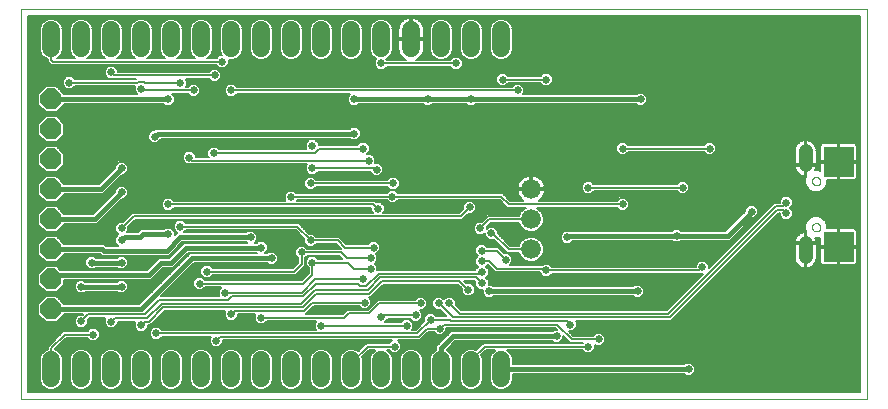
<source format=gbl>
G75*
%MOIN*%
%OFA0B0*%
%FSLAX25Y25*%
%IPPOS*%
%LPD*%
%AMOC8*
5,1,8,0,0,1.08239X$1,22.5*
%
%ADD10C,0.00000*%
%ADD11C,0.05906*%
%ADD12OC8,0.07000*%
%ADD13C,0.06600*%
%ADD14C,0.04724*%
%ADD15R,0.09843X0.09843*%
%ADD16C,0.02578*%
%ADD17C,0.00600*%
%ADD18C,0.01600*%
D10*
X0001300Y0001300D02*
X0001300Y0131300D01*
X0283221Y0131300D01*
X0283221Y0001300D01*
X0001300Y0001300D01*
X0264922Y0058623D02*
X0264924Y0058697D01*
X0264930Y0058771D01*
X0264940Y0058844D01*
X0264954Y0058917D01*
X0264971Y0058989D01*
X0264993Y0059059D01*
X0265018Y0059129D01*
X0265047Y0059197D01*
X0265080Y0059263D01*
X0265116Y0059328D01*
X0265156Y0059390D01*
X0265198Y0059451D01*
X0265244Y0059509D01*
X0265293Y0059564D01*
X0265345Y0059617D01*
X0265400Y0059667D01*
X0265457Y0059713D01*
X0265517Y0059757D01*
X0265579Y0059797D01*
X0265643Y0059834D01*
X0265709Y0059868D01*
X0265777Y0059898D01*
X0265846Y0059924D01*
X0265917Y0059947D01*
X0265988Y0059965D01*
X0266061Y0059980D01*
X0266134Y0059991D01*
X0266208Y0059998D01*
X0266282Y0060001D01*
X0266355Y0060000D01*
X0266429Y0059995D01*
X0266503Y0059986D01*
X0266576Y0059973D01*
X0266648Y0059956D01*
X0266719Y0059936D01*
X0266789Y0059911D01*
X0266857Y0059883D01*
X0266924Y0059852D01*
X0266989Y0059816D01*
X0267052Y0059778D01*
X0267113Y0059736D01*
X0267172Y0059690D01*
X0267228Y0059642D01*
X0267281Y0059591D01*
X0267331Y0059537D01*
X0267379Y0059480D01*
X0267423Y0059421D01*
X0267465Y0059359D01*
X0267503Y0059296D01*
X0267537Y0059230D01*
X0267568Y0059163D01*
X0267595Y0059094D01*
X0267618Y0059024D01*
X0267638Y0058953D01*
X0267654Y0058880D01*
X0267666Y0058807D01*
X0267674Y0058734D01*
X0267678Y0058660D01*
X0267678Y0058586D01*
X0267674Y0058512D01*
X0267666Y0058439D01*
X0267654Y0058366D01*
X0267638Y0058293D01*
X0267618Y0058222D01*
X0267595Y0058152D01*
X0267568Y0058083D01*
X0267537Y0058016D01*
X0267503Y0057950D01*
X0267465Y0057887D01*
X0267423Y0057825D01*
X0267379Y0057766D01*
X0267331Y0057709D01*
X0267281Y0057655D01*
X0267228Y0057604D01*
X0267172Y0057556D01*
X0267113Y0057510D01*
X0267052Y0057468D01*
X0266989Y0057430D01*
X0266924Y0057394D01*
X0266857Y0057363D01*
X0266789Y0057335D01*
X0266719Y0057310D01*
X0266648Y0057290D01*
X0266576Y0057273D01*
X0266503Y0057260D01*
X0266429Y0057251D01*
X0266355Y0057246D01*
X0266282Y0057245D01*
X0266208Y0057248D01*
X0266134Y0057255D01*
X0266061Y0057266D01*
X0265988Y0057281D01*
X0265917Y0057299D01*
X0265846Y0057322D01*
X0265777Y0057348D01*
X0265709Y0057378D01*
X0265643Y0057412D01*
X0265579Y0057449D01*
X0265517Y0057489D01*
X0265457Y0057533D01*
X0265400Y0057579D01*
X0265345Y0057629D01*
X0265293Y0057682D01*
X0265244Y0057737D01*
X0265198Y0057795D01*
X0265156Y0057856D01*
X0265116Y0057918D01*
X0265080Y0057983D01*
X0265047Y0058049D01*
X0265018Y0058117D01*
X0264993Y0058187D01*
X0264971Y0058257D01*
X0264954Y0058329D01*
X0264940Y0058402D01*
X0264930Y0058475D01*
X0264924Y0058549D01*
X0264922Y0058623D01*
X0272599Y0053898D02*
X0274765Y0053898D01*
X0274765Y0053899D02*
X0274839Y0053902D01*
X0274914Y0053901D01*
X0274989Y0053897D01*
X0275064Y0053888D01*
X0275138Y0053876D01*
X0275211Y0053860D01*
X0275284Y0053841D01*
X0275355Y0053818D01*
X0275425Y0053791D01*
X0275494Y0053761D01*
X0275561Y0053727D01*
X0275626Y0053690D01*
X0275689Y0053650D01*
X0275750Y0053607D01*
X0275809Y0053560D01*
X0275865Y0053511D01*
X0275919Y0053459D01*
X0275970Y0053404D01*
X0276019Y0053346D01*
X0276064Y0053287D01*
X0276106Y0053225D01*
X0276145Y0053161D01*
X0276181Y0053095D01*
X0276214Y0053027D01*
X0276243Y0052958D01*
X0276268Y0052887D01*
X0276290Y0052816D01*
X0276308Y0052743D01*
X0276322Y0052669D01*
X0276333Y0052595D01*
X0276340Y0052520D01*
X0276339Y0052520D02*
X0276339Y0051733D01*
X0276340Y0051733D02*
X0276333Y0051658D01*
X0276322Y0051584D01*
X0276308Y0051510D01*
X0276290Y0051437D01*
X0276268Y0051366D01*
X0276243Y0051295D01*
X0276214Y0051226D01*
X0276181Y0051158D01*
X0276145Y0051092D01*
X0276106Y0051028D01*
X0276064Y0050966D01*
X0276019Y0050907D01*
X0275970Y0050849D01*
X0275919Y0050794D01*
X0275865Y0050742D01*
X0275809Y0050693D01*
X0275750Y0050646D01*
X0275689Y0050603D01*
X0275626Y0050563D01*
X0275561Y0050526D01*
X0275494Y0050492D01*
X0275425Y0050462D01*
X0275355Y0050435D01*
X0275284Y0050412D01*
X0275211Y0050393D01*
X0275138Y0050377D01*
X0275064Y0050365D01*
X0274989Y0050356D01*
X0274914Y0050352D01*
X0274839Y0050351D01*
X0274765Y0050354D01*
X0274765Y0050355D02*
X0272599Y0050355D01*
X0272527Y0050357D01*
X0272455Y0050363D01*
X0272383Y0050372D01*
X0272312Y0050385D01*
X0272242Y0050402D01*
X0272173Y0050422D01*
X0272105Y0050447D01*
X0272039Y0050474D01*
X0271973Y0050505D01*
X0271910Y0050540D01*
X0271848Y0050577D01*
X0271789Y0050618D01*
X0271732Y0050662D01*
X0271677Y0050709D01*
X0271625Y0050759D01*
X0271575Y0050811D01*
X0271528Y0050866D01*
X0271484Y0050923D01*
X0271443Y0050982D01*
X0271406Y0051044D01*
X0271371Y0051107D01*
X0271340Y0051173D01*
X0271313Y0051239D01*
X0271288Y0051307D01*
X0271268Y0051376D01*
X0271251Y0051446D01*
X0271238Y0051517D01*
X0271229Y0051589D01*
X0271223Y0051661D01*
X0271221Y0051733D01*
X0271221Y0052520D01*
X0271223Y0052592D01*
X0271229Y0052664D01*
X0271238Y0052736D01*
X0271251Y0052807D01*
X0271268Y0052877D01*
X0271288Y0052946D01*
X0271313Y0053014D01*
X0271340Y0053080D01*
X0271371Y0053146D01*
X0271406Y0053209D01*
X0271443Y0053271D01*
X0271484Y0053330D01*
X0271528Y0053387D01*
X0271575Y0053442D01*
X0271625Y0053494D01*
X0271677Y0053544D01*
X0271732Y0053591D01*
X0271789Y0053635D01*
X0271848Y0053676D01*
X0271910Y0053713D01*
X0271973Y0053748D01*
X0272039Y0053779D01*
X0272105Y0053806D01*
X0272173Y0053831D01*
X0272242Y0053851D01*
X0272312Y0053868D01*
X0272383Y0053881D01*
X0272455Y0053890D01*
X0272527Y0053896D01*
X0272599Y0053898D01*
X0264922Y0073977D02*
X0264924Y0074051D01*
X0264930Y0074125D01*
X0264940Y0074198D01*
X0264954Y0074271D01*
X0264971Y0074343D01*
X0264993Y0074413D01*
X0265018Y0074483D01*
X0265047Y0074551D01*
X0265080Y0074617D01*
X0265116Y0074682D01*
X0265156Y0074744D01*
X0265198Y0074805D01*
X0265244Y0074863D01*
X0265293Y0074918D01*
X0265345Y0074971D01*
X0265400Y0075021D01*
X0265457Y0075067D01*
X0265517Y0075111D01*
X0265579Y0075151D01*
X0265643Y0075188D01*
X0265709Y0075222D01*
X0265777Y0075252D01*
X0265846Y0075278D01*
X0265917Y0075301D01*
X0265988Y0075319D01*
X0266061Y0075334D01*
X0266134Y0075345D01*
X0266208Y0075352D01*
X0266282Y0075355D01*
X0266355Y0075354D01*
X0266429Y0075349D01*
X0266503Y0075340D01*
X0266576Y0075327D01*
X0266648Y0075310D01*
X0266719Y0075290D01*
X0266789Y0075265D01*
X0266857Y0075237D01*
X0266924Y0075206D01*
X0266989Y0075170D01*
X0267052Y0075132D01*
X0267113Y0075090D01*
X0267172Y0075044D01*
X0267228Y0074996D01*
X0267281Y0074945D01*
X0267331Y0074891D01*
X0267379Y0074834D01*
X0267423Y0074775D01*
X0267465Y0074713D01*
X0267503Y0074650D01*
X0267537Y0074584D01*
X0267568Y0074517D01*
X0267595Y0074448D01*
X0267618Y0074378D01*
X0267638Y0074307D01*
X0267654Y0074234D01*
X0267666Y0074161D01*
X0267674Y0074088D01*
X0267678Y0074014D01*
X0267678Y0073940D01*
X0267674Y0073866D01*
X0267666Y0073793D01*
X0267654Y0073720D01*
X0267638Y0073647D01*
X0267618Y0073576D01*
X0267595Y0073506D01*
X0267568Y0073437D01*
X0267537Y0073370D01*
X0267503Y0073304D01*
X0267465Y0073241D01*
X0267423Y0073179D01*
X0267379Y0073120D01*
X0267331Y0073063D01*
X0267281Y0073009D01*
X0267228Y0072958D01*
X0267172Y0072910D01*
X0267113Y0072864D01*
X0267052Y0072822D01*
X0266989Y0072784D01*
X0266924Y0072748D01*
X0266857Y0072717D01*
X0266789Y0072689D01*
X0266719Y0072664D01*
X0266648Y0072644D01*
X0266576Y0072627D01*
X0266503Y0072614D01*
X0266429Y0072605D01*
X0266355Y0072600D01*
X0266282Y0072599D01*
X0266208Y0072602D01*
X0266134Y0072609D01*
X0266061Y0072620D01*
X0265988Y0072635D01*
X0265917Y0072653D01*
X0265846Y0072676D01*
X0265777Y0072702D01*
X0265709Y0072732D01*
X0265643Y0072766D01*
X0265579Y0072803D01*
X0265517Y0072843D01*
X0265457Y0072887D01*
X0265400Y0072933D01*
X0265345Y0072983D01*
X0265293Y0073036D01*
X0265244Y0073091D01*
X0265198Y0073149D01*
X0265156Y0073210D01*
X0265116Y0073272D01*
X0265080Y0073337D01*
X0265047Y0073403D01*
X0265018Y0073471D01*
X0264993Y0073541D01*
X0264971Y0073611D01*
X0264954Y0073683D01*
X0264940Y0073756D01*
X0264930Y0073829D01*
X0264924Y0073903D01*
X0264922Y0073977D01*
X0272599Y0078702D02*
X0274961Y0078702D01*
X0274962Y0078701D02*
X0275039Y0078713D01*
X0275115Y0078728D01*
X0275191Y0078747D01*
X0275265Y0078770D01*
X0275339Y0078796D01*
X0275410Y0078826D01*
X0275481Y0078860D01*
X0275549Y0078896D01*
X0275616Y0078937D01*
X0275681Y0078980D01*
X0275743Y0079026D01*
X0275804Y0079076D01*
X0275861Y0079128D01*
X0275916Y0079184D01*
X0275968Y0079241D01*
X0276018Y0079302D01*
X0276064Y0079364D01*
X0276107Y0079429D01*
X0276147Y0079496D01*
X0276184Y0079565D01*
X0276217Y0079635D01*
X0276247Y0079707D01*
X0276273Y0079781D01*
X0276295Y0079855D01*
X0276314Y0079931D01*
X0276329Y0080007D01*
X0276340Y0080084D01*
X0276348Y0080162D01*
X0276352Y0080240D01*
X0276351Y0080318D01*
X0276348Y0080395D01*
X0276340Y0080473D01*
X0276348Y0080551D01*
X0276351Y0080628D01*
X0276352Y0080706D01*
X0276348Y0080784D01*
X0276340Y0080862D01*
X0276329Y0080939D01*
X0276314Y0081015D01*
X0276295Y0081091D01*
X0276273Y0081165D01*
X0276247Y0081239D01*
X0276217Y0081311D01*
X0276184Y0081381D01*
X0276147Y0081450D01*
X0276107Y0081517D01*
X0276064Y0081582D01*
X0276018Y0081644D01*
X0275968Y0081705D01*
X0275916Y0081762D01*
X0275861Y0081818D01*
X0275804Y0081870D01*
X0275743Y0081920D01*
X0275681Y0081966D01*
X0275616Y0082009D01*
X0275549Y0082050D01*
X0275481Y0082086D01*
X0275410Y0082120D01*
X0275339Y0082150D01*
X0275265Y0082176D01*
X0275191Y0082199D01*
X0275115Y0082218D01*
X0275039Y0082233D01*
X0274962Y0082245D01*
X0274961Y0082245D02*
X0272599Y0082245D01*
X0272522Y0082233D01*
X0272446Y0082218D01*
X0272370Y0082199D01*
X0272296Y0082176D01*
X0272222Y0082150D01*
X0272151Y0082120D01*
X0272080Y0082086D01*
X0272012Y0082050D01*
X0271945Y0082009D01*
X0271880Y0081966D01*
X0271818Y0081920D01*
X0271757Y0081870D01*
X0271700Y0081818D01*
X0271645Y0081762D01*
X0271593Y0081705D01*
X0271543Y0081644D01*
X0271497Y0081582D01*
X0271454Y0081517D01*
X0271414Y0081450D01*
X0271377Y0081381D01*
X0271344Y0081311D01*
X0271314Y0081239D01*
X0271288Y0081165D01*
X0271266Y0081091D01*
X0271247Y0081015D01*
X0271232Y0080939D01*
X0271221Y0080862D01*
X0271213Y0080784D01*
X0271209Y0080706D01*
X0271210Y0080628D01*
X0271213Y0080551D01*
X0271221Y0080473D01*
X0271213Y0080395D01*
X0271210Y0080318D01*
X0271209Y0080240D01*
X0271213Y0080162D01*
X0271221Y0080084D01*
X0271232Y0080007D01*
X0271247Y0079931D01*
X0271266Y0079855D01*
X0271288Y0079781D01*
X0271314Y0079707D01*
X0271344Y0079635D01*
X0271377Y0079565D01*
X0271414Y0079496D01*
X0271454Y0079429D01*
X0271497Y0079364D01*
X0271543Y0079302D01*
X0271593Y0079241D01*
X0271645Y0079184D01*
X0271700Y0079128D01*
X0271757Y0079076D01*
X0271818Y0079026D01*
X0271880Y0078980D01*
X0271945Y0078937D01*
X0272012Y0078896D01*
X0272080Y0078860D01*
X0272151Y0078826D01*
X0272222Y0078796D01*
X0272296Y0078770D01*
X0272370Y0078747D01*
X0272446Y0078728D01*
X0272522Y0078713D01*
X0272599Y0078701D01*
D11*
X0161300Y0118347D02*
X0161300Y0124253D01*
X0151300Y0124253D02*
X0151300Y0118347D01*
X0141300Y0118347D02*
X0141300Y0124253D01*
X0131300Y0124253D02*
X0131300Y0118347D01*
X0121300Y0118347D02*
X0121300Y0124253D01*
X0111300Y0124253D02*
X0111300Y0118347D01*
X0101300Y0118347D02*
X0101300Y0124253D01*
X0091300Y0124253D02*
X0091300Y0118347D01*
X0081300Y0118347D02*
X0081300Y0124253D01*
X0071300Y0124253D02*
X0071300Y0118347D01*
X0061300Y0118347D02*
X0061300Y0124253D01*
X0051300Y0124253D02*
X0051300Y0118347D01*
X0041300Y0118347D02*
X0041300Y0124253D01*
X0031300Y0124253D02*
X0031300Y0118347D01*
X0021300Y0118347D02*
X0021300Y0124253D01*
X0011300Y0124253D02*
X0011300Y0118347D01*
X0011300Y0014253D02*
X0011300Y0008347D01*
X0021300Y0008347D02*
X0021300Y0014253D01*
X0031300Y0014253D02*
X0031300Y0008347D01*
X0041300Y0008347D02*
X0041300Y0014253D01*
X0051300Y0014253D02*
X0051300Y0008347D01*
X0061300Y0008347D02*
X0061300Y0014253D01*
X0071300Y0014253D02*
X0071300Y0008347D01*
X0081300Y0008347D02*
X0081300Y0014253D01*
X0091300Y0014253D02*
X0091300Y0008347D01*
X0101300Y0008347D02*
X0101300Y0014253D01*
X0111300Y0014253D02*
X0111300Y0008347D01*
X0121300Y0008347D02*
X0121300Y0014253D01*
X0131300Y0014253D02*
X0131300Y0008347D01*
X0141300Y0008347D02*
X0141300Y0014253D01*
X0151300Y0014253D02*
X0151300Y0008347D01*
X0161300Y0008347D02*
X0161300Y0014253D01*
D12*
X0011300Y0031300D03*
X0011300Y0041300D03*
X0011300Y0051300D03*
X0011300Y0061300D03*
X0011300Y0071300D03*
X0011300Y0081300D03*
X0011300Y0091300D03*
X0011300Y0101300D03*
D13*
X0171300Y0071300D03*
X0171300Y0061300D03*
X0171300Y0051300D03*
D14*
X0262757Y0053308D02*
X0262757Y0048583D01*
X0262757Y0079292D02*
X0262757Y0084017D01*
D15*
X0273780Y0080473D03*
X0273780Y0052127D03*
D16*
X0256300Y0063231D03*
X0256300Y0066809D03*
X0244752Y0063800D03*
X0232300Y0064800D03*
X0221800Y0063800D03*
X0221800Y0071800D03*
X0230800Y0078300D03*
X0230800Y0084800D03*
X0254300Y0095300D03*
X0233800Y0113800D03*
X0254300Y0122800D03*
X0207800Y0101300D03*
X0176300Y0107800D03*
X0166800Y0104300D03*
X0161800Y0107800D03*
X0151300Y0101300D03*
X0136800Y0101300D03*
X0112300Y0101300D03*
X0112300Y0089800D03*
X0115300Y0084800D03*
X0117189Y0080800D03*
X0119800Y0077800D03*
X0125300Y0073300D03*
X0125008Y0068800D03*
X0120230Y0064800D03*
X0129800Y0058300D03*
X0118804Y0051864D03*
X0117800Y0048300D03*
X0117800Y0044722D03*
X0115300Y0041300D03*
X0129800Y0047300D03*
X0142800Y0046800D03*
X0154800Y0047222D03*
X0154800Y0050800D03*
X0162800Y0047800D03*
X0154911Y0043644D03*
X0154911Y0040066D03*
X0157300Y0037300D03*
X0150300Y0037751D03*
X0143994Y0033300D03*
X0140417Y0033300D03*
X0134439Y0033300D03*
X0132800Y0029300D03*
X0137800Y0027800D03*
X0140800Y0024800D03*
X0129800Y0025800D03*
X0121300Y0028800D03*
X0115800Y0033522D03*
X0101300Y0025800D03*
X0106300Y0018800D03*
X0125800Y0018800D03*
X0085800Y0018800D03*
X0066300Y0020800D03*
X0081300Y0028422D03*
X0071300Y0029622D03*
X0069300Y0036800D03*
X0060800Y0039800D03*
X0054800Y0038800D03*
X0063189Y0043800D03*
X0081300Y0051800D03*
X0077800Y0055300D03*
X0088300Y0054300D03*
X0094800Y0050300D03*
X0098300Y0046800D03*
X0097800Y0054300D03*
X0084800Y0048300D03*
X0054300Y0058800D03*
X0050300Y0056300D03*
X0034800Y0054300D03*
X0034800Y0058300D03*
X0028300Y0056300D03*
X0024800Y0046800D03*
X0034800Y0046800D03*
X0034800Y0038800D03*
X0021300Y0038800D03*
X0021300Y0027300D03*
X0025300Y0022800D03*
X0031300Y0027211D03*
X0036300Y0022300D03*
X0041300Y0026011D03*
X0046300Y0023300D03*
X0007800Y0022300D03*
X0050300Y0066300D03*
X0057300Y0073800D03*
X0057300Y0081800D03*
X0065578Y0083300D03*
X0072800Y0073800D03*
X0091300Y0068689D03*
X0097800Y0073300D03*
X0098300Y0078300D03*
X0098300Y0085800D03*
X0077300Y0097800D03*
X0071300Y0104300D03*
X0065800Y0109300D03*
X0068300Y0113800D03*
X0077300Y0109300D03*
X0058800Y0104300D03*
X0054300Y0106800D03*
X0050300Y0101300D03*
X0041300Y0104800D03*
X0031300Y0110300D03*
X0017300Y0106800D03*
X0008300Y0111300D03*
X0045800Y0088800D03*
X0028300Y0084800D03*
X0034800Y0078300D03*
X0034800Y0070300D03*
X0121300Y0113300D03*
X0146239Y0113239D03*
X0188800Y0117800D03*
X0188300Y0084300D03*
X0201800Y0084800D03*
X0190300Y0071800D03*
X0201800Y0066300D03*
X0196300Y0061300D03*
X0183300Y0055300D03*
X0164800Y0056800D03*
X0158050Y0056550D03*
X0154300Y0058300D03*
X0142800Y0058300D03*
X0150800Y0065300D03*
X0157800Y0065300D03*
X0176300Y0044300D03*
X0175800Y0040300D03*
X0165800Y0033300D03*
X0184300Y0026211D03*
X0179800Y0022300D03*
X0190300Y0018800D03*
X0193800Y0021300D03*
X0223800Y0011300D03*
X0230800Y0020800D03*
X0258800Y0021300D03*
X0215300Y0038800D03*
X0206800Y0037300D03*
X0228300Y0045300D03*
X0219800Y0055800D03*
X0274300Y0066300D03*
D17*
X0280921Y0066538D02*
X0258489Y0066538D01*
X0258489Y0067136D02*
X0280921Y0067136D01*
X0280921Y0067735D02*
X0258470Y0067735D01*
X0258489Y0067716D02*
X0257207Y0068998D01*
X0255393Y0068998D01*
X0254111Y0067716D01*
X0254111Y0066820D01*
X0252265Y0066820D01*
X0251562Y0066118D01*
X0230489Y0045044D01*
X0230489Y0046207D01*
X0229207Y0047489D01*
X0227393Y0047489D01*
X0226111Y0046207D01*
X0226111Y0045500D01*
X0178196Y0045500D01*
X0177207Y0046489D01*
X0175393Y0046489D01*
X0174904Y0046000D01*
X0164096Y0046000D01*
X0164989Y0046893D01*
X0164989Y0048707D01*
X0163707Y0049989D01*
X0162308Y0049989D01*
X0160297Y0052000D01*
X0156696Y0052000D01*
X0155707Y0052989D01*
X0153893Y0052989D01*
X0152611Y0051707D01*
X0152611Y0049893D01*
X0153493Y0049011D01*
X0152611Y0048129D01*
X0152611Y0046315D01*
X0153549Y0045378D01*
X0152722Y0044551D01*
X0152722Y0044344D01*
X0120026Y0044344D01*
X0119989Y0044307D01*
X0119989Y0045629D01*
X0119107Y0046511D01*
X0119989Y0047393D01*
X0119989Y0049207D01*
X0119521Y0049675D01*
X0119710Y0049675D01*
X0120993Y0050957D01*
X0120993Y0052770D01*
X0119710Y0054053D01*
X0117897Y0054053D01*
X0116908Y0053064D01*
X0109733Y0053064D01*
X0108000Y0054797D01*
X0107297Y0055500D01*
X0099696Y0055500D01*
X0098707Y0056489D01*
X0097308Y0056489D01*
X0094500Y0059297D01*
X0093797Y0060000D01*
X0056196Y0060000D01*
X0055207Y0060989D01*
X0053393Y0060989D01*
X0052111Y0059707D01*
X0052111Y0057893D01*
X0053300Y0056704D01*
X0052489Y0055893D01*
X0052489Y0057207D01*
X0051207Y0058489D01*
X0049393Y0058489D01*
X0048904Y0058000D01*
X0041181Y0058000D01*
X0040292Y0057111D01*
X0036707Y0057111D01*
X0036989Y0057393D01*
X0036989Y0058792D01*
X0039297Y0061100D01*
X0148297Y0061100D01*
X0149000Y0061803D01*
X0150308Y0063111D01*
X0151707Y0063111D01*
X0152989Y0064393D01*
X0152989Y0066207D01*
X0151707Y0067489D01*
X0149893Y0067489D01*
X0148611Y0066207D01*
X0148611Y0064808D01*
X0147303Y0063500D01*
X0122026Y0063500D01*
X0122419Y0063893D01*
X0122419Y0065707D01*
X0121137Y0066989D01*
X0119738Y0066989D01*
X0119227Y0067500D01*
X0093207Y0067500D01*
X0093307Y0067600D01*
X0123112Y0067600D01*
X0124101Y0066611D01*
X0125915Y0066611D01*
X0126904Y0067600D01*
X0160803Y0067600D01*
X0162600Y0065803D01*
X0163303Y0065100D01*
X0169499Y0065100D01*
X0168921Y0064861D01*
X0167739Y0063679D01*
X0167251Y0062500D01*
X0156803Y0062500D01*
X0154792Y0060489D01*
X0153393Y0060489D01*
X0152111Y0059207D01*
X0152111Y0057393D01*
X0153393Y0056111D01*
X0155207Y0056111D01*
X0155861Y0056765D01*
X0155861Y0055643D01*
X0157143Y0054361D01*
X0158957Y0054361D01*
X0158999Y0054404D01*
X0163303Y0050100D01*
X0167251Y0050100D01*
X0167739Y0048921D01*
X0168921Y0047739D01*
X0170465Y0047100D01*
X0172135Y0047100D01*
X0173679Y0047739D01*
X0174861Y0048921D01*
X0175500Y0050465D01*
X0175500Y0052135D01*
X0174861Y0053679D01*
X0173679Y0054861D01*
X0172135Y0055500D01*
X0170465Y0055500D01*
X0168921Y0054861D01*
X0167739Y0053679D01*
X0167251Y0052500D01*
X0164297Y0052500D01*
X0160239Y0056558D01*
X0160239Y0057457D01*
X0158957Y0058739D01*
X0157143Y0058739D01*
X0156489Y0058085D01*
X0156489Y0058792D01*
X0157797Y0060100D01*
X0167251Y0060100D01*
X0167739Y0058921D01*
X0168921Y0057739D01*
X0170465Y0057100D01*
X0172135Y0057100D01*
X0173679Y0057739D01*
X0174861Y0058921D01*
X0175500Y0060465D01*
X0175500Y0062135D01*
X0174861Y0063679D01*
X0173679Y0064861D01*
X0173101Y0065100D01*
X0199904Y0065100D01*
X0200893Y0064111D01*
X0202707Y0064111D01*
X0203989Y0065393D01*
X0203989Y0067207D01*
X0202707Y0068489D01*
X0200893Y0068489D01*
X0199904Y0067500D01*
X0173896Y0067500D01*
X0174297Y0067791D01*
X0174809Y0068303D01*
X0175234Y0068889D01*
X0175563Y0069534D01*
X0175787Y0070223D01*
X0175900Y0070938D01*
X0175900Y0071000D01*
X0171600Y0071000D01*
X0171600Y0071600D01*
X0171000Y0071600D01*
X0171000Y0075900D01*
X0170938Y0075900D01*
X0170223Y0075787D01*
X0169534Y0075563D01*
X0168889Y0075234D01*
X0168303Y0074809D01*
X0167791Y0074297D01*
X0167366Y0073711D01*
X0167037Y0073066D01*
X0166813Y0072377D01*
X0166700Y0071662D01*
X0166700Y0071600D01*
X0171000Y0071600D01*
X0171000Y0071000D01*
X0166700Y0071000D01*
X0166700Y0070938D01*
X0166813Y0070223D01*
X0167037Y0069534D01*
X0167366Y0068889D01*
X0167791Y0068303D01*
X0168303Y0067791D01*
X0168704Y0067500D01*
X0164297Y0067500D01*
X0161797Y0070000D01*
X0126904Y0070000D01*
X0125915Y0070989D01*
X0124101Y0070989D01*
X0123112Y0070000D01*
X0093085Y0070000D01*
X0092207Y0070878D01*
X0090393Y0070878D01*
X0089111Y0069596D01*
X0089111Y0067782D01*
X0089393Y0067500D01*
X0052196Y0067500D01*
X0051207Y0068489D01*
X0049393Y0068489D01*
X0048111Y0067207D01*
X0048111Y0065393D01*
X0049393Y0064111D01*
X0051207Y0064111D01*
X0052196Y0065100D01*
X0118041Y0065100D01*
X0118041Y0063893D01*
X0118434Y0063500D01*
X0038303Y0063500D01*
X0037600Y0062797D01*
X0035292Y0060489D01*
X0033893Y0060489D01*
X0032611Y0059207D01*
X0032611Y0057393D01*
X0033704Y0056300D01*
X0032611Y0055207D01*
X0032611Y0053393D01*
X0033504Y0052500D01*
X0029504Y0052500D01*
X0029004Y0053000D01*
X0015700Y0053000D01*
X0015700Y0053123D01*
X0013123Y0055700D01*
X0009477Y0055700D01*
X0006900Y0053123D01*
X0006900Y0049477D01*
X0009477Y0046900D01*
X0013123Y0046900D01*
X0015700Y0049477D01*
X0015700Y0049600D01*
X0027596Y0049600D01*
X0028096Y0049100D01*
X0050504Y0049100D01*
X0051500Y0050096D01*
X0055004Y0053600D01*
X0076404Y0053600D01*
X0076504Y0053500D01*
X0055596Y0053500D01*
X0050596Y0048500D01*
X0047096Y0048500D01*
X0046100Y0047504D01*
X0043096Y0044500D01*
X0014323Y0044500D01*
X0013123Y0045700D01*
X0009477Y0045700D01*
X0006900Y0043123D01*
X0006900Y0039477D01*
X0009477Y0036900D01*
X0013123Y0036900D01*
X0015700Y0039477D01*
X0015700Y0041100D01*
X0044504Y0041100D01*
X0048504Y0045100D01*
X0052004Y0045100D01*
X0053000Y0046096D01*
X0057004Y0050100D01*
X0079904Y0050100D01*
X0080004Y0050000D01*
X0057596Y0050000D01*
X0040596Y0033000D01*
X0015700Y0033000D01*
X0015700Y0033123D01*
X0013123Y0035700D01*
X0009477Y0035700D01*
X0006900Y0033123D01*
X0006900Y0029477D01*
X0009477Y0026900D01*
X0013123Y0026900D01*
X0015700Y0029477D01*
X0015700Y0029600D01*
X0021903Y0029600D01*
X0021792Y0029489D01*
X0020393Y0029489D01*
X0019111Y0028207D01*
X0019111Y0026393D01*
X0020393Y0025111D01*
X0022207Y0025111D01*
X0023489Y0026393D01*
X0023489Y0027792D01*
X0024097Y0028400D01*
X0029393Y0028400D01*
X0029111Y0028118D01*
X0029111Y0026304D01*
X0030393Y0025022D01*
X0032207Y0025022D01*
X0033489Y0026304D01*
X0033489Y0027200D01*
X0039393Y0027200D01*
X0039111Y0026918D01*
X0039111Y0025104D01*
X0040393Y0023822D01*
X0042207Y0023822D01*
X0043489Y0025104D01*
X0043489Y0026000D01*
X0044394Y0026000D01*
X0045097Y0026703D01*
X0049205Y0030811D01*
X0069393Y0030811D01*
X0069111Y0030529D01*
X0069111Y0028715D01*
X0070393Y0027433D01*
X0072207Y0027433D01*
X0073489Y0028715D01*
X0073489Y0029611D01*
X0079393Y0029611D01*
X0079111Y0029329D01*
X0079111Y0027515D01*
X0080393Y0026233D01*
X0082207Y0026233D01*
X0083196Y0027222D01*
X0099626Y0027222D01*
X0099111Y0026707D01*
X0099111Y0024893D01*
X0099504Y0024500D01*
X0048196Y0024500D01*
X0047207Y0025489D01*
X0045393Y0025489D01*
X0044111Y0024207D01*
X0044111Y0022393D01*
X0045393Y0021111D01*
X0047207Y0021111D01*
X0048196Y0022100D01*
X0064504Y0022100D01*
X0064111Y0021707D01*
X0064111Y0019893D01*
X0065393Y0018611D01*
X0067207Y0018611D01*
X0068489Y0019893D01*
X0068489Y0020900D01*
X0124804Y0020900D01*
X0123904Y0020000D01*
X0116303Y0020000D01*
X0113652Y0017349D01*
X0113482Y0017519D01*
X0112066Y0018105D01*
X0110534Y0018105D01*
X0109118Y0017519D01*
X0108034Y0016435D01*
X0107447Y0015019D01*
X0107447Y0007581D01*
X0108034Y0006165D01*
X0109118Y0005081D01*
X0110534Y0004494D01*
X0112066Y0004494D01*
X0113482Y0005081D01*
X0114566Y0006165D01*
X0115153Y0007581D01*
X0115153Y0015019D01*
X0115025Y0015328D01*
X0117297Y0017600D01*
X0119313Y0017600D01*
X0119118Y0017519D01*
X0118034Y0016435D01*
X0117447Y0015019D01*
X0117447Y0007581D01*
X0118034Y0006165D01*
X0119118Y0005081D01*
X0120534Y0004494D01*
X0122066Y0004494D01*
X0123482Y0005081D01*
X0124566Y0006165D01*
X0125153Y0007581D01*
X0125153Y0015019D01*
X0124566Y0016435D01*
X0123482Y0017519D01*
X0123287Y0017600D01*
X0123904Y0017600D01*
X0124893Y0016611D01*
X0126707Y0016611D01*
X0127989Y0017893D01*
X0127989Y0019707D01*
X0126796Y0020900D01*
X0134294Y0020900D01*
X0136994Y0023600D01*
X0138904Y0023600D01*
X0139893Y0022611D01*
X0141707Y0022611D01*
X0142989Y0023893D01*
X0142989Y0024900D01*
X0179503Y0024900D01*
X0179914Y0024489D01*
X0178893Y0024489D01*
X0178404Y0024000D01*
X0144596Y0024000D01*
X0139600Y0019004D01*
X0139600Y0017719D01*
X0139118Y0017519D01*
X0138034Y0016435D01*
X0137447Y0015019D01*
X0137447Y0007581D01*
X0138034Y0006165D01*
X0139118Y0005081D01*
X0140534Y0004494D01*
X0142066Y0004494D01*
X0143482Y0005081D01*
X0144566Y0006165D01*
X0145153Y0007581D01*
X0145153Y0015019D01*
X0144566Y0016435D01*
X0143482Y0017519D01*
X0143087Y0017683D01*
X0146004Y0020600D01*
X0178404Y0020600D01*
X0178893Y0020111D01*
X0180707Y0020111D01*
X0181989Y0021393D01*
X0181989Y0022414D01*
X0184303Y0020100D01*
X0188504Y0020100D01*
X0188404Y0020000D01*
X0155303Y0020000D01*
X0153015Y0017712D01*
X0152066Y0018105D01*
X0150534Y0018105D01*
X0149118Y0017519D01*
X0148034Y0016435D01*
X0147447Y0015019D01*
X0147447Y0007581D01*
X0148034Y0006165D01*
X0149118Y0005081D01*
X0150534Y0004494D01*
X0152066Y0004494D01*
X0153482Y0005081D01*
X0154566Y0006165D01*
X0155153Y0007581D01*
X0155153Y0015019D01*
X0154732Y0016035D01*
X0156297Y0017600D01*
X0159313Y0017600D01*
X0159118Y0017519D01*
X0158034Y0016435D01*
X0157447Y0015019D01*
X0157447Y0007581D01*
X0158034Y0006165D01*
X0159118Y0005081D01*
X0160534Y0004494D01*
X0162066Y0004494D01*
X0163482Y0005081D01*
X0164566Y0006165D01*
X0165153Y0007581D01*
X0165153Y0009600D01*
X0222404Y0009600D01*
X0222893Y0009111D01*
X0224707Y0009111D01*
X0225989Y0010393D01*
X0225989Y0012207D01*
X0224707Y0013489D01*
X0222893Y0013489D01*
X0222404Y0013000D01*
X0165153Y0013000D01*
X0165153Y0015019D01*
X0164566Y0016435D01*
X0163482Y0017519D01*
X0163287Y0017600D01*
X0188404Y0017600D01*
X0189393Y0016611D01*
X0191207Y0016611D01*
X0192489Y0017893D01*
X0192489Y0019515D01*
X0192893Y0019111D01*
X0194707Y0019111D01*
X0195989Y0020393D01*
X0195989Y0022207D01*
X0194707Y0023489D01*
X0192893Y0023489D01*
X0191904Y0022500D01*
X0185297Y0022500D01*
X0183775Y0024022D01*
X0185207Y0024022D01*
X0186489Y0025304D01*
X0186489Y0027118D01*
X0186207Y0027400D01*
X0217936Y0027400D01*
X0253757Y0063220D01*
X0254111Y0063220D01*
X0254111Y0062325D01*
X0255393Y0061043D01*
X0257207Y0061043D01*
X0258489Y0062325D01*
X0258489Y0064138D01*
X0257607Y0065020D01*
X0258489Y0065903D01*
X0258489Y0067716D01*
X0257872Y0068333D02*
X0280921Y0068333D01*
X0280921Y0068932D02*
X0257273Y0068932D01*
X0255327Y0068932D02*
X0175256Y0068932D01*
X0175561Y0069530D02*
X0280921Y0069530D01*
X0280921Y0070129D02*
X0223224Y0070129D01*
X0222707Y0069611D02*
X0223989Y0070893D01*
X0223989Y0072707D01*
X0222707Y0073989D01*
X0220893Y0073989D01*
X0219904Y0073000D01*
X0192196Y0073000D01*
X0191207Y0073989D01*
X0189393Y0073989D01*
X0188111Y0072707D01*
X0188111Y0070893D01*
X0189393Y0069611D01*
X0191207Y0069611D01*
X0192196Y0070600D01*
X0219904Y0070600D01*
X0220893Y0069611D01*
X0222707Y0069611D01*
X0223823Y0070727D02*
X0264535Y0070727D01*
X0264217Y0070859D02*
X0265568Y0070299D01*
X0267032Y0070299D01*
X0268383Y0070859D01*
X0269418Y0071894D01*
X0269978Y0073246D01*
X0269978Y0074252D01*
X0273480Y0074252D01*
X0273480Y0076402D01*
X0274080Y0076402D01*
X0274080Y0074252D01*
X0278873Y0074252D01*
X0279203Y0074341D01*
X0279500Y0074512D01*
X0279742Y0074754D01*
X0279913Y0075050D01*
X0280002Y0075381D01*
X0280002Y0080173D01*
X0278695Y0080173D01*
X0278657Y0080473D01*
X0278695Y0080773D01*
X0280002Y0080773D01*
X0280002Y0085566D01*
X0279913Y0085896D01*
X0279742Y0086193D01*
X0279500Y0086435D01*
X0279203Y0086606D01*
X0278873Y0086694D01*
X0274080Y0086694D01*
X0274080Y0084545D01*
X0273480Y0084545D01*
X0273480Y0086694D01*
X0268688Y0086694D01*
X0268357Y0086606D01*
X0268061Y0086435D01*
X0267819Y0086193D01*
X0267648Y0085896D01*
X0267559Y0085566D01*
X0267559Y0080773D01*
X0268866Y0080773D01*
X0268903Y0080473D01*
X0268866Y0080173D01*
X0267559Y0080173D01*
X0267559Y0077437D01*
X0267032Y0077655D01*
X0266043Y0077655D01*
X0266278Y0078224D01*
X0266419Y0078931D01*
X0266419Y0078992D01*
X0263057Y0078992D01*
X0263057Y0079592D01*
X0266419Y0079592D01*
X0266419Y0084377D01*
X0266278Y0085085D01*
X0266002Y0085751D01*
X0265601Y0086351D01*
X0265091Y0086861D01*
X0264491Y0087262D01*
X0263825Y0087538D01*
X0263117Y0087679D01*
X0263057Y0087679D01*
X0263057Y0079592D01*
X0262457Y0079592D01*
X0262457Y0087679D01*
X0262396Y0087679D01*
X0261688Y0087538D01*
X0261022Y0087262D01*
X0260422Y0086861D01*
X0259912Y0086351D01*
X0259511Y0085751D01*
X0259235Y0085085D01*
X0259094Y0084377D01*
X0259094Y0079592D01*
X0262457Y0079592D01*
X0262457Y0078992D01*
X0263057Y0078992D01*
X0263057Y0075758D01*
X0262622Y0074709D01*
X0262622Y0073246D01*
X0263182Y0071894D01*
X0264217Y0070859D01*
X0263750Y0071326D02*
X0223989Y0071326D01*
X0223989Y0071924D02*
X0263169Y0071924D01*
X0262921Y0072523D02*
X0223989Y0072523D01*
X0223574Y0073121D02*
X0262673Y0073121D01*
X0262622Y0073720D02*
X0222976Y0073720D01*
X0221800Y0071800D02*
X0190300Y0071800D01*
X0188111Y0071924D02*
X0175858Y0071924D01*
X0175900Y0071662D02*
X0175787Y0072377D01*
X0175563Y0073066D01*
X0175234Y0073711D01*
X0174809Y0074297D01*
X0174297Y0074809D01*
X0173711Y0075234D01*
X0173066Y0075563D01*
X0172377Y0075787D01*
X0171662Y0075900D01*
X0171600Y0075900D01*
X0171600Y0071600D01*
X0175900Y0071600D01*
X0175900Y0071662D01*
X0175739Y0072523D02*
X0188111Y0072523D01*
X0188526Y0073121D02*
X0175535Y0073121D01*
X0175228Y0073720D02*
X0189124Y0073720D01*
X0191476Y0073720D02*
X0220624Y0073720D01*
X0220026Y0073121D02*
X0192074Y0073121D01*
X0188111Y0071326D02*
X0171600Y0071326D01*
X0171600Y0071924D02*
X0171000Y0071924D01*
X0171000Y0071326D02*
X0126421Y0071326D01*
X0126207Y0071111D02*
X0127489Y0072393D01*
X0127489Y0074207D01*
X0126207Y0075489D01*
X0124393Y0075489D01*
X0123404Y0074500D01*
X0099696Y0074500D01*
X0098707Y0075489D01*
X0096893Y0075489D01*
X0095611Y0074207D01*
X0095611Y0072393D01*
X0096893Y0071111D01*
X0098707Y0071111D01*
X0099696Y0072100D01*
X0123404Y0072100D01*
X0124393Y0071111D01*
X0126207Y0071111D01*
X0126176Y0070727D02*
X0166733Y0070727D01*
X0166844Y0070129D02*
X0126775Y0070129D01*
X0125008Y0068800D02*
X0091411Y0068800D01*
X0091300Y0068689D01*
X0092956Y0070129D02*
X0123241Y0070129D01*
X0123840Y0070727D02*
X0092357Y0070727D01*
X0090243Y0070727D02*
X0036989Y0070727D01*
X0036989Y0071207D02*
X0035707Y0072489D01*
X0033893Y0072489D01*
X0032611Y0071207D01*
X0032611Y0070515D01*
X0025096Y0063000D01*
X0015700Y0063000D01*
X0015700Y0063123D01*
X0013123Y0065700D01*
X0009477Y0065700D01*
X0006900Y0063123D01*
X0006900Y0059477D01*
X0009477Y0056900D01*
X0013123Y0056900D01*
X0015700Y0059477D01*
X0015700Y0059600D01*
X0026504Y0059600D01*
X0027500Y0060596D01*
X0035015Y0068111D01*
X0035707Y0068111D01*
X0036989Y0069393D01*
X0036989Y0071207D01*
X0036870Y0071326D02*
X0096678Y0071326D01*
X0096080Y0071924D02*
X0036271Y0071924D01*
X0033329Y0071924D02*
X0030828Y0071924D01*
X0030230Y0071326D02*
X0032730Y0071326D01*
X0032611Y0070727D02*
X0029631Y0070727D01*
X0029500Y0070596D02*
X0035015Y0076111D01*
X0035707Y0076111D01*
X0036989Y0077393D01*
X0036989Y0079207D01*
X0035707Y0080489D01*
X0033893Y0080489D01*
X0032611Y0079207D01*
X0032611Y0078515D01*
X0027096Y0073000D01*
X0015700Y0073000D01*
X0015700Y0073123D01*
X0013123Y0075700D01*
X0009477Y0075700D01*
X0006900Y0073123D01*
X0006900Y0069477D01*
X0009477Y0066900D01*
X0013123Y0066900D01*
X0015700Y0069477D01*
X0015700Y0069600D01*
X0028504Y0069600D01*
X0029500Y0070596D01*
X0029033Y0070129D02*
X0032225Y0070129D01*
X0031626Y0069530D02*
X0015700Y0069530D01*
X0015154Y0068932D02*
X0031028Y0068932D01*
X0030429Y0068333D02*
X0014556Y0068333D01*
X0013957Y0067735D02*
X0029831Y0067735D01*
X0029232Y0067136D02*
X0013359Y0067136D01*
X0013482Y0065341D02*
X0027437Y0065341D01*
X0028035Y0065939D02*
X0003600Y0065939D01*
X0003600Y0065341D02*
X0009118Y0065341D01*
X0008520Y0064742D02*
X0003600Y0064742D01*
X0003600Y0064144D02*
X0007921Y0064144D01*
X0007323Y0063545D02*
X0003600Y0063545D01*
X0003600Y0062947D02*
X0006900Y0062947D01*
X0006900Y0062348D02*
X0003600Y0062348D01*
X0003600Y0061750D02*
X0006900Y0061750D01*
X0006900Y0061151D02*
X0003600Y0061151D01*
X0003600Y0060553D02*
X0006900Y0060553D01*
X0006900Y0059954D02*
X0003600Y0059954D01*
X0003600Y0059356D02*
X0007022Y0059356D01*
X0007620Y0058757D02*
X0003600Y0058757D01*
X0003600Y0058159D02*
X0008219Y0058159D01*
X0008817Y0057560D02*
X0003600Y0057560D01*
X0003600Y0056962D02*
X0009416Y0056962D01*
X0008943Y0055166D02*
X0003600Y0055166D01*
X0003600Y0054568D02*
X0008345Y0054568D01*
X0007746Y0053969D02*
X0003600Y0053969D01*
X0003600Y0053370D02*
X0007148Y0053370D01*
X0006900Y0052772D02*
X0003600Y0052772D01*
X0003600Y0052173D02*
X0006900Y0052173D01*
X0006900Y0051575D02*
X0003600Y0051575D01*
X0003600Y0050976D02*
X0006900Y0050976D01*
X0006900Y0050378D02*
X0003600Y0050378D01*
X0003600Y0049779D02*
X0006900Y0049779D01*
X0007197Y0049181D02*
X0003600Y0049181D01*
X0003600Y0048582D02*
X0007795Y0048582D01*
X0008394Y0047984D02*
X0003600Y0047984D01*
X0003600Y0047385D02*
X0008992Y0047385D01*
X0009367Y0045590D02*
X0003600Y0045590D01*
X0003600Y0046188D02*
X0022611Y0046188D01*
X0022611Y0045893D02*
X0023893Y0044611D01*
X0025707Y0044611D01*
X0026196Y0045100D01*
X0033404Y0045100D01*
X0033893Y0044611D01*
X0035707Y0044611D01*
X0036989Y0045893D01*
X0036989Y0047707D01*
X0035707Y0048989D01*
X0033893Y0048989D01*
X0033404Y0048500D01*
X0026196Y0048500D01*
X0025707Y0048989D01*
X0023893Y0048989D01*
X0022611Y0047707D01*
X0022611Y0045893D01*
X0022914Y0045590D02*
X0013233Y0045590D01*
X0013831Y0044991D02*
X0023513Y0044991D01*
X0026087Y0044991D02*
X0033513Y0044991D01*
X0036087Y0044991D02*
X0043587Y0044991D01*
X0044186Y0045590D02*
X0036686Y0045590D01*
X0036989Y0046188D02*
X0044784Y0046188D01*
X0045383Y0046787D02*
X0036989Y0046787D01*
X0036989Y0047385D02*
X0045981Y0047385D01*
X0046100Y0047504D02*
X0046100Y0047504D01*
X0046580Y0047984D02*
X0036712Y0047984D01*
X0036113Y0048582D02*
X0050678Y0048582D01*
X0050585Y0049181D02*
X0051277Y0049181D01*
X0051184Y0049779D02*
X0051875Y0049779D01*
X0051782Y0050378D02*
X0052474Y0050378D01*
X0052381Y0050976D02*
X0053072Y0050976D01*
X0052979Y0051575D02*
X0053671Y0051575D01*
X0053578Y0052173D02*
X0054269Y0052173D01*
X0054176Y0052772D02*
X0054868Y0052772D01*
X0054775Y0053370D02*
X0055466Y0053370D01*
X0055596Y0057000D02*
X0056196Y0057600D01*
X0092803Y0057600D01*
X0095611Y0054792D01*
X0095611Y0053393D01*
X0096893Y0052111D01*
X0098707Y0052111D01*
X0099696Y0053100D01*
X0106303Y0053100D01*
X0107903Y0051500D01*
X0096696Y0051500D01*
X0095707Y0052489D01*
X0093893Y0052489D01*
X0092611Y0051207D01*
X0092611Y0049393D01*
X0093600Y0048404D01*
X0093600Y0046797D01*
X0091803Y0045000D01*
X0065085Y0045000D01*
X0064096Y0045989D01*
X0062282Y0045989D01*
X0061000Y0044707D01*
X0061000Y0042893D01*
X0062282Y0041611D01*
X0064096Y0041611D01*
X0065085Y0042600D01*
X0092797Y0042600D01*
X0093500Y0043303D01*
X0096000Y0045803D01*
X0096000Y0048404D01*
X0096696Y0049100D01*
X0107303Y0049100D01*
X0108403Y0048000D01*
X0100196Y0048000D01*
X0099207Y0048989D01*
X0097393Y0048989D01*
X0096111Y0047707D01*
X0096111Y0045893D01*
X0097100Y0044904D01*
X0097100Y0043297D01*
X0094803Y0041000D01*
X0062696Y0041000D01*
X0061707Y0041989D01*
X0059893Y0041989D01*
X0058611Y0040707D01*
X0058611Y0038893D01*
X0059893Y0037611D01*
X0061707Y0037611D01*
X0062696Y0038600D01*
X0068004Y0038600D01*
X0067111Y0037707D01*
X0067111Y0035893D01*
X0067393Y0035611D01*
X0048015Y0035611D01*
X0059004Y0046600D01*
X0083404Y0046600D01*
X0083893Y0046111D01*
X0085707Y0046111D01*
X0086989Y0047393D01*
X0086989Y0049207D01*
X0085707Y0050489D01*
X0083893Y0050489D01*
X0083404Y0050000D01*
X0082596Y0050000D01*
X0083489Y0050893D01*
X0083489Y0052707D01*
X0082207Y0053989D01*
X0080393Y0053989D01*
X0079904Y0053500D01*
X0079096Y0053500D01*
X0079989Y0054393D01*
X0079989Y0056207D01*
X0078707Y0057489D01*
X0076893Y0057489D01*
X0076404Y0057000D01*
X0055596Y0057000D01*
X0056156Y0057560D02*
X0092843Y0057560D01*
X0093441Y0056962D02*
X0079234Y0056962D01*
X0079833Y0056363D02*
X0094040Y0056363D01*
X0094638Y0055765D02*
X0079989Y0055765D01*
X0079989Y0055166D02*
X0095237Y0055166D01*
X0095611Y0054568D02*
X0079989Y0054568D01*
X0080373Y0053969D02*
X0079565Y0053969D01*
X0082227Y0053969D02*
X0095611Y0053969D01*
X0095634Y0053370D02*
X0082825Y0053370D01*
X0083424Y0052772D02*
X0096232Y0052772D01*
X0096022Y0052173D02*
X0096831Y0052173D01*
X0096621Y0051575D02*
X0107828Y0051575D01*
X0107229Y0052173D02*
X0098769Y0052173D01*
X0099368Y0052772D02*
X0106631Y0052772D01*
X0106800Y0054300D02*
X0097800Y0054300D01*
X0093300Y0058800D01*
X0054300Y0058800D01*
X0052111Y0058757D02*
X0036989Y0058757D01*
X0036989Y0058159D02*
X0049063Y0058159D01*
X0051537Y0058159D02*
X0052111Y0058159D01*
X0052136Y0057560D02*
X0052444Y0057560D01*
X0052489Y0056962D02*
X0053043Y0056962D01*
X0052959Y0056363D02*
X0052489Y0056363D01*
X0052111Y0059356D02*
X0037553Y0059356D01*
X0038151Y0059954D02*
X0052358Y0059954D01*
X0052957Y0060553D02*
X0038750Y0060553D01*
X0038800Y0062300D02*
X0147800Y0062300D01*
X0150800Y0065300D01*
X0152989Y0065341D02*
X0163062Y0065341D01*
X0162464Y0065939D02*
X0152989Y0065939D01*
X0152658Y0066538D02*
X0161865Y0066538D01*
X0161267Y0067136D02*
X0152059Y0067136D01*
X0149541Y0067136D02*
X0126440Y0067136D01*
X0125008Y0068800D02*
X0161300Y0068800D01*
X0163800Y0066300D01*
X0201800Y0066300D01*
X0203461Y0067735D02*
X0254130Y0067735D01*
X0254111Y0067136D02*
X0203989Y0067136D01*
X0203989Y0066538D02*
X0251983Y0066538D01*
X0251384Y0065939D02*
X0245708Y0065939D01*
X0245659Y0065989D02*
X0243845Y0065989D01*
X0242563Y0064707D01*
X0242563Y0064015D01*
X0236048Y0057500D01*
X0221196Y0057500D01*
X0220707Y0057989D01*
X0218893Y0057989D01*
X0218404Y0057500D01*
X0183096Y0057500D01*
X0183085Y0057489D01*
X0182393Y0057489D01*
X0181111Y0056207D01*
X0181111Y0054393D01*
X0182393Y0053111D01*
X0184207Y0053111D01*
X0185196Y0054100D01*
X0218404Y0054100D01*
X0218893Y0053611D01*
X0220707Y0053611D01*
X0221196Y0054100D01*
X0237456Y0054100D01*
X0238452Y0055096D01*
X0244967Y0061611D01*
X0245659Y0061611D01*
X0246941Y0062893D01*
X0246941Y0064707D01*
X0245659Y0065989D01*
X0246307Y0065341D02*
X0250786Y0065341D01*
X0250187Y0064742D02*
X0246905Y0064742D01*
X0246941Y0064144D02*
X0249589Y0064144D01*
X0248990Y0063545D02*
X0246941Y0063545D01*
X0246941Y0062947D02*
X0248392Y0062947D01*
X0247793Y0062348D02*
X0246396Y0062348D01*
X0245797Y0061750D02*
X0247195Y0061750D01*
X0246596Y0061151D02*
X0244507Y0061151D01*
X0243909Y0060553D02*
X0245998Y0060553D01*
X0245399Y0059954D02*
X0243310Y0059954D01*
X0242712Y0059356D02*
X0244801Y0059356D01*
X0244202Y0058757D02*
X0242113Y0058757D01*
X0241515Y0058159D02*
X0243604Y0058159D01*
X0243005Y0057560D02*
X0240916Y0057560D01*
X0240318Y0056962D02*
X0242407Y0056962D01*
X0241808Y0056363D02*
X0239719Y0056363D01*
X0239121Y0055765D02*
X0241210Y0055765D01*
X0240611Y0055166D02*
X0238522Y0055166D01*
X0237924Y0054568D02*
X0240012Y0054568D01*
X0239414Y0053969D02*
X0221065Y0053969D01*
X0218535Y0053969D02*
X0185065Y0053969D01*
X0184466Y0053370D02*
X0238815Y0053370D01*
X0238217Y0052772D02*
X0175236Y0052772D01*
X0174988Y0053370D02*
X0182134Y0053370D01*
X0181535Y0053969D02*
X0174571Y0053969D01*
X0173972Y0054568D02*
X0181111Y0054568D01*
X0181111Y0055166D02*
X0172942Y0055166D01*
X0169658Y0055166D02*
X0161631Y0055166D01*
X0162230Y0054568D02*
X0168628Y0054568D01*
X0168029Y0053969D02*
X0162828Y0053969D01*
X0163427Y0053370D02*
X0167612Y0053370D01*
X0167364Y0052772D02*
X0164025Y0052772D01*
X0163800Y0051300D02*
X0158300Y0056800D01*
X0158050Y0056550D01*
X0156563Y0058159D02*
X0156489Y0058159D01*
X0156489Y0058757D02*
X0167903Y0058757D01*
X0167559Y0059356D02*
X0157053Y0059356D01*
X0157651Y0059954D02*
X0167311Y0059954D01*
X0171300Y0061300D02*
X0157300Y0061300D01*
X0154300Y0058300D01*
X0152111Y0058159D02*
X0095638Y0058159D01*
X0095040Y0058757D02*
X0152111Y0058757D01*
X0152260Y0059356D02*
X0094441Y0059356D01*
X0093843Y0059954D02*
X0152858Y0059954D01*
X0154856Y0060553D02*
X0055643Y0060553D01*
X0051838Y0064742D02*
X0118041Y0064742D01*
X0118041Y0064144D02*
X0051239Y0064144D01*
X0049361Y0064144D02*
X0031048Y0064144D01*
X0031646Y0064742D02*
X0048762Y0064742D01*
X0048164Y0065341D02*
X0032245Y0065341D01*
X0032843Y0065939D02*
X0048111Y0065939D01*
X0048111Y0066538D02*
X0033442Y0066538D01*
X0034040Y0067136D02*
X0048111Y0067136D01*
X0048639Y0067735D02*
X0034639Y0067735D01*
X0035929Y0068333D02*
X0049238Y0068333D01*
X0051362Y0068333D02*
X0089111Y0068333D01*
X0089111Y0068932D02*
X0036527Y0068932D01*
X0036989Y0069530D02*
X0089111Y0069530D01*
X0089644Y0070129D02*
X0036989Y0070129D01*
X0031427Y0072523D02*
X0095611Y0072523D01*
X0095611Y0073121D02*
X0032026Y0073121D01*
X0032624Y0073720D02*
X0095611Y0073720D01*
X0095723Y0074318D02*
X0033223Y0074318D01*
X0033821Y0074917D02*
X0096321Y0074917D01*
X0097393Y0076111D02*
X0099207Y0076111D01*
X0100196Y0077100D01*
X0117611Y0077100D01*
X0117611Y0076893D01*
X0118893Y0075611D01*
X0120707Y0075611D01*
X0121989Y0076893D01*
X0121989Y0078707D01*
X0120707Y0079989D01*
X0119378Y0079989D01*
X0119378Y0081707D01*
X0118096Y0082989D01*
X0116585Y0082989D01*
X0117489Y0083893D01*
X0117489Y0085707D01*
X0116207Y0086989D01*
X0114393Y0086989D01*
X0113404Y0086000D01*
X0100489Y0086000D01*
X0100489Y0086707D01*
X0099207Y0087989D01*
X0097393Y0087989D01*
X0096111Y0086707D01*
X0096111Y0084893D01*
X0096393Y0084611D01*
X0067363Y0084611D01*
X0066485Y0085489D01*
X0064671Y0085489D01*
X0063389Y0084207D01*
X0063389Y0082393D01*
X0063782Y0082000D01*
X0059489Y0082000D01*
X0059489Y0082707D01*
X0058207Y0083989D01*
X0056393Y0083989D01*
X0055111Y0082707D01*
X0055111Y0080893D01*
X0056393Y0079611D01*
X0057792Y0079611D01*
X0057803Y0079600D01*
X0096504Y0079600D01*
X0096111Y0079207D01*
X0096111Y0077393D01*
X0097393Y0076111D01*
X0097390Y0076114D02*
X0035710Y0076114D01*
X0036308Y0076712D02*
X0096792Y0076712D01*
X0096193Y0077311D02*
X0036907Y0077311D01*
X0036989Y0077909D02*
X0096111Y0077909D01*
X0096111Y0078508D02*
X0036989Y0078508D01*
X0036989Y0079106D02*
X0096111Y0079106D01*
X0098300Y0078300D02*
X0119300Y0078300D01*
X0119800Y0077800D01*
X0121989Y0077909D02*
X0259365Y0077909D01*
X0259235Y0078224D02*
X0259511Y0077557D01*
X0259912Y0076958D01*
X0260422Y0076448D01*
X0261022Y0076047D01*
X0261688Y0075771D01*
X0262396Y0075630D01*
X0262457Y0075630D01*
X0262457Y0078992D01*
X0259094Y0078992D01*
X0259094Y0078931D01*
X0259235Y0078224D01*
X0259179Y0078508D02*
X0121989Y0078508D01*
X0121589Y0079106D02*
X0262457Y0079106D01*
X0262457Y0078508D02*
X0263057Y0078508D01*
X0263057Y0079106D02*
X0267559Y0079106D01*
X0267559Y0078508D02*
X0266335Y0078508D01*
X0266148Y0077909D02*
X0267559Y0077909D01*
X0267559Y0079705D02*
X0266419Y0079705D01*
X0266419Y0080303D02*
X0268882Y0080303D01*
X0267559Y0080902D02*
X0266419Y0080902D01*
X0266419Y0081501D02*
X0267559Y0081501D01*
X0267559Y0082099D02*
X0266419Y0082099D01*
X0266419Y0082698D02*
X0267559Y0082698D01*
X0267559Y0083296D02*
X0266419Y0083296D01*
X0266419Y0083895D02*
X0267559Y0083895D01*
X0267559Y0084493D02*
X0266396Y0084493D01*
X0266275Y0085092D02*
X0267559Y0085092D01*
X0267592Y0085690D02*
X0266027Y0085690D01*
X0265643Y0086289D02*
X0267915Y0086289D01*
X0265052Y0086887D02*
X0280921Y0086887D01*
X0280921Y0086289D02*
X0279646Y0086289D01*
X0279968Y0085690D02*
X0280921Y0085690D01*
X0280921Y0085092D02*
X0280002Y0085092D01*
X0280002Y0084493D02*
X0280921Y0084493D01*
X0280921Y0083895D02*
X0280002Y0083895D01*
X0280002Y0083296D02*
X0280921Y0083296D01*
X0280921Y0082698D02*
X0280002Y0082698D01*
X0280002Y0082099D02*
X0280921Y0082099D01*
X0280921Y0081501D02*
X0280002Y0081501D01*
X0280002Y0080902D02*
X0280921Y0080902D01*
X0280921Y0080303D02*
X0278678Y0080303D01*
X0280002Y0079705D02*
X0280921Y0079705D01*
X0280921Y0079106D02*
X0280002Y0079106D01*
X0280002Y0078508D02*
X0280921Y0078508D01*
X0280921Y0077909D02*
X0280002Y0077909D01*
X0280002Y0077311D02*
X0280921Y0077311D01*
X0280921Y0076712D02*
X0280002Y0076712D01*
X0280002Y0076114D02*
X0280921Y0076114D01*
X0280921Y0075515D02*
X0280002Y0075515D01*
X0279836Y0074917D02*
X0280921Y0074917D01*
X0280921Y0074318D02*
X0279121Y0074318D01*
X0280921Y0073720D02*
X0269978Y0073720D01*
X0269926Y0073121D02*
X0280921Y0073121D01*
X0280921Y0072523D02*
X0269679Y0072523D01*
X0269431Y0071924D02*
X0280921Y0071924D01*
X0280921Y0071326D02*
X0268850Y0071326D01*
X0268065Y0070727D02*
X0280921Y0070727D01*
X0274080Y0074318D02*
X0273480Y0074318D01*
X0273480Y0074917D02*
X0274080Y0074917D01*
X0274080Y0075515D02*
X0273480Y0075515D01*
X0273480Y0076114D02*
X0274080Y0076114D01*
X0263057Y0076114D02*
X0262457Y0076114D01*
X0262457Y0076712D02*
X0263057Y0076712D01*
X0263057Y0077311D02*
X0262457Y0077311D01*
X0262457Y0077909D02*
X0263057Y0077909D01*
X0260921Y0076114D02*
X0121210Y0076114D01*
X0121808Y0076712D02*
X0260157Y0076712D01*
X0259676Y0077311D02*
X0121989Y0077311D01*
X0118390Y0076114D02*
X0099210Y0076114D01*
X0099808Y0076712D02*
X0117792Y0076712D01*
X0123821Y0074917D02*
X0099279Y0074917D01*
X0097800Y0073300D02*
X0125300Y0073300D01*
X0126779Y0074917D02*
X0168452Y0074917D01*
X0167813Y0074318D02*
X0127377Y0074318D01*
X0127489Y0073720D02*
X0167372Y0073720D01*
X0167065Y0073121D02*
X0127489Y0073121D01*
X0127489Y0072523D02*
X0166861Y0072523D01*
X0166742Y0071924D02*
X0127020Y0071924D01*
X0124178Y0071326D02*
X0098921Y0071326D01*
X0099520Y0071924D02*
X0123580Y0071924D01*
X0123576Y0067136D02*
X0119591Y0067136D01*
X0118730Y0066300D02*
X0050300Y0066300D01*
X0051961Y0067735D02*
X0089159Y0067735D01*
X0096237Y0057560D02*
X0152111Y0057560D01*
X0152543Y0056962D02*
X0096835Y0056962D01*
X0098833Y0056363D02*
X0153141Y0056363D01*
X0155459Y0056363D02*
X0155861Y0056363D01*
X0155861Y0055765D02*
X0099431Y0055765D01*
X0093578Y0052173D02*
X0083489Y0052173D01*
X0083489Y0051575D02*
X0092979Y0051575D01*
X0092611Y0050976D02*
X0083489Y0050976D01*
X0083782Y0050378D02*
X0082974Y0050378D01*
X0085818Y0050378D02*
X0092611Y0050378D01*
X0092611Y0049779D02*
X0086416Y0049779D01*
X0086989Y0049181D02*
X0092823Y0049181D01*
X0093422Y0048582D02*
X0086989Y0048582D01*
X0086989Y0047984D02*
X0093600Y0047984D01*
X0093600Y0047385D02*
X0086981Y0047385D01*
X0086383Y0046787D02*
X0093590Y0046787D01*
X0092991Y0046188D02*
X0085784Y0046188D01*
X0083816Y0046188D02*
X0058592Y0046188D01*
X0057994Y0045590D02*
X0061883Y0045590D01*
X0061285Y0044991D02*
X0057395Y0044991D01*
X0056797Y0044393D02*
X0061000Y0044393D01*
X0061000Y0043794D02*
X0056198Y0043794D01*
X0055600Y0043196D02*
X0061000Y0043196D01*
X0061296Y0042597D02*
X0055001Y0042597D01*
X0054403Y0041999D02*
X0061895Y0041999D01*
X0062295Y0041400D02*
X0095203Y0041400D01*
X0095802Y0041999D02*
X0064483Y0041999D01*
X0065082Y0042597D02*
X0096400Y0042597D01*
X0096999Y0043196D02*
X0093393Y0043196D01*
X0093991Y0043794D02*
X0097100Y0043794D01*
X0097100Y0044393D02*
X0094590Y0044393D01*
X0095188Y0044991D02*
X0097013Y0044991D01*
X0096414Y0045590D02*
X0095787Y0045590D01*
X0096000Y0046188D02*
X0096111Y0046188D01*
X0096111Y0046787D02*
X0096000Y0046787D01*
X0096000Y0047385D02*
X0096111Y0047385D01*
X0096000Y0047984D02*
X0096388Y0047984D01*
X0096178Y0048582D02*
X0096987Y0048582D01*
X0098300Y0046800D02*
X0098300Y0042800D01*
X0095300Y0039800D01*
X0060800Y0039800D01*
X0059305Y0041400D02*
X0053804Y0041400D01*
X0053206Y0040802D02*
X0058706Y0040802D01*
X0058611Y0040203D02*
X0052607Y0040203D01*
X0052009Y0039605D02*
X0058611Y0039605D01*
X0058611Y0039006D02*
X0051410Y0039006D01*
X0050812Y0038408D02*
X0059097Y0038408D01*
X0059695Y0037809D02*
X0050213Y0037809D01*
X0049615Y0037211D02*
X0067111Y0037211D01*
X0067111Y0036612D02*
X0049016Y0036612D01*
X0048418Y0036014D02*
X0067111Y0036014D01*
X0067214Y0037809D02*
X0061905Y0037809D01*
X0062503Y0038408D02*
X0067812Y0038408D01*
X0069300Y0036800D02*
X0094800Y0036800D01*
X0099300Y0041300D01*
X0115300Y0041300D01*
X0113421Y0039800D02*
X0099497Y0039800D01*
X0095297Y0035600D01*
X0071479Y0035600D01*
X0070290Y0034411D01*
X0047411Y0034411D01*
X0042600Y0029600D01*
X0023600Y0029600D01*
X0021300Y0027300D01*
X0019736Y0028832D02*
X0015054Y0028832D01*
X0015653Y0029430D02*
X0020334Y0029430D01*
X0019137Y0028233D02*
X0014456Y0028233D01*
X0013857Y0027634D02*
X0019111Y0027634D01*
X0019111Y0027036D02*
X0013259Y0027036D01*
X0009341Y0027036D02*
X0003600Y0027036D01*
X0003600Y0027634D02*
X0008743Y0027634D01*
X0008144Y0028233D02*
X0003600Y0028233D01*
X0003600Y0028832D02*
X0007546Y0028832D01*
X0006947Y0029430D02*
X0003600Y0029430D01*
X0003600Y0030029D02*
X0006900Y0030029D01*
X0006900Y0030627D02*
X0003600Y0030627D01*
X0003600Y0031226D02*
X0006900Y0031226D01*
X0006900Y0031824D02*
X0003600Y0031824D01*
X0003600Y0032423D02*
X0006900Y0032423D01*
X0006900Y0033021D02*
X0003600Y0033021D01*
X0003600Y0033620D02*
X0007397Y0033620D01*
X0007996Y0034218D02*
X0003600Y0034218D01*
X0003600Y0034817D02*
X0008594Y0034817D01*
X0009193Y0035415D02*
X0003600Y0035415D01*
X0003600Y0036014D02*
X0043609Y0036014D01*
X0043011Y0035415D02*
X0013407Y0035415D01*
X0014006Y0034817D02*
X0042412Y0034817D01*
X0041814Y0034218D02*
X0014604Y0034218D01*
X0015203Y0033620D02*
X0041215Y0033620D01*
X0040617Y0033021D02*
X0015700Y0033021D01*
X0020392Y0036612D02*
X0003600Y0036612D01*
X0003600Y0037211D02*
X0009167Y0037211D01*
X0008568Y0037809D02*
X0003600Y0037809D01*
X0003600Y0038408D02*
X0007970Y0038408D01*
X0007371Y0039006D02*
X0003600Y0039006D01*
X0003600Y0039605D02*
X0006900Y0039605D01*
X0006900Y0040203D02*
X0003600Y0040203D01*
X0003600Y0040802D02*
X0006900Y0040802D01*
X0006900Y0041400D02*
X0003600Y0041400D01*
X0003600Y0041999D02*
X0006900Y0041999D01*
X0006900Y0042597D02*
X0003600Y0042597D01*
X0003600Y0043196D02*
X0006973Y0043196D01*
X0007572Y0043794D02*
X0003600Y0043794D01*
X0003600Y0044393D02*
X0008170Y0044393D01*
X0008769Y0044991D02*
X0003600Y0044991D01*
X0003600Y0046787D02*
X0022611Y0046787D01*
X0022611Y0047385D02*
X0013608Y0047385D01*
X0014206Y0047984D02*
X0022888Y0047984D01*
X0023487Y0048582D02*
X0014805Y0048582D01*
X0015403Y0049181D02*
X0028015Y0049181D01*
X0026113Y0048582D02*
X0033487Y0048582D01*
X0033232Y0052772D02*
X0029232Y0052772D01*
X0032634Y0053370D02*
X0015452Y0053370D01*
X0014854Y0053969D02*
X0032611Y0053969D01*
X0032611Y0054568D02*
X0014255Y0054568D01*
X0013656Y0055166D02*
X0032611Y0055166D01*
X0033169Y0055765D02*
X0003600Y0055765D01*
X0003600Y0056363D02*
X0033641Y0056363D01*
X0033043Y0056962D02*
X0013184Y0056962D01*
X0013783Y0057560D02*
X0032611Y0057560D01*
X0032611Y0058159D02*
X0014381Y0058159D01*
X0014980Y0058757D02*
X0032611Y0058757D01*
X0032760Y0059356D02*
X0015578Y0059356D01*
X0015277Y0063545D02*
X0025641Y0063545D01*
X0026240Y0064144D02*
X0014679Y0064144D01*
X0014080Y0064742D02*
X0026838Y0064742D01*
X0029252Y0062348D02*
X0037151Y0062348D01*
X0037600Y0062797D02*
X0037600Y0062797D01*
X0037750Y0062947D02*
X0029851Y0062947D01*
X0030449Y0063545D02*
X0118389Y0063545D01*
X0120230Y0064800D02*
X0118730Y0066300D01*
X0121588Y0066538D02*
X0148942Y0066538D01*
X0148611Y0065939D02*
X0122186Y0065939D01*
X0122419Y0065341D02*
X0148611Y0065341D01*
X0148545Y0064742D02*
X0122419Y0064742D01*
X0122419Y0064144D02*
X0147947Y0064144D01*
X0147348Y0063545D02*
X0122071Y0063545D01*
X0108230Y0054568D02*
X0156937Y0054568D01*
X0156338Y0055166D02*
X0107631Y0055166D01*
X0106800Y0054300D02*
X0109236Y0051864D01*
X0118804Y0051864D01*
X0120393Y0053370D02*
X0160032Y0053370D01*
X0160631Y0052772D02*
X0155924Y0052772D01*
X0156522Y0052173D02*
X0161229Y0052173D01*
X0160722Y0051575D02*
X0161828Y0051575D01*
X0161321Y0050976D02*
X0162427Y0050976D01*
X0161919Y0050378D02*
X0163025Y0050378D01*
X0163916Y0049779D02*
X0167384Y0049779D01*
X0167632Y0049181D02*
X0164515Y0049181D01*
X0164989Y0048582D02*
X0168078Y0048582D01*
X0168676Y0047984D02*
X0164989Y0047984D01*
X0164989Y0047385D02*
X0169776Y0047385D01*
X0172824Y0047385D02*
X0227290Y0047385D01*
X0226691Y0046787D02*
X0164883Y0046787D01*
X0164284Y0046188D02*
X0175093Y0046188D01*
X0175800Y0044800D02*
X0159800Y0044800D01*
X0157378Y0047222D01*
X0154800Y0047222D01*
X0156263Y0045590D02*
X0157313Y0045590D01*
X0156881Y0046022D02*
X0158600Y0044303D01*
X0159303Y0043600D01*
X0174111Y0043600D01*
X0174111Y0043393D01*
X0175393Y0042111D01*
X0177207Y0042111D01*
X0178196Y0043100D01*
X0227797Y0043100D01*
X0227808Y0043111D01*
X0228556Y0043111D01*
X0216445Y0031000D01*
X0147992Y0031000D01*
X0146183Y0032808D01*
X0146183Y0034207D01*
X0144901Y0035489D01*
X0143088Y0035489D01*
X0142206Y0034607D01*
X0141323Y0035489D01*
X0139510Y0035489D01*
X0138228Y0034207D01*
X0138228Y0032393D01*
X0139510Y0031111D01*
X0140908Y0031111D01*
X0143020Y0029000D01*
X0139696Y0029000D01*
X0138707Y0029989D01*
X0136893Y0029989D01*
X0135611Y0028707D01*
X0135611Y0027308D01*
X0132803Y0024500D01*
X0131596Y0024500D01*
X0131989Y0024893D01*
X0131989Y0026707D01*
X0130707Y0027989D01*
X0128893Y0027989D01*
X0127904Y0027000D01*
X0122596Y0027000D01*
X0123489Y0027893D01*
X0123489Y0028100D01*
X0130904Y0028100D01*
X0131893Y0027111D01*
X0133707Y0027111D01*
X0134989Y0028393D01*
X0134989Y0030207D01*
X0134085Y0031111D01*
X0135345Y0031111D01*
X0136628Y0032393D01*
X0136628Y0034207D01*
X0135345Y0035489D01*
X0133532Y0035489D01*
X0132543Y0034500D01*
X0120157Y0034500D01*
X0116790Y0031133D01*
X0109936Y0031133D01*
X0108425Y0029622D01*
X0096107Y0029622D01*
X0098807Y0032322D01*
X0113904Y0032322D01*
X0114893Y0031333D01*
X0116707Y0031333D01*
X0117989Y0032615D01*
X0117989Y0034429D01*
X0117107Y0035311D01*
X0117781Y0035311D01*
X0118484Y0036014D01*
X0122014Y0039544D01*
X0146810Y0039544D01*
X0148111Y0038243D01*
X0148111Y0036844D01*
X0149393Y0035562D01*
X0151207Y0035562D01*
X0152489Y0036844D01*
X0152489Y0038658D01*
X0151207Y0039940D01*
X0149808Y0039940D01*
X0149004Y0040744D01*
X0152536Y0040744D01*
X0152722Y0040558D01*
X0152722Y0039159D01*
X0154004Y0037877D01*
X0155111Y0037877D01*
X0155111Y0036393D01*
X0156393Y0035111D01*
X0158207Y0035111D01*
X0158696Y0035600D01*
X0205404Y0035600D01*
X0205893Y0035111D01*
X0207707Y0035111D01*
X0208989Y0036393D01*
X0208989Y0038207D01*
X0207707Y0039489D01*
X0205893Y0039489D01*
X0205404Y0039000D01*
X0158696Y0039000D01*
X0158207Y0039489D01*
X0157100Y0039489D01*
X0157100Y0040973D01*
X0156218Y0041855D01*
X0157100Y0042737D01*
X0157100Y0044551D01*
X0156162Y0045489D01*
X0156696Y0046022D01*
X0156881Y0046022D01*
X0156659Y0044991D02*
X0157912Y0044991D01*
X0158510Y0044393D02*
X0157100Y0044393D01*
X0157100Y0043794D02*
X0159109Y0043794D01*
X0157100Y0043196D02*
X0174309Y0043196D01*
X0174907Y0042597D02*
X0156960Y0042597D01*
X0156361Y0041999D02*
X0227444Y0041999D01*
X0228042Y0042597D02*
X0177693Y0042597D01*
X0176300Y0044300D02*
X0227300Y0044300D01*
X0228300Y0045300D01*
X0229909Y0046787D02*
X0232232Y0046787D01*
X0232830Y0047385D02*
X0229310Y0047385D01*
X0230489Y0046188D02*
X0231633Y0046188D01*
X0231035Y0045590D02*
X0230489Y0045590D01*
X0234330Y0043794D02*
X0280921Y0043794D01*
X0280921Y0043196D02*
X0233732Y0043196D01*
X0233133Y0042597D02*
X0280921Y0042597D01*
X0280921Y0041999D02*
X0232535Y0041999D01*
X0231936Y0041400D02*
X0280921Y0041400D01*
X0280921Y0040802D02*
X0231338Y0040802D01*
X0230739Y0040203D02*
X0280921Y0040203D01*
X0280921Y0039605D02*
X0230141Y0039605D01*
X0229542Y0039006D02*
X0280921Y0039006D01*
X0280921Y0038408D02*
X0228944Y0038408D01*
X0228345Y0037809D02*
X0280921Y0037809D01*
X0280921Y0037211D02*
X0227747Y0037211D01*
X0227148Y0036612D02*
X0280921Y0036612D01*
X0280921Y0036014D02*
X0226550Y0036014D01*
X0225951Y0035415D02*
X0280921Y0035415D01*
X0280921Y0034817D02*
X0225353Y0034817D01*
X0224754Y0034218D02*
X0280921Y0034218D01*
X0280921Y0033620D02*
X0224156Y0033620D01*
X0223557Y0033021D02*
X0280921Y0033021D01*
X0280921Y0032423D02*
X0222959Y0032423D01*
X0222360Y0031824D02*
X0280921Y0031824D01*
X0280921Y0031226D02*
X0221762Y0031226D01*
X0221163Y0030627D02*
X0280921Y0030627D01*
X0280921Y0030029D02*
X0220565Y0030029D01*
X0219966Y0029430D02*
X0280921Y0029430D01*
X0280921Y0028832D02*
X0219368Y0028832D01*
X0218769Y0028233D02*
X0280921Y0028233D01*
X0280921Y0027634D02*
X0218171Y0027634D01*
X0217439Y0028600D02*
X0145117Y0028600D01*
X0140417Y0033300D01*
X0141996Y0034817D02*
X0142415Y0034817D01*
X0143014Y0035415D02*
X0141397Y0035415D01*
X0139436Y0035415D02*
X0135419Y0035415D01*
X0136018Y0034817D02*
X0138838Y0034817D01*
X0138239Y0034218D02*
X0136616Y0034218D01*
X0136628Y0033620D02*
X0138228Y0033620D01*
X0138228Y0033021D02*
X0136628Y0033021D01*
X0136628Y0032423D02*
X0138228Y0032423D01*
X0138797Y0031824D02*
X0136058Y0031824D01*
X0135460Y0031226D02*
X0139395Y0031226D01*
X0139266Y0029430D02*
X0142589Y0029430D01*
X0141991Y0030029D02*
X0134989Y0030029D01*
X0134989Y0029430D02*
X0136334Y0029430D01*
X0135736Y0028832D02*
X0134989Y0028832D01*
X0134829Y0028233D02*
X0135611Y0028233D01*
X0135611Y0027634D02*
X0134230Y0027634D01*
X0135339Y0027036D02*
X0131660Y0027036D01*
X0131370Y0027634D02*
X0131061Y0027634D01*
X0131989Y0026437D02*
X0134740Y0026437D01*
X0134142Y0025839D02*
X0131989Y0025839D01*
X0131989Y0025240D02*
X0133543Y0025240D01*
X0132945Y0024642D02*
X0131738Y0024642D01*
X0133300Y0023300D02*
X0046300Y0023300D01*
X0044111Y0023445D02*
X0027489Y0023445D01*
X0027489Y0023707D02*
X0026207Y0024989D01*
X0024393Y0024989D01*
X0023404Y0024000D01*
X0015303Y0024000D01*
X0010803Y0019500D01*
X0010100Y0018797D01*
X0010100Y0017926D01*
X0009118Y0017519D01*
X0008034Y0016435D01*
X0007447Y0015019D01*
X0007447Y0007581D01*
X0008034Y0006165D01*
X0009118Y0005081D01*
X0010534Y0004494D01*
X0012066Y0004494D01*
X0013482Y0005081D01*
X0014566Y0006165D01*
X0015153Y0007581D01*
X0015153Y0015019D01*
X0014566Y0016435D01*
X0013482Y0017519D01*
X0012587Y0017890D01*
X0016297Y0021600D01*
X0023404Y0021600D01*
X0024393Y0020611D01*
X0026207Y0020611D01*
X0027489Y0021893D01*
X0027489Y0023707D01*
X0027152Y0024043D02*
X0040172Y0024043D01*
X0039573Y0024642D02*
X0026554Y0024642D01*
X0027489Y0022846D02*
X0044111Y0022846D01*
X0044256Y0022248D02*
X0027489Y0022248D01*
X0027245Y0021649D02*
X0044855Y0021649D01*
X0047745Y0021649D02*
X0064111Y0021649D01*
X0064111Y0021051D02*
X0026647Y0021051D01*
X0023953Y0021051D02*
X0015748Y0021051D01*
X0015149Y0020452D02*
X0064111Y0020452D01*
X0064150Y0019854D02*
X0014551Y0019854D01*
X0013952Y0019255D02*
X0064749Y0019255D01*
X0065347Y0018657D02*
X0013354Y0018657D01*
X0012755Y0018058D02*
X0020420Y0018058D01*
X0020534Y0018105D02*
X0019118Y0017519D01*
X0018034Y0016435D01*
X0017447Y0015019D01*
X0017447Y0007581D01*
X0018034Y0006165D01*
X0019118Y0005081D01*
X0020534Y0004494D01*
X0022066Y0004494D01*
X0023482Y0005081D01*
X0024566Y0006165D01*
X0025153Y0007581D01*
X0025153Y0015019D01*
X0024566Y0016435D01*
X0023482Y0017519D01*
X0022066Y0018105D01*
X0020534Y0018105D01*
X0019058Y0017460D02*
X0013542Y0017460D01*
X0014140Y0016861D02*
X0018460Y0016861D01*
X0017962Y0016263D02*
X0014638Y0016263D01*
X0014886Y0015664D02*
X0017714Y0015664D01*
X0017467Y0015066D02*
X0015133Y0015066D01*
X0015153Y0014467D02*
X0017447Y0014467D01*
X0017447Y0013869D02*
X0015153Y0013869D01*
X0015153Y0013270D02*
X0017447Y0013270D01*
X0017447Y0012672D02*
X0015153Y0012672D01*
X0015153Y0012073D02*
X0017447Y0012073D01*
X0017447Y0011475D02*
X0015153Y0011475D01*
X0015153Y0010876D02*
X0017447Y0010876D01*
X0017447Y0010278D02*
X0015153Y0010278D01*
X0015153Y0009679D02*
X0017447Y0009679D01*
X0017447Y0009081D02*
X0015153Y0009081D01*
X0015153Y0008482D02*
X0017447Y0008482D01*
X0017447Y0007884D02*
X0015153Y0007884D01*
X0015030Y0007285D02*
X0017570Y0007285D01*
X0017818Y0006687D02*
X0014782Y0006687D01*
X0014489Y0006088D02*
X0018111Y0006088D01*
X0018709Y0005490D02*
X0013891Y0005490D01*
X0013024Y0004891D02*
X0019576Y0004891D01*
X0023024Y0004891D02*
X0029576Y0004891D01*
X0029118Y0005081D02*
X0030534Y0004494D01*
X0032066Y0004494D01*
X0033482Y0005081D01*
X0034566Y0006165D01*
X0035153Y0007581D01*
X0035153Y0015019D01*
X0034566Y0016435D01*
X0033482Y0017519D01*
X0032066Y0018105D01*
X0030534Y0018105D01*
X0029118Y0017519D01*
X0028034Y0016435D01*
X0027447Y0015019D01*
X0027447Y0007581D01*
X0028034Y0006165D01*
X0029118Y0005081D01*
X0028709Y0005490D02*
X0023891Y0005490D01*
X0024489Y0006088D02*
X0028111Y0006088D01*
X0027818Y0006687D02*
X0024782Y0006687D01*
X0025030Y0007285D02*
X0027570Y0007285D01*
X0027447Y0007884D02*
X0025153Y0007884D01*
X0025153Y0008482D02*
X0027447Y0008482D01*
X0027447Y0009081D02*
X0025153Y0009081D01*
X0025153Y0009679D02*
X0027447Y0009679D01*
X0027447Y0010278D02*
X0025153Y0010278D01*
X0025153Y0010876D02*
X0027447Y0010876D01*
X0027447Y0011475D02*
X0025153Y0011475D01*
X0025153Y0012073D02*
X0027447Y0012073D01*
X0027447Y0012672D02*
X0025153Y0012672D01*
X0025153Y0013270D02*
X0027447Y0013270D01*
X0027447Y0013869D02*
X0025153Y0013869D01*
X0025153Y0014467D02*
X0027447Y0014467D01*
X0027467Y0015066D02*
X0025133Y0015066D01*
X0024886Y0015664D02*
X0027714Y0015664D01*
X0027962Y0016263D02*
X0024638Y0016263D01*
X0024140Y0016861D02*
X0028460Y0016861D01*
X0029058Y0017460D02*
X0023542Y0017460D01*
X0022180Y0018058D02*
X0030420Y0018058D01*
X0032180Y0018058D02*
X0040420Y0018058D01*
X0040534Y0018105D02*
X0039118Y0017519D01*
X0038034Y0016435D01*
X0037447Y0015019D01*
X0037447Y0007581D01*
X0038034Y0006165D01*
X0039118Y0005081D01*
X0040534Y0004494D01*
X0042066Y0004494D01*
X0043482Y0005081D01*
X0044566Y0006165D01*
X0045153Y0007581D01*
X0045153Y0015019D01*
X0044566Y0016435D01*
X0043482Y0017519D01*
X0042066Y0018105D01*
X0040534Y0018105D01*
X0039058Y0017460D02*
X0033542Y0017460D01*
X0034140Y0016861D02*
X0038460Y0016861D01*
X0037962Y0016263D02*
X0034638Y0016263D01*
X0034886Y0015664D02*
X0037714Y0015664D01*
X0037467Y0015066D02*
X0035133Y0015066D01*
X0035153Y0014467D02*
X0037447Y0014467D01*
X0037447Y0013869D02*
X0035153Y0013869D01*
X0035153Y0013270D02*
X0037447Y0013270D01*
X0037447Y0012672D02*
X0035153Y0012672D01*
X0035153Y0012073D02*
X0037447Y0012073D01*
X0037447Y0011475D02*
X0035153Y0011475D01*
X0035153Y0010876D02*
X0037447Y0010876D01*
X0037447Y0010278D02*
X0035153Y0010278D01*
X0035153Y0009679D02*
X0037447Y0009679D01*
X0037447Y0009081D02*
X0035153Y0009081D01*
X0035153Y0008482D02*
X0037447Y0008482D01*
X0037447Y0007884D02*
X0035153Y0007884D01*
X0035030Y0007285D02*
X0037570Y0007285D01*
X0037818Y0006687D02*
X0034782Y0006687D01*
X0034489Y0006088D02*
X0038111Y0006088D01*
X0038709Y0005490D02*
X0033891Y0005490D01*
X0033024Y0004891D02*
X0039576Y0004891D01*
X0043024Y0004891D02*
X0049576Y0004891D01*
X0049118Y0005081D02*
X0050534Y0004494D01*
X0052066Y0004494D01*
X0053482Y0005081D01*
X0054566Y0006165D01*
X0055153Y0007581D01*
X0055153Y0015019D01*
X0054566Y0016435D01*
X0053482Y0017519D01*
X0052066Y0018105D01*
X0050534Y0018105D01*
X0049118Y0017519D01*
X0048034Y0016435D01*
X0047447Y0015019D01*
X0047447Y0007581D01*
X0048034Y0006165D01*
X0049118Y0005081D01*
X0048709Y0005490D02*
X0043891Y0005490D01*
X0044489Y0006088D02*
X0048111Y0006088D01*
X0047818Y0006687D02*
X0044782Y0006687D01*
X0045030Y0007285D02*
X0047570Y0007285D01*
X0047447Y0007884D02*
X0045153Y0007884D01*
X0045153Y0008482D02*
X0047447Y0008482D01*
X0047447Y0009081D02*
X0045153Y0009081D01*
X0045153Y0009679D02*
X0047447Y0009679D01*
X0047447Y0010278D02*
X0045153Y0010278D01*
X0045153Y0010876D02*
X0047447Y0010876D01*
X0047447Y0011475D02*
X0045153Y0011475D01*
X0045153Y0012073D02*
X0047447Y0012073D01*
X0047447Y0012672D02*
X0045153Y0012672D01*
X0045153Y0013270D02*
X0047447Y0013270D01*
X0047447Y0013869D02*
X0045153Y0013869D01*
X0045153Y0014467D02*
X0047447Y0014467D01*
X0047467Y0015066D02*
X0045133Y0015066D01*
X0044886Y0015664D02*
X0047714Y0015664D01*
X0047962Y0016263D02*
X0044638Y0016263D01*
X0044140Y0016861D02*
X0048460Y0016861D01*
X0049058Y0017460D02*
X0043542Y0017460D01*
X0042180Y0018058D02*
X0050420Y0018058D01*
X0052180Y0018058D02*
X0060420Y0018058D01*
X0060534Y0018105D02*
X0059118Y0017519D01*
X0058034Y0016435D01*
X0057447Y0015019D01*
X0057447Y0007581D01*
X0058034Y0006165D01*
X0059118Y0005081D01*
X0060534Y0004494D01*
X0062066Y0004494D01*
X0063482Y0005081D01*
X0064566Y0006165D01*
X0065153Y0007581D01*
X0065153Y0015019D01*
X0064566Y0016435D01*
X0063482Y0017519D01*
X0062066Y0018105D01*
X0060534Y0018105D01*
X0059058Y0017460D02*
X0053542Y0017460D01*
X0054140Y0016861D02*
X0058460Y0016861D01*
X0057962Y0016263D02*
X0054638Y0016263D01*
X0054886Y0015664D02*
X0057714Y0015664D01*
X0057467Y0015066D02*
X0055133Y0015066D01*
X0055153Y0014467D02*
X0057447Y0014467D01*
X0057447Y0013869D02*
X0055153Y0013869D01*
X0055153Y0013270D02*
X0057447Y0013270D01*
X0057447Y0012672D02*
X0055153Y0012672D01*
X0055153Y0012073D02*
X0057447Y0012073D01*
X0057447Y0011475D02*
X0055153Y0011475D01*
X0055153Y0010876D02*
X0057447Y0010876D01*
X0057447Y0010278D02*
X0055153Y0010278D01*
X0055153Y0009679D02*
X0057447Y0009679D01*
X0057447Y0009081D02*
X0055153Y0009081D01*
X0055153Y0008482D02*
X0057447Y0008482D01*
X0057447Y0007884D02*
X0055153Y0007884D01*
X0055030Y0007285D02*
X0057570Y0007285D01*
X0057818Y0006687D02*
X0054782Y0006687D01*
X0054489Y0006088D02*
X0058111Y0006088D01*
X0058709Y0005490D02*
X0053891Y0005490D01*
X0053024Y0004891D02*
X0059576Y0004891D01*
X0063024Y0004891D02*
X0069576Y0004891D01*
X0069118Y0005081D02*
X0070534Y0004494D01*
X0072066Y0004494D01*
X0073482Y0005081D01*
X0074566Y0006165D01*
X0075153Y0007581D01*
X0075153Y0015019D01*
X0074566Y0016435D01*
X0073482Y0017519D01*
X0072066Y0018105D01*
X0070534Y0018105D01*
X0069118Y0017519D01*
X0068034Y0016435D01*
X0067447Y0015019D01*
X0067447Y0007581D01*
X0068034Y0006165D01*
X0069118Y0005081D01*
X0068709Y0005490D02*
X0063891Y0005490D01*
X0064489Y0006088D02*
X0068111Y0006088D01*
X0067818Y0006687D02*
X0064782Y0006687D01*
X0065030Y0007285D02*
X0067570Y0007285D01*
X0067447Y0007884D02*
X0065153Y0007884D01*
X0065153Y0008482D02*
X0067447Y0008482D01*
X0067447Y0009081D02*
X0065153Y0009081D01*
X0065153Y0009679D02*
X0067447Y0009679D01*
X0067447Y0010278D02*
X0065153Y0010278D01*
X0065153Y0010876D02*
X0067447Y0010876D01*
X0067447Y0011475D02*
X0065153Y0011475D01*
X0065153Y0012073D02*
X0067447Y0012073D01*
X0067447Y0012672D02*
X0065153Y0012672D01*
X0065153Y0013270D02*
X0067447Y0013270D01*
X0067447Y0013869D02*
X0065153Y0013869D01*
X0065153Y0014467D02*
X0067447Y0014467D01*
X0067467Y0015066D02*
X0065133Y0015066D01*
X0064886Y0015664D02*
X0067714Y0015664D01*
X0067962Y0016263D02*
X0064638Y0016263D01*
X0064140Y0016861D02*
X0068460Y0016861D01*
X0069058Y0017460D02*
X0063542Y0017460D01*
X0062180Y0018058D02*
X0070420Y0018058D01*
X0072180Y0018058D02*
X0080420Y0018058D01*
X0080534Y0018105D02*
X0079118Y0017519D01*
X0078034Y0016435D01*
X0077447Y0015019D01*
X0077447Y0007581D01*
X0078034Y0006165D01*
X0079118Y0005081D01*
X0080534Y0004494D01*
X0082066Y0004494D01*
X0083482Y0005081D01*
X0084566Y0006165D01*
X0085153Y0007581D01*
X0085153Y0015019D01*
X0084566Y0016435D01*
X0083482Y0017519D01*
X0082066Y0018105D01*
X0080534Y0018105D01*
X0079058Y0017460D02*
X0073542Y0017460D01*
X0074140Y0016861D02*
X0078460Y0016861D01*
X0077962Y0016263D02*
X0074638Y0016263D01*
X0074886Y0015664D02*
X0077714Y0015664D01*
X0077467Y0015066D02*
X0075133Y0015066D01*
X0075153Y0014467D02*
X0077447Y0014467D01*
X0077447Y0013869D02*
X0075153Y0013869D01*
X0075153Y0013270D02*
X0077447Y0013270D01*
X0077447Y0012672D02*
X0075153Y0012672D01*
X0075153Y0012073D02*
X0077447Y0012073D01*
X0077447Y0011475D02*
X0075153Y0011475D01*
X0075153Y0010876D02*
X0077447Y0010876D01*
X0077447Y0010278D02*
X0075153Y0010278D01*
X0075153Y0009679D02*
X0077447Y0009679D01*
X0077447Y0009081D02*
X0075153Y0009081D01*
X0075153Y0008482D02*
X0077447Y0008482D01*
X0077447Y0007884D02*
X0075153Y0007884D01*
X0075030Y0007285D02*
X0077570Y0007285D01*
X0077818Y0006687D02*
X0074782Y0006687D01*
X0074489Y0006088D02*
X0078111Y0006088D01*
X0078709Y0005490D02*
X0073891Y0005490D01*
X0073024Y0004891D02*
X0079576Y0004891D01*
X0083024Y0004891D02*
X0089576Y0004891D01*
X0089118Y0005081D02*
X0090534Y0004494D01*
X0092066Y0004494D01*
X0093482Y0005081D01*
X0094566Y0006165D01*
X0095153Y0007581D01*
X0095153Y0015019D01*
X0094566Y0016435D01*
X0093482Y0017519D01*
X0092066Y0018105D01*
X0090534Y0018105D01*
X0089118Y0017519D01*
X0088034Y0016435D01*
X0087447Y0015019D01*
X0087447Y0007581D01*
X0088034Y0006165D01*
X0089118Y0005081D01*
X0088709Y0005490D02*
X0083891Y0005490D01*
X0084489Y0006088D02*
X0088111Y0006088D01*
X0087818Y0006687D02*
X0084782Y0006687D01*
X0085030Y0007285D02*
X0087570Y0007285D01*
X0087447Y0007884D02*
X0085153Y0007884D01*
X0085153Y0008482D02*
X0087447Y0008482D01*
X0087447Y0009081D02*
X0085153Y0009081D01*
X0085153Y0009679D02*
X0087447Y0009679D01*
X0087447Y0010278D02*
X0085153Y0010278D01*
X0085153Y0010876D02*
X0087447Y0010876D01*
X0087447Y0011475D02*
X0085153Y0011475D01*
X0085153Y0012073D02*
X0087447Y0012073D01*
X0087447Y0012672D02*
X0085153Y0012672D01*
X0085153Y0013270D02*
X0087447Y0013270D01*
X0087447Y0013869D02*
X0085153Y0013869D01*
X0085153Y0014467D02*
X0087447Y0014467D01*
X0087467Y0015066D02*
X0085133Y0015066D01*
X0084886Y0015664D02*
X0087714Y0015664D01*
X0087962Y0016263D02*
X0084638Y0016263D01*
X0084140Y0016861D02*
X0088460Y0016861D01*
X0089058Y0017460D02*
X0083542Y0017460D01*
X0082180Y0018058D02*
X0090420Y0018058D01*
X0092180Y0018058D02*
X0100420Y0018058D01*
X0100534Y0018105D02*
X0099118Y0017519D01*
X0098034Y0016435D01*
X0097447Y0015019D01*
X0097447Y0007581D01*
X0098034Y0006165D01*
X0099118Y0005081D01*
X0100534Y0004494D01*
X0102066Y0004494D01*
X0103482Y0005081D01*
X0104566Y0006165D01*
X0105153Y0007581D01*
X0105153Y0015019D01*
X0104566Y0016435D01*
X0103482Y0017519D01*
X0102066Y0018105D01*
X0100534Y0018105D01*
X0099058Y0017460D02*
X0093542Y0017460D01*
X0094140Y0016861D02*
X0098460Y0016861D01*
X0097962Y0016263D02*
X0094638Y0016263D01*
X0094886Y0015664D02*
X0097714Y0015664D01*
X0097467Y0015066D02*
X0095133Y0015066D01*
X0095153Y0014467D02*
X0097447Y0014467D01*
X0097447Y0013869D02*
X0095153Y0013869D01*
X0095153Y0013270D02*
X0097447Y0013270D01*
X0097447Y0012672D02*
X0095153Y0012672D01*
X0095153Y0012073D02*
X0097447Y0012073D01*
X0097447Y0011475D02*
X0095153Y0011475D01*
X0095153Y0010876D02*
X0097447Y0010876D01*
X0097447Y0010278D02*
X0095153Y0010278D01*
X0095153Y0009679D02*
X0097447Y0009679D01*
X0097447Y0009081D02*
X0095153Y0009081D01*
X0095153Y0008482D02*
X0097447Y0008482D01*
X0097447Y0007884D02*
X0095153Y0007884D01*
X0095030Y0007285D02*
X0097570Y0007285D01*
X0097818Y0006687D02*
X0094782Y0006687D01*
X0094489Y0006088D02*
X0098111Y0006088D01*
X0098709Y0005490D02*
X0093891Y0005490D01*
X0093024Y0004891D02*
X0099576Y0004891D01*
X0103024Y0004891D02*
X0109576Y0004891D01*
X0108709Y0005490D02*
X0103891Y0005490D01*
X0104489Y0006088D02*
X0108111Y0006088D01*
X0107818Y0006687D02*
X0104782Y0006687D01*
X0105030Y0007285D02*
X0107570Y0007285D01*
X0107447Y0007884D02*
X0105153Y0007884D01*
X0105153Y0008482D02*
X0107447Y0008482D01*
X0107447Y0009081D02*
X0105153Y0009081D01*
X0105153Y0009679D02*
X0107447Y0009679D01*
X0107447Y0010278D02*
X0105153Y0010278D01*
X0105153Y0010876D02*
X0107447Y0010876D01*
X0107447Y0011475D02*
X0105153Y0011475D01*
X0105153Y0012073D02*
X0107447Y0012073D01*
X0107447Y0012672D02*
X0105153Y0012672D01*
X0105153Y0013270D02*
X0107447Y0013270D01*
X0107447Y0013869D02*
X0105153Y0013869D01*
X0105153Y0014467D02*
X0107447Y0014467D01*
X0107467Y0015066D02*
X0105133Y0015066D01*
X0104886Y0015664D02*
X0107714Y0015664D01*
X0107962Y0016263D02*
X0104638Y0016263D01*
X0104140Y0016861D02*
X0108460Y0016861D01*
X0109058Y0017460D02*
X0103542Y0017460D01*
X0102180Y0018058D02*
X0110420Y0018058D01*
X0112180Y0018058D02*
X0114361Y0018058D01*
X0113763Y0017460D02*
X0113542Y0017460D01*
X0114960Y0018657D02*
X0067252Y0018657D01*
X0067851Y0019255D02*
X0115558Y0019255D01*
X0116157Y0019854D02*
X0068450Y0019854D01*
X0068489Y0020452D02*
X0124357Y0020452D01*
X0125800Y0018800D02*
X0116800Y0018800D01*
X0111300Y0013300D01*
X0111300Y0011300D01*
X0115153Y0011475D02*
X0117447Y0011475D01*
X0117447Y0012073D02*
X0115153Y0012073D01*
X0115153Y0012672D02*
X0117447Y0012672D01*
X0117447Y0013270D02*
X0115153Y0013270D01*
X0115153Y0013869D02*
X0117447Y0013869D01*
X0117447Y0014467D02*
X0115153Y0014467D01*
X0115133Y0015066D02*
X0117467Y0015066D01*
X0117714Y0015664D02*
X0115361Y0015664D01*
X0115960Y0016263D02*
X0117962Y0016263D01*
X0118460Y0016861D02*
X0116558Y0016861D01*
X0117157Y0017460D02*
X0119058Y0017460D01*
X0123542Y0017460D02*
X0124045Y0017460D01*
X0124140Y0016861D02*
X0124643Y0016861D01*
X0124638Y0016263D02*
X0127962Y0016263D01*
X0128034Y0016435D02*
X0127447Y0015019D01*
X0127447Y0007581D01*
X0128034Y0006165D01*
X0129118Y0005081D01*
X0130534Y0004494D01*
X0132066Y0004494D01*
X0133482Y0005081D01*
X0134566Y0006165D01*
X0135153Y0007581D01*
X0135153Y0015019D01*
X0134566Y0016435D01*
X0133482Y0017519D01*
X0132066Y0018105D01*
X0130534Y0018105D01*
X0129118Y0017519D01*
X0128034Y0016435D01*
X0128460Y0016861D02*
X0126957Y0016861D01*
X0127555Y0017460D02*
X0129058Y0017460D01*
X0127989Y0018058D02*
X0130420Y0018058D01*
X0132180Y0018058D02*
X0139600Y0018058D01*
X0139600Y0018657D02*
X0127989Y0018657D01*
X0127989Y0019255D02*
X0139851Y0019255D01*
X0140450Y0019854D02*
X0127842Y0019854D01*
X0127243Y0020452D02*
X0141048Y0020452D01*
X0141647Y0021051D02*
X0134445Y0021051D01*
X0135044Y0021649D02*
X0142245Y0021649D01*
X0142844Y0022248D02*
X0135642Y0022248D01*
X0136241Y0022846D02*
X0139658Y0022846D01*
X0139059Y0023445D02*
X0136839Y0023445D01*
X0136497Y0024800D02*
X0133797Y0022100D01*
X0067600Y0022100D01*
X0066300Y0020800D01*
X0080189Y0026437D02*
X0044832Y0026437D01*
X0045430Y0027036D02*
X0079590Y0027036D01*
X0079111Y0027634D02*
X0072408Y0027634D01*
X0073007Y0028233D02*
X0079111Y0028233D01*
X0079111Y0028832D02*
X0073489Y0028832D01*
X0073489Y0029430D02*
X0079212Y0029430D01*
X0081300Y0028422D02*
X0108922Y0028422D01*
X0110433Y0029933D01*
X0117287Y0029933D01*
X0120654Y0033300D01*
X0134439Y0033300D01*
X0132860Y0034817D02*
X0117601Y0034817D01*
X0117885Y0035415D02*
X0133458Y0035415D01*
X0134569Y0030627D02*
X0141392Y0030627D01*
X0146183Y0033021D02*
X0218466Y0033021D01*
X0217868Y0032423D02*
X0146569Y0032423D01*
X0147167Y0031824D02*
X0217269Y0031824D01*
X0216671Y0031226D02*
X0147766Y0031226D01*
X0147494Y0029800D02*
X0216942Y0029800D01*
X0252762Y0065620D01*
X0255111Y0065620D01*
X0256300Y0066809D01*
X0254728Y0068333D02*
X0202862Y0068333D01*
X0200738Y0068333D02*
X0174830Y0068333D01*
X0174219Y0067735D02*
X0200139Y0067735D01*
X0203989Y0065939D02*
X0243796Y0065939D01*
X0243197Y0065341D02*
X0203936Y0065341D01*
X0203338Y0064742D02*
X0242598Y0064742D01*
X0242563Y0064144D02*
X0202739Y0064144D01*
X0200861Y0064144D02*
X0174396Y0064144D01*
X0174916Y0063545D02*
X0242093Y0063545D01*
X0241494Y0062947D02*
X0175164Y0062947D01*
X0175412Y0062348D02*
X0240896Y0062348D01*
X0240297Y0061750D02*
X0175500Y0061750D01*
X0175500Y0061151D02*
X0239699Y0061151D01*
X0239100Y0060553D02*
X0175500Y0060553D01*
X0175289Y0059954D02*
X0238502Y0059954D01*
X0237903Y0059356D02*
X0175041Y0059356D01*
X0174697Y0058757D02*
X0237305Y0058757D01*
X0236706Y0058159D02*
X0174098Y0058159D01*
X0173246Y0057560D02*
X0218464Y0057560D01*
X0221136Y0057560D02*
X0236108Y0057560D01*
X0243907Y0053370D02*
X0262457Y0053370D01*
X0262457Y0053608D02*
X0262457Y0053008D01*
X0263057Y0053008D01*
X0263057Y0053608D01*
X0266419Y0053608D01*
X0266419Y0053669D01*
X0266278Y0054376D01*
X0266043Y0054945D01*
X0267032Y0054945D01*
X0267559Y0055163D01*
X0267559Y0052427D01*
X0268921Y0052427D01*
X0268921Y0051827D01*
X0267559Y0051827D01*
X0267559Y0047034D01*
X0267648Y0046704D01*
X0267819Y0046407D01*
X0268061Y0046165D01*
X0268357Y0045994D01*
X0268688Y0045906D01*
X0273480Y0045905D01*
X0273480Y0048055D01*
X0274080Y0048055D01*
X0274080Y0045906D01*
X0278873Y0045906D01*
X0279203Y0045994D01*
X0279500Y0046165D01*
X0279742Y0046407D01*
X0279913Y0046704D01*
X0280002Y0047034D01*
X0280002Y0051827D01*
X0278691Y0051827D01*
X0278671Y0052127D01*
X0278691Y0052427D01*
X0280002Y0052427D01*
X0280002Y0057219D01*
X0279913Y0057550D01*
X0279742Y0057846D01*
X0279500Y0058088D01*
X0279203Y0058259D01*
X0278873Y0058348D01*
X0274080Y0058348D01*
X0274080Y0056198D01*
X0273480Y0056198D01*
X0273480Y0058348D01*
X0269978Y0058348D01*
X0269978Y0059354D01*
X0269418Y0060706D01*
X0268383Y0061741D01*
X0267032Y0062301D01*
X0265568Y0062301D01*
X0264217Y0061741D01*
X0263182Y0060706D01*
X0262622Y0059354D01*
X0262622Y0057891D01*
X0263057Y0056842D01*
X0263057Y0053608D01*
X0262457Y0053608D01*
X0262457Y0056970D01*
X0262396Y0056970D01*
X0261688Y0056829D01*
X0261022Y0056553D01*
X0260422Y0056152D01*
X0259912Y0055642D01*
X0259511Y0055043D01*
X0259235Y0054376D01*
X0259094Y0053669D01*
X0259094Y0053608D01*
X0262457Y0053608D01*
X0262457Y0053969D02*
X0263057Y0053969D01*
X0263057Y0053370D02*
X0267559Y0053370D01*
X0267559Y0052772D02*
X0266419Y0052772D01*
X0266419Y0053008D02*
X0263057Y0053008D01*
X0263057Y0044921D01*
X0263117Y0044921D01*
X0263825Y0045062D01*
X0264491Y0045338D01*
X0265091Y0045739D01*
X0265601Y0046249D01*
X0266002Y0046849D01*
X0266278Y0047515D01*
X0266419Y0048223D01*
X0266419Y0053008D01*
X0266419Y0052173D02*
X0268921Y0052173D01*
X0267559Y0051575D02*
X0266419Y0051575D01*
X0266419Y0050976D02*
X0267559Y0050976D01*
X0267559Y0050378D02*
X0266419Y0050378D01*
X0266419Y0049779D02*
X0267559Y0049779D01*
X0267559Y0049181D02*
X0266419Y0049181D01*
X0266419Y0048582D02*
X0267559Y0048582D01*
X0267559Y0047984D02*
X0266371Y0047984D01*
X0266224Y0047385D02*
X0267559Y0047385D01*
X0267625Y0046787D02*
X0265961Y0046787D01*
X0265541Y0046188D02*
X0268038Y0046188D01*
X0264868Y0045590D02*
X0280921Y0045590D01*
X0280921Y0046188D02*
X0279523Y0046188D01*
X0279935Y0046787D02*
X0280921Y0046787D01*
X0280921Y0047385D02*
X0280002Y0047385D01*
X0280002Y0047984D02*
X0280921Y0047984D01*
X0280921Y0048582D02*
X0280002Y0048582D01*
X0280002Y0049181D02*
X0280921Y0049181D01*
X0280921Y0049779D02*
X0280002Y0049779D01*
X0280002Y0050378D02*
X0280921Y0050378D01*
X0280921Y0050976D02*
X0280002Y0050976D01*
X0280002Y0051575D02*
X0280921Y0051575D01*
X0280921Y0052173D02*
X0278674Y0052173D01*
X0280002Y0052772D02*
X0280921Y0052772D01*
X0280921Y0053370D02*
X0280002Y0053370D01*
X0280002Y0053969D02*
X0280921Y0053969D01*
X0280921Y0054568D02*
X0280002Y0054568D01*
X0280002Y0055166D02*
X0280921Y0055166D01*
X0280921Y0055765D02*
X0280002Y0055765D01*
X0280002Y0056363D02*
X0280921Y0056363D01*
X0280921Y0056962D02*
X0280002Y0056962D01*
X0279907Y0057560D02*
X0280921Y0057560D01*
X0280921Y0058159D02*
X0279378Y0058159D01*
X0280921Y0058757D02*
X0269978Y0058757D01*
X0269977Y0059356D02*
X0280921Y0059356D01*
X0280921Y0059954D02*
X0269730Y0059954D01*
X0269482Y0060553D02*
X0280921Y0060553D01*
X0280921Y0061151D02*
X0268973Y0061151D01*
X0268362Y0061750D02*
X0280921Y0061750D01*
X0280921Y0062348D02*
X0258489Y0062348D01*
X0258489Y0062947D02*
X0280921Y0062947D01*
X0280921Y0063545D02*
X0258489Y0063545D01*
X0258483Y0064144D02*
X0280921Y0064144D01*
X0280921Y0064742D02*
X0257885Y0064742D01*
X0257927Y0065341D02*
X0280921Y0065341D01*
X0280921Y0065939D02*
X0258489Y0065939D01*
X0256300Y0063499D02*
X0255379Y0064420D01*
X0253260Y0064420D01*
X0217439Y0028600D01*
X0219065Y0033620D02*
X0146183Y0033620D01*
X0146172Y0034218D02*
X0219663Y0034218D01*
X0220262Y0034817D02*
X0145574Y0034817D01*
X0144975Y0035415D02*
X0156089Y0035415D01*
X0155491Y0036014D02*
X0151658Y0036014D01*
X0152257Y0036612D02*
X0155111Y0036612D01*
X0155111Y0037211D02*
X0152489Y0037211D01*
X0152489Y0037809D02*
X0155111Y0037809D01*
X0153474Y0038408D02*
X0152489Y0038408D01*
X0152141Y0039006D02*
X0152875Y0039006D01*
X0152722Y0039605D02*
X0151542Y0039605D01*
X0152722Y0040203D02*
X0149545Y0040203D01*
X0147307Y0040744D02*
X0121517Y0040744D01*
X0117284Y0036511D01*
X0099602Y0036511D01*
X0095102Y0032011D01*
X0048708Y0032011D01*
X0043897Y0027200D01*
X0042489Y0027200D01*
X0041300Y0026011D01*
X0043489Y0025839D02*
X0099111Y0025839D01*
X0099111Y0026437D02*
X0082411Y0026437D01*
X0083010Y0027036D02*
X0099440Y0027036D01*
X0099111Y0025240D02*
X0047455Y0025240D01*
X0048054Y0024642D02*
X0099362Y0024642D01*
X0101300Y0025800D02*
X0129800Y0025800D01*
X0128539Y0027634D02*
X0123230Y0027634D01*
X0122632Y0027036D02*
X0127940Y0027036D01*
X0132800Y0029300D02*
X0121800Y0029300D01*
X0121300Y0028800D01*
X0116882Y0031226D02*
X0097711Y0031226D01*
X0098309Y0031824D02*
X0114402Y0031824D01*
X0115800Y0033522D02*
X0098310Y0033522D01*
X0095599Y0030811D01*
X0072489Y0030811D01*
X0071300Y0029622D01*
X0069111Y0029430D02*
X0047824Y0029430D01*
X0047226Y0028832D02*
X0069111Y0028832D01*
X0069593Y0028233D02*
X0046627Y0028233D01*
X0046029Y0027634D02*
X0070192Y0027634D01*
X0069111Y0030029D02*
X0048423Y0030029D01*
X0049021Y0030627D02*
X0069209Y0030627D01*
X0048211Y0033211D02*
X0043400Y0028400D01*
X0032489Y0028400D01*
X0031300Y0027211D01*
X0033489Y0027036D02*
X0039229Y0027036D01*
X0039111Y0026437D02*
X0033489Y0026437D01*
X0033024Y0025839D02*
X0039111Y0025839D01*
X0039111Y0025240D02*
X0032425Y0025240D01*
X0030175Y0025240D02*
X0022336Y0025240D01*
X0022935Y0025839D02*
X0029576Y0025839D01*
X0029111Y0026437D02*
X0023489Y0026437D01*
X0023489Y0027036D02*
X0029111Y0027036D01*
X0029111Y0027634D02*
X0023489Y0027634D01*
X0023930Y0028233D02*
X0029226Y0028233D01*
X0024046Y0024642D02*
X0003600Y0024642D01*
X0003600Y0025240D02*
X0020264Y0025240D01*
X0019665Y0025839D02*
X0003600Y0025839D01*
X0003600Y0026437D02*
X0019111Y0026437D01*
X0015800Y0022800D02*
X0011300Y0018300D01*
X0011300Y0011300D01*
X0007447Y0011475D02*
X0003600Y0011475D01*
X0003600Y0012073D02*
X0007447Y0012073D01*
X0007447Y0012672D02*
X0003600Y0012672D01*
X0003600Y0013270D02*
X0007447Y0013270D01*
X0007447Y0013869D02*
X0003600Y0013869D01*
X0003600Y0014467D02*
X0007447Y0014467D01*
X0007467Y0015066D02*
X0003600Y0015066D01*
X0003600Y0015664D02*
X0007714Y0015664D01*
X0007962Y0016263D02*
X0003600Y0016263D01*
X0003600Y0016861D02*
X0008460Y0016861D01*
X0009058Y0017460D02*
X0003600Y0017460D01*
X0003600Y0018058D02*
X0010100Y0018058D01*
X0010100Y0018657D02*
X0003600Y0018657D01*
X0003600Y0019255D02*
X0010558Y0019255D01*
X0011157Y0019854D02*
X0003600Y0019854D01*
X0003600Y0020452D02*
X0011755Y0020452D01*
X0012354Y0021051D02*
X0003600Y0021051D01*
X0003600Y0021649D02*
X0012952Y0021649D01*
X0013551Y0022248D02*
X0003600Y0022248D01*
X0003600Y0022846D02*
X0014149Y0022846D01*
X0014748Y0023445D02*
X0003600Y0023445D01*
X0003600Y0024043D02*
X0023448Y0024043D01*
X0025300Y0022800D02*
X0015800Y0022800D01*
X0007447Y0010876D02*
X0003600Y0010876D01*
X0003600Y0010278D02*
X0007447Y0010278D01*
X0007447Y0009679D02*
X0003600Y0009679D01*
X0003600Y0009081D02*
X0007447Y0009081D01*
X0007447Y0008482D02*
X0003600Y0008482D01*
X0003600Y0007884D02*
X0007447Y0007884D01*
X0007570Y0007285D02*
X0003600Y0007285D01*
X0003600Y0006687D02*
X0007818Y0006687D01*
X0008111Y0006088D02*
X0003600Y0006088D01*
X0003600Y0005490D02*
X0008709Y0005490D01*
X0009576Y0004891D02*
X0003600Y0004891D01*
X0003600Y0004293D02*
X0280921Y0004293D01*
X0280921Y0004891D02*
X0163024Y0004891D01*
X0163891Y0005490D02*
X0280921Y0005490D01*
X0280921Y0006088D02*
X0164489Y0006088D01*
X0164782Y0006687D02*
X0280921Y0006687D01*
X0280921Y0007285D02*
X0165030Y0007285D01*
X0165153Y0007884D02*
X0280921Y0007884D01*
X0280921Y0008482D02*
X0165153Y0008482D01*
X0165153Y0009081D02*
X0280921Y0009081D01*
X0280921Y0009679D02*
X0225275Y0009679D01*
X0225873Y0010278D02*
X0280921Y0010278D01*
X0280921Y0010876D02*
X0225989Y0010876D01*
X0225989Y0011475D02*
X0280921Y0011475D01*
X0280921Y0012073D02*
X0225989Y0012073D01*
X0225524Y0012672D02*
X0280921Y0012672D01*
X0280921Y0013270D02*
X0224925Y0013270D01*
X0222675Y0013270D02*
X0165153Y0013270D01*
X0165153Y0013869D02*
X0280921Y0013869D01*
X0280921Y0014467D02*
X0165153Y0014467D01*
X0165133Y0015066D02*
X0280921Y0015066D01*
X0280921Y0015664D02*
X0164886Y0015664D01*
X0164638Y0016263D02*
X0280921Y0016263D01*
X0280921Y0016861D02*
X0191457Y0016861D01*
X0192055Y0017460D02*
X0280921Y0017460D01*
X0280921Y0018058D02*
X0192489Y0018058D01*
X0192489Y0018657D02*
X0280921Y0018657D01*
X0280921Y0019255D02*
X0194851Y0019255D01*
X0195450Y0019854D02*
X0280921Y0019854D01*
X0280921Y0020452D02*
X0195989Y0020452D01*
X0195989Y0021051D02*
X0280921Y0021051D01*
X0280921Y0021649D02*
X0195989Y0021649D01*
X0195948Y0022248D02*
X0280921Y0022248D01*
X0280921Y0022846D02*
X0195349Y0022846D01*
X0194751Y0023445D02*
X0280921Y0023445D01*
X0280921Y0024043D02*
X0185228Y0024043D01*
X0185827Y0024642D02*
X0280921Y0024642D01*
X0280921Y0025240D02*
X0186425Y0025240D01*
X0186489Y0025839D02*
X0280921Y0025839D01*
X0280921Y0026437D02*
X0186489Y0026437D01*
X0186489Y0027036D02*
X0280921Y0027036D01*
X0280921Y0044393D02*
X0234929Y0044393D01*
X0235527Y0044991D02*
X0262044Y0044991D01*
X0262396Y0044921D02*
X0261688Y0045062D01*
X0261022Y0045338D01*
X0260422Y0045739D01*
X0259912Y0046249D01*
X0259511Y0046849D01*
X0259235Y0047515D01*
X0259094Y0048223D01*
X0259094Y0053008D01*
X0262457Y0053008D01*
X0262457Y0044921D01*
X0262396Y0044921D01*
X0262457Y0044991D02*
X0263057Y0044991D01*
X0263470Y0044991D02*
X0280921Y0044991D01*
X0274080Y0046188D02*
X0273480Y0046188D01*
X0273480Y0046787D02*
X0274080Y0046787D01*
X0274080Y0047385D02*
X0273480Y0047385D01*
X0273480Y0047984D02*
X0274080Y0047984D01*
X0267559Y0053969D02*
X0266359Y0053969D01*
X0266199Y0054568D02*
X0267559Y0054568D01*
X0263057Y0054568D02*
X0262457Y0054568D01*
X0262457Y0055166D02*
X0263057Y0055166D01*
X0263057Y0055765D02*
X0262457Y0055765D01*
X0262457Y0056363D02*
X0263057Y0056363D01*
X0263007Y0056962D02*
X0262457Y0056962D01*
X0262353Y0056962D02*
X0247498Y0056962D01*
X0248096Y0057560D02*
X0262759Y0057560D01*
X0262622Y0058159D02*
X0248695Y0058159D01*
X0249293Y0058757D02*
X0262622Y0058757D01*
X0262623Y0059356D02*
X0249892Y0059356D01*
X0250490Y0059954D02*
X0262870Y0059954D01*
X0263118Y0060553D02*
X0251089Y0060553D01*
X0251687Y0061151D02*
X0255285Y0061151D01*
X0254686Y0061750D02*
X0252286Y0061750D01*
X0252884Y0062348D02*
X0254111Y0062348D01*
X0254111Y0062947D02*
X0253483Y0062947D01*
X0256300Y0063231D02*
X0256300Y0063499D01*
X0257914Y0061750D02*
X0264238Y0061750D01*
X0263627Y0061151D02*
X0257315Y0061151D01*
X0260737Y0056363D02*
X0246899Y0056363D01*
X0246301Y0055765D02*
X0260034Y0055765D01*
X0259594Y0055166D02*
X0245702Y0055166D01*
X0245104Y0054568D02*
X0259315Y0054568D01*
X0259154Y0053969D02*
X0244505Y0053969D01*
X0243308Y0052772D02*
X0259094Y0052772D01*
X0259094Y0052173D02*
X0242710Y0052173D01*
X0242111Y0051575D02*
X0259094Y0051575D01*
X0259094Y0050976D02*
X0241513Y0050976D01*
X0240914Y0050378D02*
X0259094Y0050378D01*
X0259094Y0049779D02*
X0240316Y0049779D01*
X0239717Y0049181D02*
X0259094Y0049181D01*
X0259094Y0048582D02*
X0239119Y0048582D01*
X0238520Y0047984D02*
X0259142Y0047984D01*
X0259289Y0047385D02*
X0237922Y0047385D01*
X0237323Y0046787D02*
X0259553Y0046787D01*
X0259973Y0046188D02*
X0236724Y0046188D01*
X0236126Y0045590D02*
X0260645Y0045590D01*
X0262457Y0045590D02*
X0263057Y0045590D01*
X0263057Y0046188D02*
X0262457Y0046188D01*
X0262457Y0046787D02*
X0263057Y0046787D01*
X0263057Y0047385D02*
X0262457Y0047385D01*
X0262457Y0047984D02*
X0263057Y0047984D01*
X0263057Y0048582D02*
X0262457Y0048582D01*
X0262457Y0049181D02*
X0263057Y0049181D01*
X0263057Y0049779D02*
X0262457Y0049779D01*
X0262457Y0050378D02*
X0263057Y0050378D01*
X0263057Y0050976D02*
X0262457Y0050976D01*
X0262457Y0051575D02*
X0263057Y0051575D01*
X0263057Y0052173D02*
X0262457Y0052173D01*
X0262457Y0052772D02*
X0263057Y0052772D01*
X0273480Y0056363D02*
X0274080Y0056363D01*
X0274080Y0056962D02*
X0273480Y0056962D01*
X0273480Y0057560D02*
X0274080Y0057560D01*
X0274080Y0058159D02*
X0273480Y0058159D01*
X0262622Y0074318D02*
X0174787Y0074318D01*
X0174148Y0074917D02*
X0262708Y0074917D01*
X0262956Y0075515D02*
X0173159Y0075515D01*
X0171600Y0075515D02*
X0171000Y0075515D01*
X0171000Y0074917D02*
X0171600Y0074917D01*
X0171600Y0074318D02*
X0171000Y0074318D01*
X0171000Y0073720D02*
X0171600Y0073720D01*
X0171600Y0073121D02*
X0171000Y0073121D01*
X0171000Y0072523D02*
X0171600Y0072523D01*
X0169441Y0075515D02*
X0034420Y0075515D01*
X0030808Y0076712D02*
X0003600Y0076712D01*
X0003600Y0076114D02*
X0030210Y0076114D01*
X0029611Y0075515D02*
X0013307Y0075515D01*
X0013906Y0074917D02*
X0029013Y0074917D01*
X0028414Y0074318D02*
X0014504Y0074318D01*
X0015103Y0073720D02*
X0027816Y0073720D01*
X0027217Y0073121D02*
X0015700Y0073121D01*
X0013123Y0076900D02*
X0009477Y0076900D01*
X0006900Y0079477D01*
X0006900Y0083123D01*
X0009477Y0085700D01*
X0013123Y0085700D01*
X0015700Y0083123D01*
X0015700Y0079477D01*
X0013123Y0076900D01*
X0013533Y0077311D02*
X0031407Y0077311D01*
X0032005Y0077909D02*
X0014132Y0077909D01*
X0014730Y0078508D02*
X0032604Y0078508D01*
X0032611Y0079106D02*
X0015329Y0079106D01*
X0015700Y0079705D02*
X0033109Y0079705D01*
X0033708Y0080303D02*
X0015700Y0080303D01*
X0015700Y0080902D02*
X0055111Y0080902D01*
X0055111Y0081501D02*
X0015700Y0081501D01*
X0015700Y0082099D02*
X0055111Y0082099D01*
X0055111Y0082698D02*
X0015700Y0082698D01*
X0015526Y0083296D02*
X0055700Y0083296D01*
X0056299Y0083895D02*
X0014928Y0083895D01*
X0014329Y0084493D02*
X0063675Y0084493D01*
X0063389Y0083895D02*
X0058301Y0083895D01*
X0058900Y0083296D02*
X0063389Y0083296D01*
X0063389Y0082698D02*
X0059489Y0082698D01*
X0059489Y0082099D02*
X0063683Y0082099D01*
X0065578Y0083300D02*
X0065689Y0083411D01*
X0099290Y0083411D01*
X0100679Y0084800D01*
X0115300Y0084800D01*
X0116892Y0083296D02*
X0200208Y0083296D01*
X0199611Y0083893D02*
X0200893Y0082611D01*
X0202707Y0082611D01*
X0203696Y0083600D01*
X0228904Y0083600D01*
X0229893Y0082611D01*
X0231707Y0082611D01*
X0232989Y0083893D01*
X0232989Y0085707D01*
X0231707Y0086989D01*
X0229893Y0086989D01*
X0228904Y0086000D01*
X0203696Y0086000D01*
X0202707Y0086989D01*
X0200893Y0086989D01*
X0199611Y0085707D01*
X0199611Y0083893D01*
X0199611Y0083895D02*
X0117489Y0083895D01*
X0117489Y0084493D02*
X0199611Y0084493D01*
X0199611Y0085092D02*
X0117489Y0085092D01*
X0117489Y0085690D02*
X0199611Y0085690D01*
X0200193Y0086289D02*
X0116907Y0086289D01*
X0116309Y0086887D02*
X0200791Y0086887D01*
X0202809Y0086887D02*
X0229791Y0086887D01*
X0229193Y0086289D02*
X0203407Y0086289D01*
X0201800Y0084800D02*
X0230800Y0084800D01*
X0232392Y0083296D02*
X0259094Y0083296D01*
X0259094Y0082698D02*
X0231793Y0082698D01*
X0232989Y0083895D02*
X0259094Y0083895D01*
X0259118Y0084493D02*
X0232989Y0084493D01*
X0232989Y0085092D02*
X0259238Y0085092D01*
X0259486Y0085690D02*
X0232989Y0085690D01*
X0232407Y0086289D02*
X0259870Y0086289D01*
X0260461Y0086887D02*
X0231809Y0086887D01*
X0229208Y0083296D02*
X0203392Y0083296D01*
X0202793Y0082698D02*
X0229807Y0082698D01*
X0220376Y0070129D02*
X0191724Y0070129D01*
X0188876Y0070129D02*
X0175756Y0070129D01*
X0175867Y0070727D02*
X0188277Y0070727D01*
X0200262Y0064742D02*
X0173797Y0064742D01*
X0168803Y0064742D02*
X0152989Y0064742D01*
X0152739Y0064144D02*
X0168204Y0064144D01*
X0167684Y0063545D02*
X0152141Y0063545D01*
X0150144Y0062947D02*
X0167436Y0062947D01*
X0168381Y0067735D02*
X0164062Y0067735D01*
X0163464Y0068333D02*
X0167770Y0068333D01*
X0167344Y0068932D02*
X0162865Y0068932D01*
X0162267Y0069530D02*
X0167039Y0069530D01*
X0156651Y0062348D02*
X0149545Y0062348D01*
X0149000Y0061803D02*
X0149000Y0061803D01*
X0148947Y0061750D02*
X0156053Y0061750D01*
X0155454Y0061151D02*
X0148348Y0061151D01*
X0159537Y0058159D02*
X0168502Y0058159D01*
X0169354Y0057560D02*
X0160136Y0057560D01*
X0160239Y0056962D02*
X0181866Y0056962D01*
X0181267Y0056363D02*
X0160434Y0056363D01*
X0161033Y0055765D02*
X0181111Y0055765D01*
X0175484Y0052173D02*
X0237618Y0052173D01*
X0237020Y0051575D02*
X0175500Y0051575D01*
X0175500Y0050976D02*
X0236421Y0050976D01*
X0235823Y0050378D02*
X0175464Y0050378D01*
X0175216Y0049779D02*
X0235224Y0049779D01*
X0234626Y0049181D02*
X0174968Y0049181D01*
X0174522Y0048582D02*
X0234027Y0048582D01*
X0233429Y0047984D02*
X0173924Y0047984D01*
X0177507Y0046188D02*
X0226111Y0046188D01*
X0226111Y0045590D02*
X0178106Y0045590D01*
X0176300Y0044300D02*
X0175800Y0044800D01*
X0171300Y0051300D02*
X0163800Y0051300D01*
X0162800Y0047800D02*
X0159800Y0050800D01*
X0154800Y0050800D01*
X0153323Y0049181D02*
X0119989Y0049181D01*
X0119989Y0048582D02*
X0153065Y0048582D01*
X0152611Y0047984D02*
X0119989Y0047984D01*
X0119981Y0047385D02*
X0152611Y0047385D01*
X0152611Y0046787D02*
X0119383Y0046787D01*
X0119429Y0046188D02*
X0152738Y0046188D01*
X0153337Y0045590D02*
X0119989Y0045590D01*
X0119989Y0044991D02*
X0153163Y0044991D01*
X0152722Y0044393D02*
X0119989Y0044393D01*
X0120523Y0043144D02*
X0154411Y0043144D01*
X0154911Y0043644D01*
X0153033Y0041944D02*
X0121020Y0041944D01*
X0116787Y0037711D01*
X0099105Y0037711D01*
X0094605Y0033211D01*
X0048211Y0033211D01*
X0044208Y0036612D02*
X0035708Y0036612D01*
X0035707Y0036611D02*
X0036989Y0037893D01*
X0036989Y0039707D01*
X0035707Y0040989D01*
X0033893Y0040989D01*
X0033404Y0040500D01*
X0022696Y0040500D01*
X0022207Y0040989D01*
X0020393Y0040989D01*
X0019111Y0039707D01*
X0019111Y0037893D01*
X0020393Y0036611D01*
X0022207Y0036611D01*
X0022696Y0037100D01*
X0033404Y0037100D01*
X0033893Y0036611D01*
X0035707Y0036611D01*
X0036306Y0037211D02*
X0044807Y0037211D01*
X0045405Y0037809D02*
X0036905Y0037809D01*
X0036989Y0038408D02*
X0046004Y0038408D01*
X0046602Y0039006D02*
X0036989Y0039006D01*
X0036989Y0039605D02*
X0047201Y0039605D01*
X0047799Y0040203D02*
X0036492Y0040203D01*
X0035894Y0040802D02*
X0048398Y0040802D01*
X0048996Y0041400D02*
X0044804Y0041400D01*
X0045403Y0041999D02*
X0049595Y0041999D01*
X0050193Y0042597D02*
X0046001Y0042597D01*
X0046600Y0043196D02*
X0050792Y0043196D01*
X0051390Y0043794D02*
X0047198Y0043794D01*
X0047797Y0044393D02*
X0051989Y0044393D01*
X0052587Y0044991D02*
X0048395Y0044991D01*
X0052494Y0045590D02*
X0053186Y0045590D01*
X0053093Y0046188D02*
X0053784Y0046188D01*
X0053691Y0046787D02*
X0054383Y0046787D01*
X0054290Y0047385D02*
X0054981Y0047385D01*
X0054888Y0047984D02*
X0055580Y0047984D01*
X0055487Y0048582D02*
X0056178Y0048582D01*
X0056085Y0049181D02*
X0056777Y0049181D01*
X0056684Y0049779D02*
X0057375Y0049779D01*
X0064495Y0045590D02*
X0092393Y0045590D01*
X0092300Y0043800D02*
X0063189Y0043800D01*
X0040742Y0057560D02*
X0036989Y0057560D01*
X0034800Y0058300D02*
X0038800Y0062300D01*
X0036553Y0061750D02*
X0028654Y0061750D01*
X0028055Y0061151D02*
X0035954Y0061151D01*
X0035356Y0060553D02*
X0027457Y0060553D01*
X0026858Y0059954D02*
X0033358Y0059954D01*
X0028634Y0066538D02*
X0003600Y0066538D01*
X0003600Y0067136D02*
X0009241Y0067136D01*
X0008643Y0067735D02*
X0003600Y0067735D01*
X0003600Y0068333D02*
X0008044Y0068333D01*
X0007446Y0068932D02*
X0003600Y0068932D01*
X0003600Y0069530D02*
X0006900Y0069530D01*
X0006900Y0070129D02*
X0003600Y0070129D01*
X0003600Y0070727D02*
X0006900Y0070727D01*
X0006900Y0071326D02*
X0003600Y0071326D01*
X0003600Y0071924D02*
X0006900Y0071924D01*
X0006900Y0072523D02*
X0003600Y0072523D01*
X0003600Y0073121D02*
X0006900Y0073121D01*
X0007497Y0073720D02*
X0003600Y0073720D01*
X0003600Y0074318D02*
X0008096Y0074318D01*
X0008694Y0074917D02*
X0003600Y0074917D01*
X0003600Y0075515D02*
X0009293Y0075515D01*
X0009067Y0077311D02*
X0003600Y0077311D01*
X0003600Y0077909D02*
X0008468Y0077909D01*
X0007870Y0078508D02*
X0003600Y0078508D01*
X0003600Y0079106D02*
X0007271Y0079106D01*
X0006900Y0079705D02*
X0003600Y0079705D01*
X0003600Y0080303D02*
X0006900Y0080303D01*
X0006900Y0080902D02*
X0003600Y0080902D01*
X0003600Y0081501D02*
X0006900Y0081501D01*
X0006900Y0082099D02*
X0003600Y0082099D01*
X0003600Y0082698D02*
X0006900Y0082698D01*
X0007074Y0083296D02*
X0003600Y0083296D01*
X0003600Y0083895D02*
X0007672Y0083895D01*
X0008271Y0084493D02*
X0003600Y0084493D01*
X0003600Y0085092D02*
X0008869Y0085092D01*
X0009468Y0085690D02*
X0003600Y0085690D01*
X0003600Y0086289D02*
X0096111Y0086289D01*
X0096111Y0085690D02*
X0013132Y0085690D01*
X0013731Y0085092D02*
X0064274Y0085092D01*
X0066882Y0085092D02*
X0096111Y0085092D01*
X0096291Y0086887D02*
X0046983Y0086887D01*
X0046707Y0086611D02*
X0047989Y0087893D01*
X0047989Y0088100D01*
X0110904Y0088100D01*
X0111393Y0087611D01*
X0113207Y0087611D01*
X0114489Y0088893D01*
X0114489Y0090707D01*
X0113207Y0091989D01*
X0111393Y0091989D01*
X0110904Y0091500D01*
X0046096Y0091500D01*
X0045585Y0090989D01*
X0044893Y0090989D01*
X0043611Y0089707D01*
X0043611Y0087893D01*
X0044893Y0086611D01*
X0046707Y0086611D01*
X0047581Y0087486D02*
X0096890Y0087486D01*
X0099710Y0087486D02*
X0261562Y0087486D01*
X0262457Y0087486D02*
X0263057Y0087486D01*
X0263057Y0086887D02*
X0262457Y0086887D01*
X0262457Y0086289D02*
X0263057Y0086289D01*
X0263057Y0085690D02*
X0262457Y0085690D01*
X0262457Y0085092D02*
X0263057Y0085092D01*
X0263057Y0084493D02*
X0262457Y0084493D01*
X0262457Y0083895D02*
X0263057Y0083895D01*
X0263057Y0083296D02*
X0262457Y0083296D01*
X0262457Y0082698D02*
X0263057Y0082698D01*
X0263057Y0082099D02*
X0262457Y0082099D01*
X0262457Y0081501D02*
X0263057Y0081501D01*
X0263057Y0080902D02*
X0262457Y0080902D01*
X0262457Y0080303D02*
X0263057Y0080303D01*
X0263057Y0079705D02*
X0262457Y0079705D01*
X0259094Y0079705D02*
X0120991Y0079705D01*
X0119378Y0080303D02*
X0259094Y0080303D01*
X0259094Y0080902D02*
X0119378Y0080902D01*
X0119378Y0081501D02*
X0259094Y0081501D01*
X0259094Y0082099D02*
X0118986Y0082099D01*
X0118387Y0082698D02*
X0200807Y0082698D01*
X0206893Y0099111D02*
X0208707Y0099111D01*
X0209989Y0100393D01*
X0209989Y0102207D01*
X0208707Y0103489D01*
X0206893Y0103489D01*
X0206404Y0103000D01*
X0168596Y0103000D01*
X0168989Y0103393D01*
X0168989Y0105207D01*
X0167707Y0106489D01*
X0165893Y0106489D01*
X0164904Y0105500D01*
X0073196Y0105500D01*
X0072207Y0106489D01*
X0070393Y0106489D01*
X0069111Y0105207D01*
X0069111Y0103393D01*
X0070393Y0102111D01*
X0072207Y0102111D01*
X0073196Y0103100D01*
X0111004Y0103100D01*
X0110111Y0102207D01*
X0110111Y0100393D01*
X0111393Y0099111D01*
X0113207Y0099111D01*
X0113696Y0099600D01*
X0135404Y0099600D01*
X0135893Y0099111D01*
X0137707Y0099111D01*
X0138196Y0099600D01*
X0149904Y0099600D01*
X0150393Y0099111D01*
X0152207Y0099111D01*
X0152696Y0099600D01*
X0206404Y0099600D01*
X0206893Y0099111D01*
X0206548Y0099456D02*
X0152552Y0099456D01*
X0150048Y0099456D02*
X0138052Y0099456D01*
X0135548Y0099456D02*
X0113552Y0099456D01*
X0111048Y0099456D02*
X0051552Y0099456D01*
X0051207Y0099111D02*
X0052489Y0100393D01*
X0052489Y0102207D01*
X0051596Y0103100D01*
X0056904Y0103100D01*
X0057893Y0102111D01*
X0059707Y0102111D01*
X0060989Y0103393D01*
X0060989Y0105207D01*
X0059707Y0106489D01*
X0057893Y0106489D01*
X0056904Y0105500D01*
X0056096Y0105500D01*
X0056489Y0105893D01*
X0056489Y0107707D01*
X0056096Y0108100D01*
X0063904Y0108100D01*
X0064893Y0107111D01*
X0066707Y0107111D01*
X0067989Y0108393D01*
X0067989Y0110207D01*
X0066707Y0111489D01*
X0064893Y0111489D01*
X0063904Y0110500D01*
X0033489Y0110500D01*
X0033489Y0111207D01*
X0032207Y0112489D01*
X0030393Y0112489D01*
X0029111Y0111207D01*
X0029111Y0109393D01*
X0030393Y0108111D01*
X0031792Y0108111D01*
X0031803Y0108100D01*
X0039524Y0108100D01*
X0039424Y0108000D01*
X0019196Y0108000D01*
X0018207Y0108989D01*
X0016393Y0108989D01*
X0015111Y0107707D01*
X0015111Y0105893D01*
X0016393Y0104611D01*
X0018207Y0104611D01*
X0019196Y0105600D01*
X0039111Y0105600D01*
X0039111Y0103893D01*
X0040004Y0103000D01*
X0015700Y0103000D01*
X0015700Y0103123D01*
X0013123Y0105700D01*
X0009477Y0105700D01*
X0006900Y0103123D01*
X0006900Y0099477D01*
X0009477Y0096900D01*
X0013123Y0096900D01*
X0015700Y0099477D01*
X0015700Y0099600D01*
X0048904Y0099600D01*
X0049393Y0099111D01*
X0051207Y0099111D01*
X0052150Y0100054D02*
X0110450Y0100054D01*
X0110111Y0100653D02*
X0052489Y0100653D01*
X0052489Y0101251D02*
X0110111Y0101251D01*
X0110111Y0101850D02*
X0052489Y0101850D01*
X0052247Y0102448D02*
X0057556Y0102448D01*
X0056957Y0103047D02*
X0051649Y0103047D01*
X0049048Y0099456D02*
X0015678Y0099456D01*
X0015080Y0098857D02*
X0280921Y0098857D01*
X0280921Y0098259D02*
X0014481Y0098259D01*
X0013883Y0097660D02*
X0280921Y0097660D01*
X0280921Y0097062D02*
X0013284Y0097062D01*
X0013123Y0095700D02*
X0009477Y0095700D01*
X0006900Y0093123D01*
X0006900Y0089477D01*
X0009477Y0086900D01*
X0013123Y0086900D01*
X0015700Y0089477D01*
X0015700Y0093123D01*
X0013123Y0095700D01*
X0013556Y0095266D02*
X0280921Y0095266D01*
X0280921Y0094668D02*
X0014155Y0094668D01*
X0014753Y0094069D02*
X0280921Y0094069D01*
X0280921Y0093471D02*
X0015352Y0093471D01*
X0015700Y0092872D02*
X0280921Y0092872D01*
X0280921Y0092274D02*
X0015700Y0092274D01*
X0015700Y0091675D02*
X0111080Y0091675D01*
X0113520Y0091675D02*
X0280921Y0091675D01*
X0280921Y0091077D02*
X0114119Y0091077D01*
X0114489Y0090478D02*
X0280921Y0090478D01*
X0280921Y0089880D02*
X0114489Y0089880D01*
X0114489Y0089281D02*
X0280921Y0089281D01*
X0280921Y0088683D02*
X0114278Y0088683D01*
X0113680Y0088084D02*
X0280921Y0088084D01*
X0280921Y0087486D02*
X0263951Y0087486D01*
X0273480Y0086289D02*
X0274080Y0086289D01*
X0274080Y0085690D02*
X0273480Y0085690D01*
X0273480Y0085092D02*
X0274080Y0085092D01*
X0280921Y0095865D02*
X0003600Y0095865D01*
X0003600Y0096463D02*
X0280921Y0096463D01*
X0280921Y0099456D02*
X0209052Y0099456D01*
X0209650Y0100054D02*
X0280921Y0100054D01*
X0280921Y0100653D02*
X0209989Y0100653D01*
X0209989Y0101251D02*
X0280921Y0101251D01*
X0280921Y0101850D02*
X0209989Y0101850D01*
X0209747Y0102448D02*
X0280921Y0102448D01*
X0280921Y0103047D02*
X0209149Y0103047D01*
X0206451Y0103047D02*
X0168643Y0103047D01*
X0168989Y0103645D02*
X0280921Y0103645D01*
X0280921Y0104244D02*
X0168989Y0104244D01*
X0168989Y0104842D02*
X0280921Y0104842D01*
X0280921Y0105441D02*
X0168755Y0105441D01*
X0168156Y0106039D02*
X0174965Y0106039D01*
X0175393Y0105611D02*
X0174404Y0106600D01*
X0163696Y0106600D01*
X0162707Y0105611D01*
X0160893Y0105611D01*
X0159611Y0106893D01*
X0159611Y0108707D01*
X0160893Y0109989D01*
X0162707Y0109989D01*
X0163696Y0109000D01*
X0174404Y0109000D01*
X0175393Y0109989D01*
X0177207Y0109989D01*
X0178489Y0108707D01*
X0178489Y0106893D01*
X0177207Y0105611D01*
X0175393Y0105611D01*
X0177635Y0106039D02*
X0280921Y0106039D01*
X0280921Y0106638D02*
X0178234Y0106638D01*
X0178489Y0107237D02*
X0280921Y0107237D01*
X0280921Y0107835D02*
X0178489Y0107835D01*
X0178489Y0108434D02*
X0280921Y0108434D01*
X0280921Y0109032D02*
X0178164Y0109032D01*
X0177565Y0109631D02*
X0280921Y0109631D01*
X0280921Y0110229D02*
X0067967Y0110229D01*
X0067989Y0109631D02*
X0160535Y0109631D01*
X0159936Y0109032D02*
X0067989Y0109032D01*
X0067989Y0108434D02*
X0159611Y0108434D01*
X0159611Y0107835D02*
X0067431Y0107835D01*
X0066832Y0107237D02*
X0159611Y0107237D01*
X0159866Y0106638D02*
X0056489Y0106638D01*
X0056489Y0107237D02*
X0064768Y0107237D01*
X0064169Y0107835D02*
X0056361Y0107835D01*
X0054300Y0106800D02*
X0042679Y0106800D01*
X0042290Y0107189D01*
X0040310Y0107189D01*
X0039921Y0106800D01*
X0017300Y0106800D01*
X0015838Y0108434D02*
X0003600Y0108434D01*
X0003600Y0109032D02*
X0029472Y0109032D01*
X0029111Y0109631D02*
X0003600Y0109631D01*
X0003600Y0110229D02*
X0029111Y0110229D01*
X0029111Y0110828D02*
X0003600Y0110828D01*
X0003600Y0111426D02*
X0029330Y0111426D01*
X0029929Y0112025D02*
X0003600Y0112025D01*
X0003600Y0112623D02*
X0011280Y0112623D01*
X0011303Y0112600D02*
X0066404Y0112600D01*
X0067393Y0111611D01*
X0069207Y0111611D01*
X0070489Y0112893D01*
X0070489Y0114513D01*
X0070534Y0114494D01*
X0072066Y0114494D01*
X0073482Y0115081D01*
X0074566Y0116165D01*
X0075153Y0117581D01*
X0075153Y0125019D01*
X0074566Y0126435D01*
X0073482Y0127519D01*
X0072066Y0128105D01*
X0070534Y0128105D01*
X0069118Y0127519D01*
X0068034Y0126435D01*
X0067447Y0125019D01*
X0067447Y0117581D01*
X0068034Y0116165D01*
X0068210Y0115989D01*
X0067393Y0115989D01*
X0066404Y0115000D01*
X0063287Y0115000D01*
X0063482Y0115081D01*
X0064566Y0116165D01*
X0065153Y0117581D01*
X0065153Y0125019D01*
X0064566Y0126435D01*
X0063482Y0127519D01*
X0062066Y0128105D01*
X0060534Y0128105D01*
X0059118Y0127519D01*
X0058034Y0126435D01*
X0057447Y0125019D01*
X0057447Y0117581D01*
X0058034Y0116165D01*
X0059118Y0115081D01*
X0059313Y0115000D01*
X0053287Y0115000D01*
X0053482Y0115081D01*
X0054566Y0116165D01*
X0055153Y0117581D01*
X0055153Y0125019D01*
X0054566Y0126435D01*
X0053482Y0127519D01*
X0052066Y0128105D01*
X0050534Y0128105D01*
X0049118Y0127519D01*
X0048034Y0126435D01*
X0047447Y0125019D01*
X0047447Y0117581D01*
X0048034Y0116165D01*
X0049118Y0115081D01*
X0049313Y0115000D01*
X0043287Y0115000D01*
X0043482Y0115081D01*
X0044566Y0116165D01*
X0045153Y0117581D01*
X0045153Y0125019D01*
X0044566Y0126435D01*
X0043482Y0127519D01*
X0042066Y0128105D01*
X0040534Y0128105D01*
X0039118Y0127519D01*
X0038034Y0126435D01*
X0037447Y0125019D01*
X0037447Y0117581D01*
X0038034Y0116165D01*
X0039118Y0115081D01*
X0039313Y0115000D01*
X0033287Y0115000D01*
X0033482Y0115081D01*
X0034566Y0116165D01*
X0035153Y0117581D01*
X0035153Y0125019D01*
X0034566Y0126435D01*
X0033482Y0127519D01*
X0032066Y0128105D01*
X0030534Y0128105D01*
X0029118Y0127519D01*
X0028034Y0126435D01*
X0027447Y0125019D01*
X0027447Y0117581D01*
X0028034Y0116165D01*
X0029118Y0115081D01*
X0029313Y0115000D01*
X0023287Y0115000D01*
X0023482Y0115081D01*
X0024566Y0116165D01*
X0025153Y0117581D01*
X0025153Y0125019D01*
X0024566Y0126435D01*
X0023482Y0127519D01*
X0022066Y0128105D01*
X0020534Y0128105D01*
X0019118Y0127519D01*
X0018034Y0126435D01*
X0017447Y0125019D01*
X0017447Y0117581D01*
X0018034Y0116165D01*
X0019118Y0115081D01*
X0019313Y0115000D01*
X0013287Y0115000D01*
X0013482Y0115081D01*
X0014566Y0116165D01*
X0015153Y0117581D01*
X0015153Y0125019D01*
X0014566Y0126435D01*
X0013482Y0127519D01*
X0012066Y0128105D01*
X0010534Y0128105D01*
X0009118Y0127519D01*
X0008034Y0126435D01*
X0007447Y0125019D01*
X0007447Y0117581D01*
X0008034Y0116165D01*
X0009118Y0115081D01*
X0010100Y0114674D01*
X0010100Y0113803D01*
X0010803Y0113100D01*
X0011303Y0112600D01*
X0010681Y0113222D02*
X0003600Y0113222D01*
X0003600Y0113820D02*
X0010100Y0113820D01*
X0010100Y0114419D02*
X0003600Y0114419D01*
X0003600Y0115017D02*
X0009272Y0115017D01*
X0008583Y0115616D02*
X0003600Y0115616D01*
X0003600Y0116214D02*
X0008013Y0116214D01*
X0007765Y0116813D02*
X0003600Y0116813D01*
X0003600Y0117411D02*
X0007518Y0117411D01*
X0007447Y0118010D02*
X0003600Y0118010D01*
X0003600Y0118608D02*
X0007447Y0118608D01*
X0007447Y0119207D02*
X0003600Y0119207D01*
X0003600Y0119805D02*
X0007447Y0119805D01*
X0007447Y0120404D02*
X0003600Y0120404D01*
X0003600Y0121002D02*
X0007447Y0121002D01*
X0007447Y0121601D02*
X0003600Y0121601D01*
X0003600Y0122199D02*
X0007447Y0122199D01*
X0007447Y0122798D02*
X0003600Y0122798D01*
X0003600Y0123396D02*
X0007447Y0123396D01*
X0007447Y0123995D02*
X0003600Y0123995D01*
X0003600Y0124593D02*
X0007447Y0124593D01*
X0007519Y0125192D02*
X0003600Y0125192D01*
X0003600Y0125790D02*
X0007767Y0125790D01*
X0008015Y0126389D02*
X0003600Y0126389D01*
X0003600Y0126987D02*
X0008586Y0126987D01*
X0009279Y0127586D02*
X0003600Y0127586D01*
X0003600Y0128184D02*
X0129649Y0128184D01*
X0129667Y0128194D02*
X0129071Y0127890D01*
X0128530Y0127497D01*
X0128056Y0127023D01*
X0127663Y0126482D01*
X0127359Y0125885D01*
X0127152Y0125249D01*
X0127047Y0124587D01*
X0127047Y0121600D01*
X0131000Y0121600D01*
X0131000Y0128505D01*
X0130965Y0128505D01*
X0130304Y0128401D01*
X0129667Y0128194D01*
X0128652Y0127586D02*
X0123321Y0127586D01*
X0123482Y0127519D02*
X0122066Y0128105D01*
X0120534Y0128105D01*
X0119118Y0127519D01*
X0118034Y0126435D01*
X0117447Y0125019D01*
X0117447Y0117581D01*
X0118034Y0116165D01*
X0119118Y0115081D01*
X0119731Y0114827D01*
X0119111Y0114207D01*
X0119111Y0112393D01*
X0120393Y0111111D01*
X0122207Y0111111D01*
X0123135Y0112039D01*
X0144344Y0112039D01*
X0145333Y0111050D01*
X0147146Y0111050D01*
X0148428Y0112333D01*
X0148428Y0114146D01*
X0147146Y0115428D01*
X0145333Y0115428D01*
X0144344Y0114439D01*
X0132998Y0114439D01*
X0133529Y0114710D01*
X0134070Y0115103D01*
X0134544Y0115577D01*
X0134937Y0116118D01*
X0135241Y0116715D01*
X0135448Y0117351D01*
X0135553Y0118013D01*
X0135553Y0121000D01*
X0131600Y0121000D01*
X0131600Y0121600D01*
X0131000Y0121600D01*
X0131000Y0121000D01*
X0127047Y0121000D01*
X0127047Y0118013D01*
X0127152Y0117351D01*
X0127359Y0116715D01*
X0127663Y0116118D01*
X0128056Y0115577D01*
X0128530Y0115103D01*
X0129071Y0114710D01*
X0129602Y0114439D01*
X0123256Y0114439D01*
X0122869Y0114827D01*
X0123482Y0115081D01*
X0124566Y0116165D01*
X0125153Y0117581D01*
X0125153Y0125019D01*
X0124566Y0126435D01*
X0123482Y0127519D01*
X0124014Y0126987D02*
X0128030Y0126987D01*
X0127615Y0126389D02*
X0124585Y0126389D01*
X0124833Y0125790D02*
X0127328Y0125790D01*
X0127143Y0125192D02*
X0125081Y0125192D01*
X0125153Y0124593D02*
X0127048Y0124593D01*
X0127047Y0123995D02*
X0125153Y0123995D01*
X0125153Y0123396D02*
X0127047Y0123396D01*
X0127047Y0122798D02*
X0125153Y0122798D01*
X0125153Y0122199D02*
X0127047Y0122199D01*
X0127047Y0121601D02*
X0125153Y0121601D01*
X0125153Y0121002D02*
X0131000Y0121002D01*
X0131000Y0121601D02*
X0131600Y0121601D01*
X0131600Y0121600D02*
X0131600Y0128505D01*
X0131635Y0128505D01*
X0132296Y0128401D01*
X0132932Y0128194D01*
X0133529Y0127890D01*
X0134070Y0127497D01*
X0134544Y0127023D01*
X0134937Y0126482D01*
X0135241Y0125885D01*
X0135448Y0125249D01*
X0135553Y0124587D01*
X0135553Y0121600D01*
X0131600Y0121600D01*
X0131600Y0121002D02*
X0137447Y0121002D01*
X0137447Y0120404D02*
X0135553Y0120404D01*
X0135553Y0119805D02*
X0137447Y0119805D01*
X0137447Y0119207D02*
X0135553Y0119207D01*
X0135553Y0118608D02*
X0137447Y0118608D01*
X0137447Y0118010D02*
X0135552Y0118010D01*
X0135458Y0117411D02*
X0137518Y0117411D01*
X0137447Y0117581D02*
X0138034Y0116165D01*
X0139118Y0115081D01*
X0140534Y0114494D01*
X0142066Y0114494D01*
X0143482Y0115081D01*
X0144566Y0116165D01*
X0145153Y0117581D01*
X0145153Y0125019D01*
X0144566Y0126435D01*
X0143482Y0127519D01*
X0142066Y0128105D01*
X0140534Y0128105D01*
X0139118Y0127519D01*
X0138034Y0126435D01*
X0137447Y0125019D01*
X0137447Y0117581D01*
X0137765Y0116813D02*
X0135273Y0116813D01*
X0134986Y0116214D02*
X0138013Y0116214D01*
X0138583Y0115616D02*
X0134572Y0115616D01*
X0133952Y0115017D02*
X0139272Y0115017D01*
X0143328Y0115017D02*
X0144921Y0115017D01*
X0144017Y0115616D02*
X0148583Y0115616D01*
X0149118Y0115081D02*
X0148034Y0116165D01*
X0147447Y0117581D01*
X0147447Y0125019D01*
X0148034Y0126435D01*
X0149118Y0127519D01*
X0150534Y0128105D01*
X0152066Y0128105D01*
X0153482Y0127519D01*
X0154566Y0126435D01*
X0155153Y0125019D01*
X0155153Y0117581D01*
X0154566Y0116165D01*
X0153482Y0115081D01*
X0152066Y0114494D01*
X0150534Y0114494D01*
X0149118Y0115081D01*
X0149272Y0115017D02*
X0147557Y0115017D01*
X0148156Y0114419D02*
X0280921Y0114419D01*
X0280921Y0115017D02*
X0163328Y0115017D01*
X0163482Y0115081D02*
X0164566Y0116165D01*
X0165153Y0117581D01*
X0165153Y0125019D01*
X0164566Y0126435D01*
X0163482Y0127519D01*
X0162066Y0128105D01*
X0160534Y0128105D01*
X0159118Y0127519D01*
X0158034Y0126435D01*
X0157447Y0125019D01*
X0157447Y0117581D01*
X0158034Y0116165D01*
X0159118Y0115081D01*
X0160534Y0114494D01*
X0162066Y0114494D01*
X0163482Y0115081D01*
X0164017Y0115616D02*
X0280921Y0115616D01*
X0280921Y0116214D02*
X0164587Y0116214D01*
X0164835Y0116813D02*
X0280921Y0116813D01*
X0280921Y0117411D02*
X0165082Y0117411D01*
X0165153Y0118010D02*
X0280921Y0118010D01*
X0280921Y0118608D02*
X0165153Y0118608D01*
X0165153Y0119207D02*
X0280921Y0119207D01*
X0280921Y0119805D02*
X0165153Y0119805D01*
X0165153Y0120404D02*
X0280921Y0120404D01*
X0280921Y0121002D02*
X0165153Y0121002D01*
X0165153Y0121601D02*
X0280921Y0121601D01*
X0280921Y0122199D02*
X0165153Y0122199D01*
X0165153Y0122798D02*
X0280921Y0122798D01*
X0280921Y0123396D02*
X0165153Y0123396D01*
X0165153Y0123995D02*
X0280921Y0123995D01*
X0280921Y0124593D02*
X0165153Y0124593D01*
X0165081Y0125192D02*
X0280921Y0125192D01*
X0280921Y0125790D02*
X0164833Y0125790D01*
X0164585Y0126389D02*
X0280921Y0126389D01*
X0280921Y0126987D02*
X0164014Y0126987D01*
X0163321Y0127586D02*
X0280921Y0127586D01*
X0280921Y0128184D02*
X0132951Y0128184D01*
X0133948Y0127586D02*
X0139279Y0127586D01*
X0138586Y0126987D02*
X0134570Y0126987D01*
X0134985Y0126389D02*
X0138015Y0126389D01*
X0137767Y0125790D02*
X0135272Y0125790D01*
X0135457Y0125192D02*
X0137519Y0125192D01*
X0137447Y0124593D02*
X0135552Y0124593D01*
X0135553Y0123995D02*
X0137447Y0123995D01*
X0137447Y0123396D02*
X0135553Y0123396D01*
X0135553Y0122798D02*
X0137447Y0122798D01*
X0137447Y0122199D02*
X0135553Y0122199D01*
X0135553Y0121601D02*
X0137447Y0121601D01*
X0131600Y0122199D02*
X0131000Y0122199D01*
X0131000Y0122798D02*
X0131600Y0122798D01*
X0131600Y0123396D02*
X0131000Y0123396D01*
X0131000Y0123995D02*
X0131600Y0123995D01*
X0131600Y0124593D02*
X0131000Y0124593D01*
X0131000Y0125192D02*
X0131600Y0125192D01*
X0131600Y0125790D02*
X0131000Y0125790D01*
X0131000Y0126389D02*
X0131600Y0126389D01*
X0131600Y0126987D02*
X0131000Y0126987D01*
X0131000Y0127586D02*
X0131600Y0127586D01*
X0131600Y0128184D02*
X0131000Y0128184D01*
X0119279Y0127586D02*
X0113321Y0127586D01*
X0113482Y0127519D02*
X0112066Y0128105D01*
X0110534Y0128105D01*
X0109118Y0127519D01*
X0108034Y0126435D01*
X0107447Y0125019D01*
X0107447Y0117581D01*
X0108034Y0116165D01*
X0109118Y0115081D01*
X0110534Y0114494D01*
X0112066Y0114494D01*
X0113482Y0115081D01*
X0114566Y0116165D01*
X0115153Y0117581D01*
X0115153Y0125019D01*
X0114566Y0126435D01*
X0113482Y0127519D01*
X0114014Y0126987D02*
X0118586Y0126987D01*
X0118015Y0126389D02*
X0114585Y0126389D01*
X0114833Y0125790D02*
X0117767Y0125790D01*
X0117519Y0125192D02*
X0115081Y0125192D01*
X0115153Y0124593D02*
X0117447Y0124593D01*
X0117447Y0123995D02*
X0115153Y0123995D01*
X0115153Y0123396D02*
X0117447Y0123396D01*
X0117447Y0122798D02*
X0115153Y0122798D01*
X0115153Y0122199D02*
X0117447Y0122199D01*
X0117447Y0121601D02*
X0115153Y0121601D01*
X0115153Y0121002D02*
X0117447Y0121002D01*
X0117447Y0120404D02*
X0115153Y0120404D01*
X0115153Y0119805D02*
X0117447Y0119805D01*
X0117447Y0119207D02*
X0115153Y0119207D01*
X0115153Y0118608D02*
X0117447Y0118608D01*
X0117447Y0118010D02*
X0115153Y0118010D01*
X0115082Y0117411D02*
X0117518Y0117411D01*
X0117765Y0116813D02*
X0114835Y0116813D01*
X0114587Y0116214D02*
X0118013Y0116214D01*
X0118583Y0115616D02*
X0114017Y0115616D01*
X0113328Y0115017D02*
X0119272Y0115017D01*
X0119323Y0114419D02*
X0070489Y0114419D01*
X0070489Y0113820D02*
X0119111Y0113820D01*
X0119111Y0113222D02*
X0070489Y0113222D01*
X0070219Y0112623D02*
X0119111Y0112623D01*
X0119480Y0112025D02*
X0069620Y0112025D01*
X0068300Y0113800D02*
X0011800Y0113800D01*
X0011300Y0114300D01*
X0011300Y0121300D01*
X0015153Y0121002D02*
X0017447Y0121002D01*
X0017447Y0120404D02*
X0015153Y0120404D01*
X0015153Y0119805D02*
X0017447Y0119805D01*
X0017447Y0119207D02*
X0015153Y0119207D01*
X0015153Y0118608D02*
X0017447Y0118608D01*
X0017447Y0118010D02*
X0015153Y0118010D01*
X0015082Y0117411D02*
X0017518Y0117411D01*
X0017765Y0116813D02*
X0014835Y0116813D01*
X0014587Y0116214D02*
X0018013Y0116214D01*
X0018583Y0115616D02*
X0014017Y0115616D01*
X0013328Y0115017D02*
X0019272Y0115017D01*
X0023328Y0115017D02*
X0029272Y0115017D01*
X0028583Y0115616D02*
X0024017Y0115616D01*
X0024587Y0116214D02*
X0028013Y0116214D01*
X0027765Y0116813D02*
X0024835Y0116813D01*
X0025082Y0117411D02*
X0027518Y0117411D01*
X0027447Y0118010D02*
X0025153Y0118010D01*
X0025153Y0118608D02*
X0027447Y0118608D01*
X0027447Y0119207D02*
X0025153Y0119207D01*
X0025153Y0119805D02*
X0027447Y0119805D01*
X0027447Y0120404D02*
X0025153Y0120404D01*
X0025153Y0121002D02*
X0027447Y0121002D01*
X0027447Y0121601D02*
X0025153Y0121601D01*
X0025153Y0122199D02*
X0027447Y0122199D01*
X0027447Y0122798D02*
X0025153Y0122798D01*
X0025153Y0123396D02*
X0027447Y0123396D01*
X0027447Y0123995D02*
X0025153Y0123995D01*
X0025153Y0124593D02*
X0027447Y0124593D01*
X0027519Y0125192D02*
X0025081Y0125192D01*
X0024833Y0125790D02*
X0027767Y0125790D01*
X0028015Y0126389D02*
X0024585Y0126389D01*
X0024014Y0126987D02*
X0028586Y0126987D01*
X0029279Y0127586D02*
X0023321Y0127586D01*
X0019279Y0127586D02*
X0013321Y0127586D01*
X0014014Y0126987D02*
X0018586Y0126987D01*
X0018015Y0126389D02*
X0014585Y0126389D01*
X0014833Y0125790D02*
X0017767Y0125790D01*
X0017519Y0125192D02*
X0015081Y0125192D01*
X0015153Y0124593D02*
X0017447Y0124593D01*
X0017447Y0123995D02*
X0015153Y0123995D01*
X0015153Y0123396D02*
X0017447Y0123396D01*
X0017447Y0122798D02*
X0015153Y0122798D01*
X0015153Y0122199D02*
X0017447Y0122199D01*
X0017447Y0121601D02*
X0015153Y0121601D01*
X0003600Y0128783D02*
X0280921Y0128783D01*
X0280921Y0129000D02*
X0280921Y0003600D01*
X0003600Y0003600D01*
X0003600Y0129000D01*
X0280921Y0129000D01*
X0280921Y0113820D02*
X0148428Y0113820D01*
X0148428Y0113222D02*
X0280921Y0113222D01*
X0280921Y0112623D02*
X0148428Y0112623D01*
X0148120Y0112025D02*
X0280921Y0112025D01*
X0280921Y0111426D02*
X0147522Y0111426D01*
X0146239Y0113239D02*
X0121361Y0113239D01*
X0121300Y0113300D01*
X0123120Y0112025D02*
X0144358Y0112025D01*
X0144957Y0111426D02*
X0122522Y0111426D01*
X0120078Y0111426D02*
X0066770Y0111426D01*
X0066980Y0112025D02*
X0032671Y0112025D01*
X0033270Y0111426D02*
X0064830Y0111426D01*
X0064232Y0110828D02*
X0033489Y0110828D01*
X0032300Y0109300D02*
X0031300Y0110300D01*
X0032300Y0109300D02*
X0065800Y0109300D01*
X0067368Y0110828D02*
X0280921Y0110828D01*
X0176300Y0107800D02*
X0161800Y0107800D01*
X0163065Y0109631D02*
X0175035Y0109631D01*
X0174436Y0109032D02*
X0163664Y0109032D01*
X0163135Y0106039D02*
X0165444Y0106039D01*
X0166800Y0104300D02*
X0071300Y0104300D01*
X0069111Y0104244D02*
X0060989Y0104244D01*
X0060989Y0104842D02*
X0069111Y0104842D01*
X0069345Y0105441D02*
X0060755Y0105441D01*
X0060156Y0106039D02*
X0069944Y0106039D01*
X0069111Y0103645D02*
X0060989Y0103645D01*
X0060643Y0103047D02*
X0069457Y0103047D01*
X0070056Y0102448D02*
X0060044Y0102448D01*
X0058800Y0104300D02*
X0041800Y0104300D01*
X0041300Y0104800D01*
X0039111Y0104842D02*
X0018438Y0104842D01*
X0019037Y0105441D02*
X0039111Y0105441D01*
X0039111Y0104244D02*
X0014579Y0104244D01*
X0015177Y0103645D02*
X0039359Y0103645D01*
X0039957Y0103047D02*
X0015700Y0103047D01*
X0016162Y0104842D02*
X0013980Y0104842D01*
X0013382Y0105441D02*
X0015563Y0105441D01*
X0015111Y0106039D02*
X0003600Y0106039D01*
X0003600Y0105441D02*
X0009218Y0105441D01*
X0008620Y0104842D02*
X0003600Y0104842D01*
X0003600Y0104244D02*
X0008021Y0104244D01*
X0007423Y0103645D02*
X0003600Y0103645D01*
X0003600Y0103047D02*
X0006900Y0103047D01*
X0006900Y0102448D02*
X0003600Y0102448D01*
X0003600Y0101850D02*
X0006900Y0101850D01*
X0006900Y0101251D02*
X0003600Y0101251D01*
X0003600Y0100653D02*
X0006900Y0100653D01*
X0006900Y0100054D02*
X0003600Y0100054D01*
X0003600Y0099456D02*
X0006922Y0099456D01*
X0007520Y0098857D02*
X0003600Y0098857D01*
X0003600Y0098259D02*
X0008119Y0098259D01*
X0008717Y0097660D02*
X0003600Y0097660D01*
X0003600Y0097062D02*
X0009316Y0097062D01*
X0009044Y0095266D02*
X0003600Y0095266D01*
X0003600Y0094668D02*
X0008445Y0094668D01*
X0007847Y0094069D02*
X0003600Y0094069D01*
X0003600Y0093471D02*
X0007248Y0093471D01*
X0006900Y0092872D02*
X0003600Y0092872D01*
X0003600Y0092274D02*
X0006900Y0092274D01*
X0006900Y0091675D02*
X0003600Y0091675D01*
X0003600Y0091077D02*
X0006900Y0091077D01*
X0006900Y0090478D02*
X0003600Y0090478D01*
X0003600Y0089880D02*
X0006900Y0089880D01*
X0007096Y0089281D02*
X0003600Y0089281D01*
X0003600Y0088683D02*
X0007695Y0088683D01*
X0008293Y0088084D02*
X0003600Y0088084D01*
X0003600Y0087486D02*
X0008892Y0087486D01*
X0013708Y0087486D02*
X0044019Y0087486D01*
X0043611Y0088084D02*
X0014307Y0088084D01*
X0014905Y0088683D02*
X0043611Y0088683D01*
X0043611Y0089281D02*
X0015504Y0089281D01*
X0015700Y0089880D02*
X0043784Y0089880D01*
X0044383Y0090478D02*
X0015700Y0090478D01*
X0015700Y0091077D02*
X0045673Y0091077D01*
X0047989Y0088084D02*
X0110920Y0088084D01*
X0113693Y0086289D02*
X0100489Y0086289D01*
X0100309Y0086887D02*
X0114291Y0086887D01*
X0117189Y0080800D02*
X0058300Y0080800D01*
X0057300Y0081800D01*
X0055701Y0080303D02*
X0035892Y0080303D01*
X0036491Y0079705D02*
X0056299Y0079705D01*
X0044617Y0086887D02*
X0003600Y0086887D01*
X0003600Y0106638D02*
X0015111Y0106638D01*
X0015111Y0107237D02*
X0003600Y0107237D01*
X0003600Y0107835D02*
X0015239Y0107835D01*
X0018762Y0108434D02*
X0030071Y0108434D01*
X0033328Y0115017D02*
X0039272Y0115017D01*
X0038583Y0115616D02*
X0034017Y0115616D01*
X0034587Y0116214D02*
X0038013Y0116214D01*
X0037765Y0116813D02*
X0034835Y0116813D01*
X0035082Y0117411D02*
X0037518Y0117411D01*
X0037447Y0118010D02*
X0035153Y0118010D01*
X0035153Y0118608D02*
X0037447Y0118608D01*
X0037447Y0119207D02*
X0035153Y0119207D01*
X0035153Y0119805D02*
X0037447Y0119805D01*
X0037447Y0120404D02*
X0035153Y0120404D01*
X0035153Y0121002D02*
X0037447Y0121002D01*
X0037447Y0121601D02*
X0035153Y0121601D01*
X0035153Y0122199D02*
X0037447Y0122199D01*
X0037447Y0122798D02*
X0035153Y0122798D01*
X0035153Y0123396D02*
X0037447Y0123396D01*
X0037447Y0123995D02*
X0035153Y0123995D01*
X0035153Y0124593D02*
X0037447Y0124593D01*
X0037519Y0125192D02*
X0035081Y0125192D01*
X0034833Y0125790D02*
X0037767Y0125790D01*
X0038015Y0126389D02*
X0034585Y0126389D01*
X0034014Y0126987D02*
X0038586Y0126987D01*
X0039279Y0127586D02*
X0033321Y0127586D01*
X0043321Y0127586D02*
X0049279Y0127586D01*
X0048586Y0126987D02*
X0044014Y0126987D01*
X0044585Y0126389D02*
X0048015Y0126389D01*
X0047767Y0125790D02*
X0044833Y0125790D01*
X0045081Y0125192D02*
X0047519Y0125192D01*
X0047447Y0124593D02*
X0045153Y0124593D01*
X0045153Y0123995D02*
X0047447Y0123995D01*
X0047447Y0123396D02*
X0045153Y0123396D01*
X0045153Y0122798D02*
X0047447Y0122798D01*
X0047447Y0122199D02*
X0045153Y0122199D01*
X0045153Y0121601D02*
X0047447Y0121601D01*
X0047447Y0121002D02*
X0045153Y0121002D01*
X0045153Y0120404D02*
X0047447Y0120404D01*
X0047447Y0119805D02*
X0045153Y0119805D01*
X0045153Y0119207D02*
X0047447Y0119207D01*
X0047447Y0118608D02*
X0045153Y0118608D01*
X0045153Y0118010D02*
X0047447Y0118010D01*
X0047518Y0117411D02*
X0045082Y0117411D01*
X0044835Y0116813D02*
X0047765Y0116813D01*
X0048013Y0116214D02*
X0044587Y0116214D01*
X0044017Y0115616D02*
X0048583Y0115616D01*
X0049272Y0115017D02*
X0043328Y0115017D01*
X0053328Y0115017D02*
X0059272Y0115017D01*
X0058583Y0115616D02*
X0054017Y0115616D01*
X0054587Y0116214D02*
X0058013Y0116214D01*
X0057765Y0116813D02*
X0054835Y0116813D01*
X0055082Y0117411D02*
X0057518Y0117411D01*
X0057447Y0118010D02*
X0055153Y0118010D01*
X0055153Y0118608D02*
X0057447Y0118608D01*
X0057447Y0119207D02*
X0055153Y0119207D01*
X0055153Y0119805D02*
X0057447Y0119805D01*
X0057447Y0120404D02*
X0055153Y0120404D01*
X0055153Y0121002D02*
X0057447Y0121002D01*
X0057447Y0121601D02*
X0055153Y0121601D01*
X0055153Y0122199D02*
X0057447Y0122199D01*
X0057447Y0122798D02*
X0055153Y0122798D01*
X0055153Y0123396D02*
X0057447Y0123396D01*
X0057447Y0123995D02*
X0055153Y0123995D01*
X0055153Y0124593D02*
X0057447Y0124593D01*
X0057519Y0125192D02*
X0055081Y0125192D01*
X0054833Y0125790D02*
X0057767Y0125790D01*
X0058015Y0126389D02*
X0054585Y0126389D01*
X0054014Y0126987D02*
X0058586Y0126987D01*
X0059279Y0127586D02*
X0053321Y0127586D01*
X0063321Y0127586D02*
X0069279Y0127586D01*
X0068586Y0126987D02*
X0064014Y0126987D01*
X0064585Y0126389D02*
X0068015Y0126389D01*
X0067767Y0125790D02*
X0064833Y0125790D01*
X0065081Y0125192D02*
X0067519Y0125192D01*
X0067447Y0124593D02*
X0065153Y0124593D01*
X0065153Y0123995D02*
X0067447Y0123995D01*
X0067447Y0123396D02*
X0065153Y0123396D01*
X0065153Y0122798D02*
X0067447Y0122798D01*
X0067447Y0122199D02*
X0065153Y0122199D01*
X0065153Y0121601D02*
X0067447Y0121601D01*
X0067447Y0121002D02*
X0065153Y0121002D01*
X0065153Y0120404D02*
X0067447Y0120404D01*
X0067447Y0119805D02*
X0065153Y0119805D01*
X0065153Y0119207D02*
X0067447Y0119207D01*
X0067447Y0118608D02*
X0065153Y0118608D01*
X0065153Y0118010D02*
X0067447Y0118010D01*
X0067518Y0117411D02*
X0065082Y0117411D01*
X0064835Y0116813D02*
X0067765Y0116813D01*
X0068013Y0116214D02*
X0064587Y0116214D01*
X0064017Y0115616D02*
X0067020Y0115616D01*
X0066421Y0115017D02*
X0063328Y0115017D01*
X0073328Y0115017D02*
X0079272Y0115017D01*
X0079118Y0115081D02*
X0080534Y0114494D01*
X0082066Y0114494D01*
X0083482Y0115081D01*
X0084566Y0116165D01*
X0085153Y0117581D01*
X0085153Y0125019D01*
X0084566Y0126435D01*
X0083482Y0127519D01*
X0082066Y0128105D01*
X0080534Y0128105D01*
X0079118Y0127519D01*
X0078034Y0126435D01*
X0077447Y0125019D01*
X0077447Y0117581D01*
X0078034Y0116165D01*
X0079118Y0115081D01*
X0078583Y0115616D02*
X0074017Y0115616D01*
X0074587Y0116214D02*
X0078013Y0116214D01*
X0077765Y0116813D02*
X0074835Y0116813D01*
X0075082Y0117411D02*
X0077518Y0117411D01*
X0077447Y0118010D02*
X0075153Y0118010D01*
X0075153Y0118608D02*
X0077447Y0118608D01*
X0077447Y0119207D02*
X0075153Y0119207D01*
X0075153Y0119805D02*
X0077447Y0119805D01*
X0077447Y0120404D02*
X0075153Y0120404D01*
X0075153Y0121002D02*
X0077447Y0121002D01*
X0077447Y0121601D02*
X0075153Y0121601D01*
X0075153Y0122199D02*
X0077447Y0122199D01*
X0077447Y0122798D02*
X0075153Y0122798D01*
X0075153Y0123396D02*
X0077447Y0123396D01*
X0077447Y0123995D02*
X0075153Y0123995D01*
X0075153Y0124593D02*
X0077447Y0124593D01*
X0077519Y0125192D02*
X0075081Y0125192D01*
X0074833Y0125790D02*
X0077767Y0125790D01*
X0078015Y0126389D02*
X0074585Y0126389D01*
X0074014Y0126987D02*
X0078586Y0126987D01*
X0079279Y0127586D02*
X0073321Y0127586D01*
X0083321Y0127586D02*
X0089279Y0127586D01*
X0089118Y0127519D02*
X0088034Y0126435D01*
X0087447Y0125019D01*
X0087447Y0117581D01*
X0088034Y0116165D01*
X0089118Y0115081D01*
X0090534Y0114494D01*
X0092066Y0114494D01*
X0093482Y0115081D01*
X0094566Y0116165D01*
X0095153Y0117581D01*
X0095153Y0125019D01*
X0094566Y0126435D01*
X0093482Y0127519D01*
X0092066Y0128105D01*
X0090534Y0128105D01*
X0089118Y0127519D01*
X0088586Y0126987D02*
X0084014Y0126987D01*
X0084585Y0126389D02*
X0088015Y0126389D01*
X0087767Y0125790D02*
X0084833Y0125790D01*
X0085081Y0125192D02*
X0087519Y0125192D01*
X0087447Y0124593D02*
X0085153Y0124593D01*
X0085153Y0123995D02*
X0087447Y0123995D01*
X0087447Y0123396D02*
X0085153Y0123396D01*
X0085153Y0122798D02*
X0087447Y0122798D01*
X0087447Y0122199D02*
X0085153Y0122199D01*
X0085153Y0121601D02*
X0087447Y0121601D01*
X0087447Y0121002D02*
X0085153Y0121002D01*
X0085153Y0120404D02*
X0087447Y0120404D01*
X0087447Y0119805D02*
X0085153Y0119805D01*
X0085153Y0119207D02*
X0087447Y0119207D01*
X0087447Y0118608D02*
X0085153Y0118608D01*
X0085153Y0118010D02*
X0087447Y0118010D01*
X0087518Y0117411D02*
X0085082Y0117411D01*
X0084835Y0116813D02*
X0087765Y0116813D01*
X0088013Y0116214D02*
X0084587Y0116214D01*
X0084017Y0115616D02*
X0088583Y0115616D01*
X0089272Y0115017D02*
X0083328Y0115017D01*
X0093328Y0115017D02*
X0099272Y0115017D01*
X0099118Y0115081D02*
X0100534Y0114494D01*
X0102066Y0114494D01*
X0103482Y0115081D01*
X0104566Y0116165D01*
X0105153Y0117581D01*
X0105153Y0125019D01*
X0104566Y0126435D01*
X0103482Y0127519D01*
X0102066Y0128105D01*
X0100534Y0128105D01*
X0099118Y0127519D01*
X0098034Y0126435D01*
X0097447Y0125019D01*
X0097447Y0117581D01*
X0098034Y0116165D01*
X0099118Y0115081D01*
X0098583Y0115616D02*
X0094017Y0115616D01*
X0094587Y0116214D02*
X0098013Y0116214D01*
X0097765Y0116813D02*
X0094835Y0116813D01*
X0095082Y0117411D02*
X0097518Y0117411D01*
X0097447Y0118010D02*
X0095153Y0118010D01*
X0095153Y0118608D02*
X0097447Y0118608D01*
X0097447Y0119207D02*
X0095153Y0119207D01*
X0095153Y0119805D02*
X0097447Y0119805D01*
X0097447Y0120404D02*
X0095153Y0120404D01*
X0095153Y0121002D02*
X0097447Y0121002D01*
X0097447Y0121601D02*
X0095153Y0121601D01*
X0095153Y0122199D02*
X0097447Y0122199D01*
X0097447Y0122798D02*
X0095153Y0122798D01*
X0095153Y0123396D02*
X0097447Y0123396D01*
X0097447Y0123995D02*
X0095153Y0123995D01*
X0095153Y0124593D02*
X0097447Y0124593D01*
X0097519Y0125192D02*
X0095081Y0125192D01*
X0094833Y0125790D02*
X0097767Y0125790D01*
X0098015Y0126389D02*
X0094585Y0126389D01*
X0094014Y0126987D02*
X0098586Y0126987D01*
X0099279Y0127586D02*
X0093321Y0127586D01*
X0103321Y0127586D02*
X0109279Y0127586D01*
X0108586Y0126987D02*
X0104014Y0126987D01*
X0104585Y0126389D02*
X0108015Y0126389D01*
X0107767Y0125790D02*
X0104833Y0125790D01*
X0105081Y0125192D02*
X0107519Y0125192D01*
X0107447Y0124593D02*
X0105153Y0124593D01*
X0105153Y0123995D02*
X0107447Y0123995D01*
X0107447Y0123396D02*
X0105153Y0123396D01*
X0105153Y0122798D02*
X0107447Y0122798D01*
X0107447Y0122199D02*
X0105153Y0122199D01*
X0105153Y0121601D02*
X0107447Y0121601D01*
X0107447Y0121002D02*
X0105153Y0121002D01*
X0105153Y0120404D02*
X0107447Y0120404D01*
X0107447Y0119805D02*
X0105153Y0119805D01*
X0105153Y0119207D02*
X0107447Y0119207D01*
X0107447Y0118608D02*
X0105153Y0118608D01*
X0105153Y0118010D02*
X0107447Y0118010D01*
X0107518Y0117411D02*
X0105082Y0117411D01*
X0104835Y0116813D02*
X0107765Y0116813D01*
X0108013Y0116214D02*
X0104587Y0116214D01*
X0104017Y0115616D02*
X0108583Y0115616D01*
X0109272Y0115017D02*
X0103328Y0115017D01*
X0123328Y0115017D02*
X0128648Y0115017D01*
X0128028Y0115616D02*
X0124017Y0115616D01*
X0124587Y0116214D02*
X0127614Y0116214D01*
X0127327Y0116813D02*
X0124835Y0116813D01*
X0125082Y0117411D02*
X0127142Y0117411D01*
X0127048Y0118010D02*
X0125153Y0118010D01*
X0125153Y0118608D02*
X0127047Y0118608D01*
X0127047Y0119207D02*
X0125153Y0119207D01*
X0125153Y0119805D02*
X0127047Y0119805D01*
X0127047Y0120404D02*
X0125153Y0120404D01*
X0143321Y0127586D02*
X0149279Y0127586D01*
X0148586Y0126987D02*
X0144014Y0126987D01*
X0144585Y0126389D02*
X0148015Y0126389D01*
X0147767Y0125790D02*
X0144833Y0125790D01*
X0145081Y0125192D02*
X0147519Y0125192D01*
X0147447Y0124593D02*
X0145153Y0124593D01*
X0145153Y0123995D02*
X0147447Y0123995D01*
X0147447Y0123396D02*
X0145153Y0123396D01*
X0145153Y0122798D02*
X0147447Y0122798D01*
X0147447Y0122199D02*
X0145153Y0122199D01*
X0145153Y0121601D02*
X0147447Y0121601D01*
X0147447Y0121002D02*
X0145153Y0121002D01*
X0145153Y0120404D02*
X0147447Y0120404D01*
X0147447Y0119805D02*
X0145153Y0119805D01*
X0145153Y0119207D02*
X0147447Y0119207D01*
X0147447Y0118608D02*
X0145153Y0118608D01*
X0145153Y0118010D02*
X0147447Y0118010D01*
X0147518Y0117411D02*
X0145082Y0117411D01*
X0144835Y0116813D02*
X0147765Y0116813D01*
X0148013Y0116214D02*
X0144587Y0116214D01*
X0153328Y0115017D02*
X0159272Y0115017D01*
X0158583Y0115616D02*
X0154017Y0115616D01*
X0154587Y0116214D02*
X0158013Y0116214D01*
X0157765Y0116813D02*
X0154835Y0116813D01*
X0155082Y0117411D02*
X0157518Y0117411D01*
X0157447Y0118010D02*
X0155153Y0118010D01*
X0155153Y0118608D02*
X0157447Y0118608D01*
X0157447Y0119207D02*
X0155153Y0119207D01*
X0155153Y0119805D02*
X0157447Y0119805D01*
X0157447Y0120404D02*
X0155153Y0120404D01*
X0155153Y0121002D02*
X0157447Y0121002D01*
X0157447Y0121601D02*
X0155153Y0121601D01*
X0155153Y0122199D02*
X0157447Y0122199D01*
X0157447Y0122798D02*
X0155153Y0122798D01*
X0155153Y0123396D02*
X0157447Y0123396D01*
X0157447Y0123995D02*
X0155153Y0123995D01*
X0155153Y0124593D02*
X0157447Y0124593D01*
X0157519Y0125192D02*
X0155081Y0125192D01*
X0154833Y0125790D02*
X0157767Y0125790D01*
X0158015Y0126389D02*
X0154585Y0126389D01*
X0154014Y0126987D02*
X0158586Y0126987D01*
X0159279Y0127586D02*
X0153321Y0127586D01*
X0160465Y0106039D02*
X0072656Y0106039D01*
X0073143Y0103047D02*
X0110951Y0103047D01*
X0110353Y0102448D02*
X0072544Y0102448D01*
X0057444Y0106039D02*
X0056489Y0106039D01*
X0108828Y0053969D02*
X0117813Y0053969D01*
X0117215Y0053370D02*
X0109427Y0053370D01*
X0107800Y0050300D02*
X0094800Y0050300D01*
X0094800Y0046300D01*
X0092300Y0043800D01*
X0098300Y0046800D02*
X0110300Y0046800D01*
X0112378Y0044722D01*
X0117800Y0044722D01*
X0120523Y0043144D02*
X0116290Y0038911D01*
X0114310Y0038911D01*
X0113421Y0039800D01*
X0119680Y0037211D02*
X0148111Y0037211D01*
X0148111Y0037809D02*
X0120279Y0037809D01*
X0120877Y0038408D02*
X0147946Y0038408D01*
X0147348Y0039006D02*
X0121476Y0039006D01*
X0119082Y0036612D02*
X0148343Y0036612D01*
X0148942Y0036014D02*
X0118483Y0036014D01*
X0117989Y0034218D02*
X0119875Y0034218D01*
X0119276Y0033620D02*
X0117989Y0033620D01*
X0117989Y0033021D02*
X0118678Y0033021D01*
X0118079Y0032423D02*
X0117796Y0032423D01*
X0117481Y0031824D02*
X0117198Y0031824D01*
X0109430Y0030627D02*
X0097112Y0030627D01*
X0096514Y0030029D02*
X0108831Y0030029D01*
X0133300Y0023300D02*
X0137800Y0027800D01*
X0144219Y0027800D01*
X0144719Y0027300D01*
X0183211Y0027300D01*
X0184300Y0026211D01*
X0184352Y0023445D02*
X0192849Y0023445D01*
X0192251Y0022846D02*
X0184951Y0022846D01*
X0184800Y0021300D02*
X0180000Y0026100D01*
X0142100Y0026100D01*
X0140800Y0024800D01*
X0136497Y0024800D01*
X0141942Y0022846D02*
X0143442Y0022846D01*
X0144041Y0023445D02*
X0142541Y0023445D01*
X0142989Y0024043D02*
X0178448Y0024043D01*
X0179761Y0024642D02*
X0142989Y0024642D01*
X0145857Y0020452D02*
X0178552Y0020452D01*
X0181048Y0020452D02*
X0183951Y0020452D01*
X0183352Y0021051D02*
X0181647Y0021051D01*
X0181989Y0021649D02*
X0182754Y0021649D01*
X0182155Y0022248D02*
X0181989Y0022248D01*
X0184800Y0021300D02*
X0193800Y0021300D01*
X0192749Y0019255D02*
X0192489Y0019255D01*
X0190300Y0018800D02*
X0155800Y0018800D01*
X0151300Y0014300D01*
X0151300Y0011300D01*
X0147447Y0011475D02*
X0145153Y0011475D01*
X0145153Y0012073D02*
X0147447Y0012073D01*
X0147447Y0012672D02*
X0145153Y0012672D01*
X0145153Y0013270D02*
X0147447Y0013270D01*
X0147447Y0013869D02*
X0145153Y0013869D01*
X0145153Y0014467D02*
X0147447Y0014467D01*
X0147467Y0015066D02*
X0145133Y0015066D01*
X0144886Y0015664D02*
X0147714Y0015664D01*
X0147962Y0016263D02*
X0144638Y0016263D01*
X0144140Y0016861D02*
X0148460Y0016861D01*
X0149058Y0017460D02*
X0143542Y0017460D01*
X0143462Y0018058D02*
X0150420Y0018058D01*
X0152180Y0018058D02*
X0153361Y0018058D01*
X0153960Y0018657D02*
X0144061Y0018657D01*
X0144659Y0019255D02*
X0154558Y0019255D01*
X0155157Y0019854D02*
X0145258Y0019854D01*
X0139058Y0017460D02*
X0133542Y0017460D01*
X0134140Y0016861D02*
X0138460Y0016861D01*
X0137962Y0016263D02*
X0134638Y0016263D01*
X0134886Y0015664D02*
X0137714Y0015664D01*
X0137467Y0015066D02*
X0135133Y0015066D01*
X0135153Y0014467D02*
X0137447Y0014467D01*
X0137447Y0013869D02*
X0135153Y0013869D01*
X0135153Y0013270D02*
X0137447Y0013270D01*
X0137447Y0012672D02*
X0135153Y0012672D01*
X0135153Y0012073D02*
X0137447Y0012073D01*
X0137447Y0011475D02*
X0135153Y0011475D01*
X0135153Y0010876D02*
X0137447Y0010876D01*
X0137447Y0010278D02*
X0135153Y0010278D01*
X0135153Y0009679D02*
X0137447Y0009679D01*
X0137447Y0009081D02*
X0135153Y0009081D01*
X0135153Y0008482D02*
X0137447Y0008482D01*
X0137447Y0007884D02*
X0135153Y0007884D01*
X0135030Y0007285D02*
X0137570Y0007285D01*
X0137818Y0006687D02*
X0134782Y0006687D01*
X0134489Y0006088D02*
X0138111Y0006088D01*
X0138709Y0005490D02*
X0133891Y0005490D01*
X0133024Y0004891D02*
X0139576Y0004891D01*
X0143024Y0004891D02*
X0149576Y0004891D01*
X0148709Y0005490D02*
X0143891Y0005490D01*
X0144489Y0006088D02*
X0148111Y0006088D01*
X0147818Y0006687D02*
X0144782Y0006687D01*
X0145030Y0007285D02*
X0147570Y0007285D01*
X0147447Y0007884D02*
X0145153Y0007884D01*
X0145153Y0008482D02*
X0147447Y0008482D01*
X0147447Y0009081D02*
X0145153Y0009081D01*
X0145153Y0009679D02*
X0147447Y0009679D01*
X0147447Y0010278D02*
X0145153Y0010278D01*
X0145153Y0010876D02*
X0147447Y0010876D01*
X0155153Y0010876D02*
X0157447Y0010876D01*
X0157447Y0010278D02*
X0155153Y0010278D01*
X0155153Y0009679D02*
X0157447Y0009679D01*
X0157447Y0009081D02*
X0155153Y0009081D01*
X0155153Y0008482D02*
X0157447Y0008482D01*
X0157447Y0007884D02*
X0155153Y0007884D01*
X0155030Y0007285D02*
X0157570Y0007285D01*
X0157818Y0006687D02*
X0154782Y0006687D01*
X0154489Y0006088D02*
X0158111Y0006088D01*
X0158709Y0005490D02*
X0153891Y0005490D01*
X0153024Y0004891D02*
X0159576Y0004891D01*
X0157447Y0011475D02*
X0155153Y0011475D01*
X0155153Y0012073D02*
X0157447Y0012073D01*
X0157447Y0012672D02*
X0155153Y0012672D01*
X0155153Y0013270D02*
X0157447Y0013270D01*
X0157447Y0013869D02*
X0155153Y0013869D01*
X0155153Y0014467D02*
X0157447Y0014467D01*
X0157467Y0015066D02*
X0155133Y0015066D01*
X0154886Y0015664D02*
X0157714Y0015664D01*
X0157962Y0016263D02*
X0154960Y0016263D01*
X0155558Y0016861D02*
X0158460Y0016861D01*
X0159058Y0017460D02*
X0156157Y0017460D01*
X0163542Y0017460D02*
X0188545Y0017460D01*
X0189143Y0016861D02*
X0164140Y0016861D01*
X0147494Y0029800D02*
X0143994Y0033300D01*
X0150300Y0037751D02*
X0147307Y0040744D01*
X0153033Y0041944D02*
X0154911Y0040066D01*
X0157100Y0040203D02*
X0225648Y0040203D01*
X0225050Y0039605D02*
X0157100Y0039605D01*
X0157100Y0040802D02*
X0226247Y0040802D01*
X0226845Y0041400D02*
X0156673Y0041400D01*
X0158689Y0039006D02*
X0205411Y0039006D01*
X0208189Y0039006D02*
X0224451Y0039006D01*
X0223853Y0038408D02*
X0208788Y0038408D01*
X0208989Y0037809D02*
X0223254Y0037809D01*
X0222656Y0037211D02*
X0208989Y0037211D01*
X0208989Y0036612D02*
X0222057Y0036612D01*
X0221459Y0036014D02*
X0208609Y0036014D01*
X0208011Y0035415D02*
X0220860Y0035415D01*
X0205589Y0035415D02*
X0158511Y0035415D01*
X0152725Y0049779D02*
X0119815Y0049779D01*
X0120414Y0050378D02*
X0152611Y0050378D01*
X0152611Y0050976D02*
X0120993Y0050976D01*
X0120993Y0051575D02*
X0152611Y0051575D01*
X0153078Y0052173D02*
X0120993Y0052173D01*
X0120991Y0052772D02*
X0153676Y0052772D01*
X0159434Y0053969D02*
X0119794Y0053969D01*
X0117800Y0048300D02*
X0109800Y0048300D01*
X0107800Y0050300D01*
X0107821Y0048582D02*
X0099613Y0048582D01*
X0045145Y0025240D02*
X0043489Y0025240D01*
X0043027Y0024642D02*
X0044546Y0024642D01*
X0044111Y0024043D02*
X0042428Y0024043D01*
X0033892Y0036612D02*
X0022208Y0036612D01*
X0019794Y0037211D02*
X0013433Y0037211D01*
X0014032Y0037809D02*
X0019195Y0037809D01*
X0019111Y0038408D02*
X0014630Y0038408D01*
X0015229Y0039006D02*
X0019111Y0039006D01*
X0019111Y0039605D02*
X0015700Y0039605D01*
X0015700Y0040203D02*
X0019608Y0040203D01*
X0020206Y0040802D02*
X0015700Y0040802D01*
X0022394Y0040802D02*
X0033706Y0040802D01*
X0003600Y0003694D02*
X0280921Y0003694D01*
X0129576Y0004891D02*
X0123024Y0004891D01*
X0123891Y0005490D02*
X0128709Y0005490D01*
X0128111Y0006088D02*
X0124489Y0006088D01*
X0124782Y0006687D02*
X0127818Y0006687D01*
X0127570Y0007285D02*
X0125030Y0007285D01*
X0125153Y0007884D02*
X0127447Y0007884D01*
X0127447Y0008482D02*
X0125153Y0008482D01*
X0125153Y0009081D02*
X0127447Y0009081D01*
X0127447Y0009679D02*
X0125153Y0009679D01*
X0125153Y0010278D02*
X0127447Y0010278D01*
X0127447Y0010876D02*
X0125153Y0010876D01*
X0125153Y0011475D02*
X0127447Y0011475D01*
X0127447Y0012073D02*
X0125153Y0012073D01*
X0125153Y0012672D02*
X0127447Y0012672D01*
X0127447Y0013270D02*
X0125153Y0013270D01*
X0125153Y0013869D02*
X0127447Y0013869D01*
X0127447Y0014467D02*
X0125153Y0014467D01*
X0125133Y0015066D02*
X0127467Y0015066D01*
X0127714Y0015664D02*
X0124886Y0015664D01*
X0117447Y0010876D02*
X0115153Y0010876D01*
X0115153Y0010278D02*
X0117447Y0010278D01*
X0117447Y0009679D02*
X0115153Y0009679D01*
X0115153Y0009081D02*
X0117447Y0009081D01*
X0117447Y0008482D02*
X0115153Y0008482D01*
X0115153Y0007884D02*
X0117447Y0007884D01*
X0117570Y0007285D02*
X0115030Y0007285D01*
X0114782Y0006687D02*
X0117818Y0006687D01*
X0118111Y0006088D02*
X0114489Y0006088D01*
X0113891Y0005490D02*
X0118709Y0005490D01*
X0119576Y0004891D02*
X0113024Y0004891D01*
D18*
X0141300Y0011300D02*
X0141300Y0018300D01*
X0145300Y0022300D01*
X0179800Y0022300D01*
X0161300Y0011300D02*
X0223800Y0011300D01*
X0206800Y0037300D02*
X0157300Y0037300D01*
X0183300Y0055300D02*
X0183800Y0055800D01*
X0219800Y0055800D01*
X0236752Y0055800D01*
X0244752Y0063800D01*
X0207800Y0101300D02*
X0151300Y0101300D01*
X0136800Y0101300D01*
X0112300Y0101300D01*
X0112300Y0089800D02*
X0046800Y0089800D01*
X0045800Y0088800D01*
X0034800Y0078300D02*
X0027800Y0071300D01*
X0011300Y0071300D01*
X0011300Y0061300D02*
X0025800Y0061300D01*
X0034800Y0070300D01*
X0041886Y0056300D02*
X0050300Y0056300D01*
X0054300Y0055300D02*
X0049800Y0050800D01*
X0028800Y0050800D01*
X0028300Y0051300D01*
X0011300Y0051300D01*
X0024800Y0046800D02*
X0034800Y0046800D01*
X0043800Y0042800D02*
X0047800Y0046800D01*
X0051300Y0046800D01*
X0056300Y0051800D01*
X0081300Y0051800D01*
X0077800Y0055300D02*
X0054300Y0055300D01*
X0041886Y0056300D02*
X0040997Y0055411D01*
X0035911Y0055411D01*
X0034800Y0054300D01*
X0043800Y0042800D02*
X0012800Y0042800D01*
X0011300Y0041300D01*
X0021300Y0038800D02*
X0034800Y0038800D01*
X0041300Y0031300D02*
X0011300Y0031300D01*
X0041300Y0031300D02*
X0058300Y0048300D01*
X0084800Y0048300D01*
X0050300Y0101300D02*
X0011300Y0101300D01*
M02*

</source>
